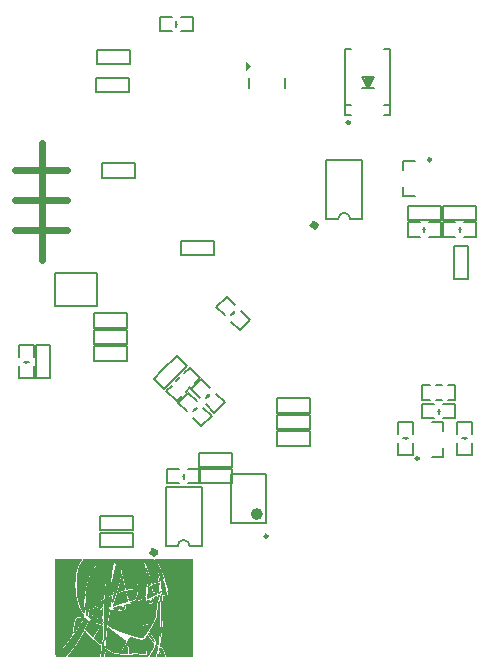
<source format=gbo>
G04*
G04 #@! TF.GenerationSoftware,Altium Limited,Altium Designer,22.0.2 (36)*
G04*
G04 Layer_Color=32896*
%FSLAX25Y25*%
%MOIN*%
G70*
G04*
G04 #@! TF.SameCoordinates,5891F61C-6817-4B1F-B1E3-DF0E04F861FB*
G04*
G04*
G04 #@! TF.FilePolarity,Positive*
G04*
G01*
G75*
%ADD10C,0.00800*%
%ADD11C,0.01968*%
%ADD12C,0.00787*%
%ADD13C,0.01000*%
%ADD15C,0.00600*%
%ADD143C,0.00984*%
%ADD144C,0.00050*%
%ADD145C,0.02362*%
G36*
X302756Y415748D02*
X304331Y417323D01*
X302756Y418898D01*
Y415748D01*
D02*
G37*
D10*
X281890Y259480D02*
G03*
X279890Y257480I-0J-2000D01*
G01*
X283890Y257480D02*
G03*
X281890Y259480I-2000J0D01*
G01*
X337433Y366535D02*
G03*
X335433Y368535I-2000J0D01*
G01*
Y368535D02*
G03*
X333433Y366535I-0J-2000D01*
G01*
X372009Y357451D02*
X376810D01*
Y353468D02*
Y357451D01*
X372009Y353468D02*
Y357451D01*
X376810Y346486D02*
Y353468D01*
X372009Y346486D02*
Y353569D01*
Y346486D02*
X376810D01*
X263750Y408624D02*
Y413424D01*
X259768Y408624D02*
X263750D01*
X259768Y413424D02*
X263750D01*
X252785Y408624D02*
X259768D01*
X252785Y413424D02*
X259868D01*
X252785Y408624D02*
Y413424D01*
X292096Y354293D02*
Y359093D01*
X288114Y354293D02*
X292096D01*
X288114Y359093D02*
X292096D01*
X281132Y354293D02*
X288114D01*
X281132Y359093D02*
X288214D01*
X281132Y354293D02*
Y359093D01*
X265718Y380277D02*
Y385077D01*
X261736Y380277D02*
X265718D01*
X261736Y385077D02*
X265718D01*
X254754Y380277D02*
X261736D01*
X254754Y385077D02*
X261836D01*
X254754Y380277D02*
Y385077D01*
X253179Y418072D02*
Y422872D01*
X257161D01*
X253179Y418072D02*
X257161D01*
Y422872D02*
X264144D01*
X257061Y418072D02*
X264144D01*
Y422872D01*
X251998Y319253D02*
Y324054D01*
X255980D01*
X251998Y319253D02*
X255980D01*
Y324054D02*
X262963D01*
X255880Y319253D02*
X262963D01*
Y324054D01*
X251998Y324765D02*
Y329565D01*
X255980D01*
X251998Y324765D02*
X255980D01*
Y329565D02*
X262963D01*
X255880Y324765D02*
X262963D01*
Y329565D01*
X251998Y330277D02*
Y335077D01*
X255980D01*
X251998Y330277D02*
X255980D01*
Y335077D02*
X262963D01*
X255880Y330277D02*
X262963D01*
Y335077D01*
X372412Y306261D02*
Y311061D01*
X369929Y306261D02*
X372412D01*
X361447D02*
X363929D01*
X361447D02*
Y311061D01*
X365929Y306261D02*
X367929D01*
X365929Y311061D02*
X367929D01*
X361447D02*
X363929D01*
X369929D02*
X372412D01*
X373190Y287825D02*
X377991D01*
X373190D02*
Y291807D01*
X377991Y287825D02*
Y291807D01*
X373190Y294807D02*
Y298789D01*
X377991Y294807D02*
Y298789D01*
X373190D02*
X377991D01*
X353505D02*
X358306D01*
Y294807D02*
Y298789D01*
X353505Y294807D02*
Y298789D01*
X358306Y287825D02*
Y291807D01*
X353505Y287825D02*
Y291807D01*
Y287825D02*
X358306D01*
X361447Y299962D02*
Y304762D01*
X365429D01*
X361447Y299962D02*
X365429D01*
X368429Y304762D02*
X372411D01*
X368429Y299962D02*
X372411D01*
Y304762D01*
X276408Y278309D02*
Y283109D01*
X280390D01*
X276408Y278309D02*
X280390D01*
X283390Y283109D02*
X287372D01*
X283390Y278309D02*
X287372D01*
Y283109D01*
X298002Y283821D02*
Y288620D01*
X294020Y283821D02*
X298002D01*
X294020Y288620D02*
X298002D01*
X287037Y283821D02*
X294020D01*
X287037Y288620D02*
X294120D01*
X287037Y283821D02*
Y288620D01*
X297911Y278309D02*
Y283109D01*
X293929Y278309D02*
X297911D01*
X293929Y283109D02*
X297911D01*
X286947Y278309D02*
X293929D01*
X286947Y283109D02*
X294029D01*
X286947Y278309D02*
Y283109D01*
X313022Y296419D02*
Y301219D01*
X317004D01*
X313022Y296419D02*
X317004D01*
Y301219D02*
X323986D01*
X316904Y296419D02*
X323986D01*
Y301219D01*
X313022Y290907D02*
Y295707D01*
X317004D01*
X313022Y290907D02*
X317004D01*
Y295707D02*
X323986D01*
X316904Y290907D02*
X323986D01*
Y295707D01*
X275890Y257480D02*
X279890D01*
X283890D02*
X287890D01*
X253967Y262797D02*
Y267597D01*
X257949D01*
X253967Y262797D02*
X257949D01*
Y267597D02*
X264931D01*
X257849Y262797D02*
X264931D01*
Y267597D01*
X253967Y257049D02*
Y261849D01*
X257949D01*
X253967Y257049D02*
X257949D01*
Y261849D02*
X264931D01*
X257849Y257049D02*
X264931D01*
Y261849D01*
X337433Y366535D02*
X341433D01*
X329433D02*
X333433D01*
X379407Y360592D02*
Y365392D01*
X375425Y360592D02*
X379407D01*
X375425Y365392D02*
X379407D01*
X368443Y360592D02*
X372425D01*
X368443Y365392D02*
X372425D01*
X368443Y360592D02*
Y365392D01*
X367596Y360592D02*
Y365392D01*
X363614Y360592D02*
X367596D01*
X363614Y365392D02*
X367596D01*
X356632Y360592D02*
X360614D01*
X356632Y365392D02*
X360614D01*
X356632Y360592D02*
Y365392D01*
Y366104D02*
Y370904D01*
X360614D01*
X356632Y366104D02*
X360614D01*
Y370904D02*
X367596D01*
X360514Y366104D02*
X367596D01*
Y370904D01*
X368443Y366104D02*
Y370904D01*
X372425D01*
X368443Y366104D02*
X372425D01*
Y370904D02*
X379407D01*
X372325Y366104D02*
X379407D01*
Y370904D01*
X292852Y337219D02*
X296246Y340613D01*
X299062Y337797D01*
X292852Y337219D02*
X295668Y334403D01*
X301183Y335676D02*
X303999Y332860D01*
X297789Y332282D02*
X300605Y329466D01*
X303999Y332860D01*
X323986Y301931D02*
Y306731D01*
X320004Y301931D02*
X323986D01*
X320004Y306731D02*
X323986D01*
X313022Y301931D02*
X320004D01*
X313022Y306731D02*
X320104D01*
X313022Y301931D02*
Y306731D01*
X341307Y410236D02*
X345307D01*
X343307D02*
X345307Y413736D01*
X341307D02*
X345307D01*
X341307D02*
X343307Y410236D01*
X274045Y429096D02*
Y433896D01*
X278028D01*
X274045Y429096D02*
X278028D01*
X281028Y433896D02*
X285010D01*
X281028Y429096D02*
X285010D01*
Y433896D01*
X271986Y313175D02*
X275380Y309781D01*
X271986Y313175D02*
X274801Y315991D01*
X275380Y309781D02*
X278196Y312597D01*
X274801Y315991D02*
X279738Y320928D01*
X278125Y312526D02*
X283133Y317534D01*
X279738Y320928D02*
X283133Y317534D01*
X284444Y309653D02*
X287838Y313047D01*
X290654Y310231D01*
X284444Y309653D02*
X287260Y306837D01*
X292776Y308110D02*
X295591Y305294D01*
X289381Y304715D02*
X292197Y301900D01*
X295591Y305294D01*
X276156Y309127D02*
X279550Y305733D01*
X276156Y309127D02*
X277911Y310882D01*
X282154Y315125D02*
X283909Y316880D01*
X287303Y313486D01*
X279326Y312297D02*
X280740Y313711D01*
X282720Y308903D02*
X284134Y310317D01*
X285548Y311731D02*
X287303Y313486D01*
X279550Y305733D02*
X281306Y307488D01*
X280054Y305135D02*
X283448Y308529D01*
X286264Y305713D01*
X280054Y305135D02*
X282870Y302319D01*
X288385Y303591D02*
X291201Y300776D01*
X284991Y300197D02*
X287807Y297381D01*
X291201Y300776D01*
X227128Y313415D02*
X231928D01*
X227128D02*
Y317398D01*
X231928Y313415D02*
Y317398D01*
X227128Y320398D02*
Y324380D01*
X231928Y320398D02*
Y324380D01*
X227128D02*
X231928D01*
X232639Y313415D02*
X237439D01*
X232639D02*
Y317398D01*
X237439Y313415D02*
Y317398D01*
X232639D02*
Y324380D01*
X237439Y317298D02*
Y324380D01*
X232639D02*
X237439D01*
D11*
X307283Y268110D02*
G03*
X307283Y268110I-984J0D01*
G01*
X272498Y255323D02*
G03*
X272498Y255323I-608J0D01*
G01*
X326041Y364378D02*
G03*
X326041Y364378I-608J0D01*
G01*
D12*
X368504Y295669D02*
Y298819D01*
X364567D02*
X368504D01*
Y287008D02*
Y290158D01*
X364567Y287008D02*
X368504D01*
X297835Y265158D02*
X309252D01*
X297835D02*
Y281299D01*
X309252D01*
Y265158D02*
Y281299D01*
X275890Y277165D02*
X287890D01*
Y257480D02*
Y277165D01*
X275890Y257480D02*
Y277165D01*
X329433Y386221D02*
X341433D01*
Y366535D02*
Y386221D01*
X329433Y366535D02*
Y386221D01*
X355118Y374016D02*
Y377165D01*
Y374016D02*
X359055D01*
X355118Y382677D02*
Y385827D01*
X359055D01*
X348819Y404331D02*
X350787D01*
X335827D02*
X337795D01*
X335827Y401181D02*
Y423228D01*
X350787Y401181D02*
Y423228D01*
X335827D02*
X337795D01*
X335827Y401181D02*
X337795D01*
X348819Y423228D02*
X350787D01*
X348819Y401181D02*
X350787D01*
X315846Y410138D02*
Y413484D01*
X303839Y410138D02*
Y413484D01*
D13*
X343307Y411105D02*
Y413205D01*
Y411105D02*
X344507Y413105D01*
X342207D02*
X343307Y411105D01*
X342207Y413105D02*
X344507D01*
D15*
X374691Y293307D02*
X376490D01*
X375590D02*
Y293607D01*
Y293007D02*
Y293307D01*
X355006D02*
X356805D01*
X355906Y293007D02*
Y293307D01*
Y293607D01*
X366929Y301462D02*
Y303262D01*
Y302362D02*
X367229D01*
X366629D02*
X366929D01*
X281890Y279809D02*
Y281609D01*
Y280709D02*
X282190D01*
X281590D02*
X281890D01*
X373925Y362092D02*
Y363892D01*
X373625Y362992D02*
X373925D01*
X374225D01*
X362114Y362092D02*
Y363892D01*
X361814Y362992D02*
X362114D01*
X362414D01*
X297789Y334403D02*
X299062Y335676D01*
X298425Y335039D02*
X298637Y334827D01*
X298213Y335251D02*
X298425Y335039D01*
X279528Y430596D02*
Y432396D01*
Y431496D02*
X279828D01*
X279228D02*
X279528D01*
X239063Y348413D02*
X253063D01*
Y337413D02*
Y348413D01*
X239063Y337413D02*
X253063D01*
X239063D02*
Y348413D01*
X289381Y306837D02*
X290654Y308110D01*
X290018Y307473D02*
X290230Y307261D01*
X289806Y307685D02*
X290018Y307473D01*
X284991Y302319D02*
X286264Y303591D01*
X285628Y302955D02*
X285840Y302743D01*
X285416Y303167D02*
X285628Y302955D01*
X228628Y318898D02*
X230428D01*
X229528D02*
Y319198D01*
Y318598D02*
Y318898D01*
D143*
X360240Y286614D02*
G03*
X360240Y286614I-492J0D01*
G01*
X309941Y260728D02*
G03*
X309941Y260728I-492J0D01*
G01*
X364366Y386221D02*
G03*
X364366Y386221I-492J0D01*
G01*
X337303Y398622D02*
G03*
X337303Y398622I-492J0D01*
G01*
D144*
X272459Y253120D02*
X284859D01*
X268409D02*
X271809D01*
X248459D02*
X267959D01*
X239059D02*
X247809D01*
X272509Y253070D02*
X284859D01*
X268459D02*
X271809D01*
X248459D02*
X267959D01*
X239059D02*
X247759D01*
X272559Y253021D02*
X284859D01*
X268459D02*
X271809D01*
X248459D02*
X267959D01*
X239059D02*
X247709D01*
X272609Y252971D02*
X284859D01*
X268509D02*
X271809D01*
X248459D02*
X267959D01*
X239059D02*
X247659D01*
X272659Y252921D02*
X284859D01*
X268509D02*
X271809D01*
X248409D02*
X268009D01*
X239059D02*
X247609D01*
X272659Y252870D02*
X284859D01*
X268509D02*
X271809D01*
X248359D02*
X268009D01*
X239059D02*
X247609D01*
X272709Y252820D02*
X284859D01*
X268559D02*
X271809D01*
X248359D02*
X268059D01*
X239059D02*
X247559D01*
X272759Y252770D02*
X284859D01*
X268559D02*
X271809D01*
X248309D02*
X268059D01*
X239059D02*
X247509D01*
X272809Y252720D02*
X284859D01*
X268609D02*
X271859D01*
X248259D02*
X268059D01*
X239059D02*
X247459D01*
X272809Y252671D02*
X284859D01*
X272159D02*
X272209D01*
X268609D02*
X271909D01*
X248259D02*
X268109D01*
X239059D02*
X247459D01*
X272859Y252621D02*
X284859D01*
X268659D02*
X272209D01*
X248209D02*
X268109D01*
X239059D02*
X247409D01*
X272909Y252571D02*
X284859D01*
X268659D02*
X272259D01*
X248159D02*
X268159D01*
X239059D02*
X247359D01*
X272959Y252520D02*
X284859D01*
X268659D02*
X272309D01*
X248159D02*
X268159D01*
X239059D02*
X247309D01*
X272959Y252470D02*
X284859D01*
X268709D02*
X272359D01*
X248109D02*
X268209D01*
X239059D02*
X247259D01*
X273009Y252420D02*
X284859D01*
X268709D02*
X272359D01*
X248059D02*
X268209D01*
X239059D02*
X247259D01*
X273059Y252371D02*
X284859D01*
X268759D02*
X272409D01*
X248009D02*
X268209D01*
X239059D02*
X247209D01*
X273059Y252321D02*
X284859D01*
X268759D02*
X272459D01*
X258809D02*
X268259D01*
X248009D02*
X258459D01*
X239059D02*
X247159D01*
X273109Y252271D02*
X284859D01*
X268809D02*
X272459D01*
X258859D02*
X268259D01*
X247959D02*
X258409D01*
X239059D02*
X247159D01*
X273159Y252221D02*
X284859D01*
X268959D02*
X272509D01*
X258909D02*
X268309D01*
X247909D02*
X258359D01*
X239059D02*
X247109D01*
X273159Y252170D02*
X284859D01*
X269009D02*
X272559D01*
X258959D02*
X268309D01*
X247909D02*
X258309D01*
X239059D02*
X247059D01*
X273209Y252120D02*
X284859D01*
X269059D02*
X272609D01*
X259009D02*
X268309D01*
X247859D02*
X258309D01*
X239059D02*
X247059D01*
X273259Y252070D02*
X284859D01*
X269109D02*
X272609D01*
X259009D02*
X268359D01*
X247809D02*
X258259D01*
X239059D02*
X247009D01*
X273259Y252021D02*
X284859D01*
X269109D02*
X272659D01*
X259059D02*
X268359D01*
X247809D02*
X258259D01*
X239059D02*
X247009D01*
X273309Y251971D02*
X284859D01*
X269109D02*
X272709D01*
X259059D02*
X268359D01*
X247759D02*
X258259D01*
X239059D02*
X246959D01*
X273359Y251921D02*
X284859D01*
X269159D02*
X272709D01*
X259059D02*
X268409D01*
X247709D02*
X258259D01*
X239059D02*
X246909D01*
X273359Y251870D02*
X284859D01*
X269159D02*
X272759D01*
X259259D02*
X268409D01*
X247709D02*
X258259D01*
X239059D02*
X246909D01*
X273409Y251820D02*
X284859D01*
X269209D02*
X272809D01*
X259309D02*
X268409D01*
X247659D02*
X258209D01*
X239059D02*
X246859D01*
X273459Y251770D02*
X284859D01*
X269209D02*
X272809D01*
X259309D02*
X268459D01*
X247609D02*
X258209D01*
X239059D02*
X246859D01*
X273459Y251720D02*
X284859D01*
X269259D02*
X272859D01*
X259309D02*
X268459D01*
X247609D02*
X258209D01*
X239059D02*
X246809D01*
X273509Y251671D02*
X284859D01*
X269259D02*
X272909D01*
X259309D02*
X268459D01*
X247559D02*
X258209D01*
X239059D02*
X246809D01*
X273559Y251621D02*
X284859D01*
X269259D02*
X272909D01*
X259309D02*
X268509D01*
X247559D02*
X258209D01*
X239059D02*
X246759D01*
X273559Y251571D02*
X284859D01*
X269309D02*
X272959D01*
X259309D02*
X268509D01*
X247509D02*
X258209D01*
X239059D02*
X246759D01*
X273609Y251520D02*
X284859D01*
X269309D02*
X272959D01*
X259309D02*
X268509D01*
X247459D02*
X258159D01*
X239059D02*
X246709D01*
X273609Y251470D02*
X284859D01*
X269359D02*
X273009D01*
X259309D02*
X268559D01*
X247459D02*
X258159D01*
X239059D02*
X246709D01*
X273659Y251420D02*
X284859D01*
X269359D02*
X273059D01*
X259309D02*
X268559D01*
X247409D02*
X258159D01*
X239059D02*
X246659D01*
X273659Y251371D02*
X284859D01*
X269359D02*
X273059D01*
X259309D02*
X268559D01*
X247409D02*
X258159D01*
X239059D02*
X246659D01*
X273709Y251321D02*
X284859D01*
X269409D02*
X273109D01*
X260809D02*
X268609D01*
X259309D02*
X260559D01*
X247359D02*
X258109D01*
X239059D02*
X246609D01*
X273709Y251271D02*
X284859D01*
X269409D02*
X273159D01*
X260859D02*
X268609D01*
X259309D02*
X260509D01*
X247359D02*
X258109D01*
X239059D02*
X246609D01*
X273759Y251220D02*
X284859D01*
X269459D02*
X273159D01*
X260859D02*
X268609D01*
X259259D02*
X260509D01*
X252709D02*
X258109D01*
X247309D02*
X252409D01*
X239059D02*
X246559D01*
X273809Y251170D02*
X284859D01*
X269459D02*
X273209D01*
X260909D02*
X268659D01*
X259259D02*
X260509D01*
X252759D02*
X258109D01*
X247309D02*
X252359D01*
X239059D02*
X246559D01*
X273809Y251120D02*
X284859D01*
X269459D02*
X273209D01*
X260909D02*
X268659D01*
X259259D02*
X260509D01*
X252759D02*
X258109D01*
X247259D02*
X252309D01*
X239059D02*
X246509D01*
X273859Y251070D02*
X284859D01*
X269509D02*
X273259D01*
X260909D02*
X268659D01*
X259259D02*
X260509D01*
X252759D02*
X258109D01*
X247259D02*
X252259D01*
X239059D02*
X246509D01*
X273859Y251021D02*
X284859D01*
X269509D02*
X273259D01*
X260909D02*
X268659D01*
X259209D02*
X260509D01*
X252759D02*
X258059D01*
X247209D02*
X252209D01*
X239059D02*
X246459D01*
X273909Y250971D02*
X284859D01*
X269509D02*
X273309D01*
X260959D02*
X268709D01*
X259209D02*
X260509D01*
X252759D02*
X258059D01*
X247159D02*
X252159D01*
X239059D02*
X246459D01*
X273909Y250921D02*
X284859D01*
X269559D02*
X273309D01*
X260959D02*
X268709D01*
X259209D02*
X260559D01*
X252759D02*
X258059D01*
X247159D02*
X252109D01*
X239059D02*
X246459D01*
X273959Y250870D02*
X284859D01*
X269559D02*
X273359D01*
X260959D02*
X268709D01*
X259209D02*
X260559D01*
X252709D02*
X258059D01*
X247159D02*
X252059D01*
X239059D02*
X246409D01*
X273959Y250820D02*
X284859D01*
X269609D02*
X273359D01*
X261009D02*
X268759D01*
X259209D02*
X260559D01*
X252709D02*
X258059D01*
X247109D02*
X252009D01*
X239059D02*
X246409D01*
X274009Y250770D02*
X284859D01*
X269609D02*
X273409D01*
X261009D02*
X268759D01*
X259159D02*
X260559D01*
X252709D02*
X258059D01*
X247109D02*
X252009D01*
X239059D02*
X246409D01*
X274009Y250721D02*
X284859D01*
X269609D02*
X273459D01*
X261009D02*
X268759D01*
X259159D02*
X260559D01*
X252709D02*
X258009D01*
X247059D02*
X251959D01*
X239059D02*
X246359D01*
X274059Y250671D02*
X284859D01*
X269659D02*
X273459D01*
X261009D02*
X268759D01*
X259159D02*
X260559D01*
X252659D02*
X258009D01*
X247059D02*
X251909D01*
X239059D02*
X246359D01*
X274059Y250621D02*
X284859D01*
X269659D02*
X273509D01*
X261009D02*
X268759D01*
X259159D02*
X260609D01*
X252409D02*
X258009D01*
X247009D02*
X251859D01*
X239059D02*
X246309D01*
X274109Y250571D02*
X284859D01*
X269659D02*
X273509D01*
X261059D02*
X268809D01*
X259109D02*
X260609D01*
X252359D02*
X258009D01*
X247009D02*
X251859D01*
X239059D02*
X246309D01*
X274109Y250520D02*
X284859D01*
X269709D02*
X273559D01*
X261059D02*
X268809D01*
X259109D02*
X260609D01*
X252359D02*
X258009D01*
X246959D02*
X251809D01*
X239059D02*
X246309D01*
X274159Y250470D02*
X284859D01*
X269709D02*
X273559D01*
X261059D02*
X268809D01*
X259109D02*
X260609D01*
X252309D02*
X258009D01*
X246959D02*
X251759D01*
X239059D02*
X246309D01*
X274159Y250420D02*
X284859D01*
X269709D02*
X273609D01*
X261059D02*
X268859D01*
X259109D02*
X260609D01*
X252259D02*
X258009D01*
X246959D02*
X251759D01*
X239059D02*
X246259D01*
X274209Y250371D02*
X284859D01*
X269759D02*
X273609D01*
X261109D02*
X268859D01*
X259059D02*
X260659D01*
X252209D02*
X257959D01*
X246909D02*
X251709D01*
X239059D02*
X246259D01*
X274209Y250321D02*
X284859D01*
X269759D02*
X273659D01*
X261109D02*
X268859D01*
X259059D02*
X260659D01*
X252209D02*
X257959D01*
X246909D02*
X251659D01*
X239059D02*
X246259D01*
X274259Y250271D02*
X284859D01*
X269759D02*
X273659D01*
X261109D02*
X268859D01*
X259059D02*
X260659D01*
X252159D02*
X257959D01*
X246909D02*
X251609D01*
X239059D02*
X246209D01*
X274259Y250220D02*
X284859D01*
X269809D02*
X273709D01*
X261109D02*
X268909D01*
X259059D02*
X260659D01*
X252109D02*
X257959D01*
X246859D02*
X251609D01*
X239059D02*
X246209D01*
X274309Y250170D02*
X284859D01*
X269809D02*
X273709D01*
X261109D02*
X268909D01*
X259009D02*
X260659D01*
X252109D02*
X257959D01*
X246859D02*
X251559D01*
X239059D02*
X246209D01*
X274309Y250120D02*
X284859D01*
X269809D02*
X273709D01*
X261159D02*
X268909D01*
X259009D02*
X260659D01*
X252059D02*
X257959D01*
X246859D02*
X251559D01*
X239059D02*
X246209D01*
X274309Y250071D02*
X284859D01*
X269859D02*
X273759D01*
X261159D02*
X268909D01*
X259009D02*
X260709D01*
X252009D02*
X257909D01*
X246809D02*
X251509D01*
X239059D02*
X246159D01*
X274359Y250021D02*
X284859D01*
X269859D02*
X273759D01*
X261159D02*
X268909D01*
X259009D02*
X260709D01*
X252009D02*
X257909D01*
X246809D02*
X251459D01*
X239059D02*
X246159D01*
X274359Y249971D02*
X284859D01*
X269859D02*
X273809D01*
X269359D02*
X269409D01*
X261159D02*
X268959D01*
X259009D02*
X260709D01*
X251959D02*
X257909D01*
X246809D02*
X251459D01*
X239059D02*
X246159D01*
X274409Y249921D02*
X284859D01*
X269909D02*
X273859D01*
X261159D02*
X268959D01*
X258959D02*
X260709D01*
X251909D02*
X257909D01*
X246759D02*
X251409D01*
X239059D02*
X246159D01*
X274409Y249870D02*
X284859D01*
X269909D02*
X273859D01*
X261209D02*
X268959D01*
X258959D02*
X260709D01*
X251909D02*
X257909D01*
X246759D02*
X251359D01*
X239059D02*
X246109D01*
X274459Y249820D02*
X284859D01*
X269959D02*
X273859D01*
X269409D02*
X269459D01*
X261209D02*
X268959D01*
X258959D02*
X260759D01*
X251859D02*
X257909D01*
X246759D02*
X251359D01*
X239059D02*
X246109D01*
X274459Y249770D02*
X284859D01*
X269959D02*
X273909D01*
X269409D02*
X269459D01*
X261209D02*
X268959D01*
X258959D02*
X260759D01*
X251809D02*
X257859D01*
X246759D02*
X251309D01*
X239059D02*
X246109D01*
X274509Y249721D02*
X284859D01*
X273109D02*
X273909D01*
X269959D02*
X272859D01*
X269409D02*
X269459D01*
X261209D02*
X269009D01*
X258909D02*
X260759D01*
X251809D02*
X257859D01*
X246709D02*
X251259D01*
X239059D02*
X246059D01*
X274509Y249671D02*
X284859D01*
X273159D02*
X273959D01*
X270009D02*
X272809D01*
X269409D02*
X269509D01*
X261209D02*
X269009D01*
X258909D02*
X260759D01*
X251759D02*
X257859D01*
X246709D02*
X251259D01*
X239059D02*
X246059D01*
X274509Y249621D02*
X284859D01*
X273159D02*
X273959D01*
X270009D02*
X272809D01*
X269459D02*
X269509D01*
X261259D02*
X269009D01*
X258909D02*
X260759D01*
X251709D02*
X257859D01*
X246709D02*
X251209D01*
X239059D02*
X246009D01*
X274559Y249570D02*
X284859D01*
X273209D02*
X274009D01*
X270009D02*
X272809D01*
X269459D02*
X269509D01*
X261259D02*
X269009D01*
X258909D02*
X260759D01*
X251709D02*
X257859D01*
X246709D02*
X251209D01*
X239059D02*
X246009D01*
X274559Y249520D02*
X284859D01*
X273209D02*
X274009D01*
X270059D02*
X272809D01*
X269459D02*
X269559D01*
X261259D02*
X269009D01*
X258859D02*
X260809D01*
X251659D02*
X257859D01*
X246659D02*
X251159D01*
X239059D02*
X245959D01*
X274609Y249470D02*
X284859D01*
X273259D02*
X274009D01*
X270059D02*
X272809D01*
X269459D02*
X269559D01*
X261259D02*
X269059D01*
X258859D02*
X260809D01*
X251659D02*
X257859D01*
X246659D02*
X251109D01*
X239059D02*
X245959D01*
X274609Y249420D02*
X284859D01*
X273259D02*
X274059D01*
X270059D02*
X272809D01*
X269459D02*
X269559D01*
X261259D02*
X269059D01*
X258859D02*
X260759D01*
X251609D02*
X257809D01*
X246659D02*
X251109D01*
X239059D02*
X245959D01*
X274659Y249371D02*
X284859D01*
X273309D02*
X274059D01*
X270109D02*
X272859D01*
X269459D02*
X269609D01*
X261309D02*
X269059D01*
X258859D02*
X260709D01*
X251559D02*
X257809D01*
X246659D02*
X251059D01*
X239059D02*
X245909D01*
X274659Y249321D02*
X284859D01*
X273309D02*
X274109D01*
X270109D02*
X272859D01*
X269509D02*
X269609D01*
X261309D02*
X269059D01*
X258809D02*
X260659D01*
X251559D02*
X257809D01*
X246659D02*
X251059D01*
X239059D02*
X245909D01*
X274659Y249271D02*
X284859D01*
X273359D02*
X274109D01*
X270109D02*
X272859D01*
X269509D02*
X269609D01*
X261309D02*
X269059D01*
X258809D02*
X260609D01*
X251509D02*
X257809D01*
X246659D02*
X251009D01*
X239059D02*
X245909D01*
X274709Y249220D02*
X284859D01*
X273359D02*
X274159D01*
X270159D02*
X272909D01*
X269509D02*
X269659D01*
X261309D02*
X269059D01*
X258809D02*
X260609D01*
X251509D02*
X257809D01*
X246609D02*
X250959D01*
X239059D02*
X245859D01*
X274709Y249170D02*
X284859D01*
X273359D02*
X274159D01*
X270159D02*
X272909D01*
X269509D02*
X269659D01*
X261309D02*
X269109D01*
X258809D02*
X260609D01*
X251459D02*
X257809D01*
X246609D02*
X250959D01*
X239059D02*
X245859D01*
X274759Y249120D02*
X284859D01*
X273409D02*
X274159D01*
X270159D02*
X272909D01*
X269509D02*
X269659D01*
X261359D02*
X269109D01*
X258759D02*
X260609D01*
X251409D02*
X257809D01*
X246609D02*
X250909D01*
X239059D02*
X245859D01*
X274759Y249071D02*
X284859D01*
X273409D02*
X274209D01*
X270209D02*
X272959D01*
X269509D02*
X269709D01*
X261359D02*
X269109D01*
X258759D02*
X260609D01*
X251409D02*
X257759D01*
X246609D02*
X250909D01*
X239059D02*
X245859D01*
X274759Y249021D02*
X284859D01*
X273459D02*
X274209D01*
X270209D02*
X272959D01*
X269559D02*
X269709D01*
X261359D02*
X269109D01*
X258759D02*
X260609D01*
X251359D02*
X257759D01*
X246609D02*
X250859D01*
X239059D02*
X245859D01*
X274809Y248971D02*
X284859D01*
X273459D02*
X274259D01*
X270209D02*
X272959D01*
X269559D02*
X269709D01*
X261359D02*
X269109D01*
X258759D02*
X260659D01*
X251359D02*
X257759D01*
X246609D02*
X250859D01*
X239059D02*
X245809D01*
X274809Y248920D02*
X284859D01*
X273459D02*
X274259D01*
X270259D02*
X273009D01*
X269559D02*
X269759D01*
X261359D02*
X269159D01*
X258759D02*
X260759D01*
X251309D02*
X257759D01*
X246609D02*
X250809D01*
X239059D02*
X245809D01*
X274859Y248870D02*
X284859D01*
X273509D02*
X274259D01*
X270259D02*
X273009D01*
X269559D02*
X269759D01*
X261409D02*
X269159D01*
X258709D02*
X260759D01*
X251309D02*
X257759D01*
X246609D02*
X250809D01*
X239059D02*
X245809D01*
X274859Y248820D02*
X284859D01*
X273509D02*
X274309D01*
X270259D02*
X273009D01*
X269559D02*
X269759D01*
X261409D02*
X269159D01*
X258709D02*
X260759D01*
X251259D02*
X257759D01*
X246609D02*
X250759D01*
X239059D02*
X245809D01*
X274859Y248770D02*
X284859D01*
X273509D02*
X274309D01*
X270259D02*
X273059D01*
X269559D02*
X269809D01*
X261409D02*
X269159D01*
X258709D02*
X260759D01*
X251259D02*
X257759D01*
X246559D02*
X250759D01*
X239059D02*
X245809D01*
X274909Y248721D02*
X284859D01*
X273559D02*
X274359D01*
X270309D02*
X273059D01*
X269559D02*
X269809D01*
X261409D02*
X269159D01*
X258709D02*
X260759D01*
X251209D02*
X257709D01*
X246559D02*
X250709D01*
X239059D02*
X245759D01*
X274909Y248671D02*
X284859D01*
X273559D02*
X274359D01*
X270309D02*
X273059D01*
X269609D02*
X269809D01*
X261459D02*
X269159D01*
X258659D02*
X260759D01*
X251159D02*
X257709D01*
X246559D02*
X250659D01*
X239059D02*
X245759D01*
X274959Y248621D02*
X284859D01*
X273559D02*
X274359D01*
X270309D02*
X273109D01*
X269609D02*
X269859D01*
X261459D02*
X269159D01*
X258659D02*
X260759D01*
X251159D02*
X257709D01*
X246509D02*
X250659D01*
X239059D02*
X245759D01*
X274959Y248570D02*
X284859D01*
X273609D02*
X274409D01*
X270359D02*
X273109D01*
X269609D02*
X269859D01*
X261459D02*
X269209D01*
X258659D02*
X260709D01*
X251109D02*
X257709D01*
X246509D02*
X250609D01*
X239059D02*
X245759D01*
X274959Y248520D02*
X284859D01*
X273609D02*
X274409D01*
X270359D02*
X273109D01*
X269609D02*
X269859D01*
X261459D02*
X269209D01*
X258659D02*
X260709D01*
X251109D02*
X257709D01*
X246509D02*
X250609D01*
X239059D02*
X245759D01*
X275009Y248470D02*
X284859D01*
X273609D02*
X274459D01*
X270359D02*
X273109D01*
X269609D02*
X269909D01*
X261459D02*
X269209D01*
X258609D02*
X260709D01*
X251059D02*
X257709D01*
X246509D02*
X250559D01*
X239059D02*
X245759D01*
X275009Y248421D02*
X284859D01*
X273659D02*
X274459D01*
X270409D02*
X273159D01*
X269609D02*
X269909D01*
X261509D02*
X269209D01*
X258609D02*
X260709D01*
X251059D02*
X257709D01*
X246509D02*
X250559D01*
X239059D02*
X245709D01*
X275009Y248371D02*
X284859D01*
X273659D02*
X274459D01*
X270409D02*
X273159D01*
X269609D02*
X269909D01*
X261509D02*
X269209D01*
X258609D02*
X260709D01*
X251009D02*
X257709D01*
X246509D02*
X250509D01*
X239059D02*
X245709D01*
X275059Y248321D02*
X284859D01*
X273659D02*
X274509D01*
X270409D02*
X273159D01*
X269609D02*
X269959D01*
X261509D02*
X269209D01*
X258609D02*
X260709D01*
X251009D02*
X257659D01*
X246509D02*
X250509D01*
X239059D02*
X245709D01*
X275059Y248271D02*
X284859D01*
X273709D02*
X274509D01*
X270459D02*
X273209D01*
X269609D02*
X269959D01*
X261509D02*
X269209D01*
X258609D02*
X260709D01*
X250959D02*
X257659D01*
X246509D02*
X250459D01*
X239059D02*
X245709D01*
X275109Y248220D02*
X284859D01*
X273709D02*
X274559D01*
X270459D02*
X273209D01*
X269659D02*
X269959D01*
X261509D02*
X269209D01*
X258559D02*
X260709D01*
X250959D02*
X257659D01*
X246459D02*
X250459D01*
X239059D02*
X245709D01*
X275109Y248170D02*
X284859D01*
X273709D02*
X274559D01*
X270459D02*
X273209D01*
X269659D02*
X269959D01*
X261559D02*
X269259D01*
X258559D02*
X260659D01*
X250909D02*
X257659D01*
X246459D02*
X250459D01*
X239059D02*
X245709D01*
X275109Y248120D02*
X284859D01*
X273759D02*
X274559D01*
X270459D02*
X273259D01*
X269659D02*
X270009D01*
X261559D02*
X269259D01*
X258559D02*
X260659D01*
X250909D02*
X257659D01*
X246459D02*
X250409D01*
X239059D02*
X245709D01*
X275159Y248071D02*
X284859D01*
X273759D02*
X274609D01*
X270509D02*
X273259D01*
X269659D02*
X270009D01*
X261559D02*
X269259D01*
X258559D02*
X260659D01*
X250859D02*
X257659D01*
X246459D02*
X250409D01*
X239059D02*
X245709D01*
X275159Y248021D02*
X284859D01*
X273759D02*
X274609D01*
X270509D02*
X273259D01*
X269659D02*
X270009D01*
X261559D02*
X269259D01*
X261059D02*
X261109D01*
X258509D02*
X260659D01*
X250859D02*
X257659D01*
X246459D02*
X250359D01*
X239059D02*
X245709D01*
X275159Y247971D02*
X284859D01*
X273759D02*
X274609D01*
X270509D02*
X273259D01*
X269659D02*
X270059D01*
X261559D02*
X269259D01*
X261059D02*
X261109D01*
X258509D02*
X260659D01*
X250809D02*
X257659D01*
X246459D02*
X250359D01*
X239059D02*
X245709D01*
X275209Y247920D02*
X284859D01*
X273809D02*
X274659D01*
X270559D02*
X273309D01*
X269659D02*
X270059D01*
X261609D02*
X269259D01*
X261059D02*
X261109D01*
X258509D02*
X260659D01*
X250809D02*
X257609D01*
X246459D02*
X250309D01*
X239059D02*
X245659D01*
X275209Y247870D02*
X284859D01*
X273809D02*
X274659D01*
X270559D02*
X273309D01*
X269659D02*
X270059D01*
X261609D02*
X269259D01*
X261059D02*
X261109D01*
X258509D02*
X260659D01*
X256059D02*
X257609D01*
X250759D02*
X255809D01*
X246459D02*
X250309D01*
X239059D02*
X245659D01*
X275259Y247820D02*
X284859D01*
X273809D02*
X274709D01*
X270559D02*
X273309D01*
X269709D02*
X270059D01*
X261609D02*
X269309D01*
X261059D02*
X261109D01*
X258509D02*
X260609D01*
X256109D02*
X257609D01*
X250759D02*
X255759D01*
X246409D02*
X250259D01*
X239059D02*
X245659D01*
X275259Y247771D02*
X284859D01*
X273859D02*
X274709D01*
X270559D02*
X273359D01*
X269709D02*
X270109D01*
X261609D02*
X269309D01*
X261059D02*
X261159D01*
X258459D02*
X260609D01*
X256109D02*
X257609D01*
X250709D02*
X255759D01*
X246409D02*
X250259D01*
X239059D02*
X245659D01*
X275259Y247721D02*
X284859D01*
X273859D02*
X274709D01*
X270609D02*
X273359D01*
X269709D02*
X270109D01*
X261659D02*
X269309D01*
X261059D02*
X261159D01*
X258459D02*
X260609D01*
X256109D02*
X257609D01*
X250709D02*
X255759D01*
X246409D02*
X250209D01*
X239059D02*
X245659D01*
X275259Y247671D02*
X284859D01*
X273859D02*
X274759D01*
X270609D02*
X273359D01*
X269709D02*
X270109D01*
X261659D02*
X269309D01*
X261059D02*
X261159D01*
X258459D02*
X260609D01*
X256109D02*
X257609D01*
X250709D02*
X255759D01*
X246409D02*
X250209D01*
X239059D02*
X245659D01*
X275309Y247621D02*
X284859D01*
X273909D02*
X274759D01*
X270609D02*
X273359D01*
X269709D02*
X270109D01*
X261659D02*
X269309D01*
X261059D02*
X261159D01*
X258459D02*
X260609D01*
X256109D02*
X257609D01*
X250659D02*
X255759D01*
X246409D02*
X250159D01*
X239059D02*
X245659D01*
X275309Y247570D02*
X284859D01*
X273909D02*
X274759D01*
X270609D02*
X273409D01*
X269709D02*
X270159D01*
X261659D02*
X269309D01*
X261009D02*
X261209D01*
X258409D02*
X260609D01*
X256109D02*
X257609D01*
X250659D02*
X255759D01*
X246409D02*
X250159D01*
X239059D02*
X245659D01*
X275359Y247520D02*
X284859D01*
X273909D02*
X274809D01*
X270659D02*
X273409D01*
X269709D02*
X270159D01*
X261709D02*
X269309D01*
X261009D02*
X261209D01*
X258409D02*
X260559D01*
X256109D02*
X257609D01*
X250609D02*
X255759D01*
X246409D02*
X250159D01*
X239059D02*
X245659D01*
X275359Y247470D02*
X284859D01*
X273909D02*
X274809D01*
X270659D02*
X273409D01*
X269709D02*
X270159D01*
X261709D02*
X269309D01*
X261009D02*
X261209D01*
X258409D02*
X260559D01*
X256109D02*
X257559D01*
X250609D02*
X255759D01*
X246409D02*
X250109D01*
X239059D02*
X245659D01*
X275359Y247421D02*
X284859D01*
X273959D02*
X274809D01*
X270659D02*
X273409D01*
X269709D02*
X270159D01*
X261709D02*
X269309D01*
X261009D02*
X261209D01*
X258409D02*
X260559D01*
X256109D02*
X257559D01*
X250559D02*
X255759D01*
X246409D02*
X250109D01*
X239059D02*
X245609D01*
X275409Y247371D02*
X284859D01*
X273959D02*
X274859D01*
X270709D02*
X273459D01*
X269709D02*
X270209D01*
X261709D02*
X269359D01*
X261009D02*
X261209D01*
X258409D02*
X260559D01*
X256109D02*
X257559D01*
X250559D02*
X255759D01*
X246409D02*
X250109D01*
X239059D02*
X245609D01*
X275409Y247321D02*
X284859D01*
X273959D02*
X274859D01*
X270709D02*
X273459D01*
X269759D02*
X270209D01*
X261709D02*
X269359D01*
X261009D02*
X261259D01*
X258359D02*
X260559D01*
X256109D02*
X257559D01*
X250559D02*
X255759D01*
X246409D02*
X250059D01*
X239059D02*
X245609D01*
X275409Y247270D02*
X284859D01*
X273959D02*
X274859D01*
X270709D02*
X273209D01*
X269759D02*
X270209D01*
X261709D02*
X269359D01*
X261009D02*
X261259D01*
X258359D02*
X260559D01*
X256109D02*
X257559D01*
X250509D02*
X255759D01*
X246409D02*
X250059D01*
X239059D02*
X245609D01*
X275459Y247220D02*
X284859D01*
X274009D02*
X274909D01*
X270709D02*
X273159D01*
X269759D02*
X270259D01*
X261759D02*
X269359D01*
X261009D02*
X261259D01*
X258359D02*
X260509D01*
X256109D02*
X257559D01*
X250509D02*
X255759D01*
X246359D02*
X250009D01*
X239059D02*
X245609D01*
X275459Y247170D02*
X284859D01*
X274009D02*
X274909D01*
X270759D02*
X273159D01*
X269759D02*
X270259D01*
X261759D02*
X269359D01*
X260959D02*
X261259D01*
X258359D02*
X260509D01*
X256109D02*
X257559D01*
X250509D02*
X255759D01*
X246359D02*
X250009D01*
X239059D02*
X245609D01*
X275459Y247120D02*
X284859D01*
X274009D02*
X274959D01*
X270759D02*
X273159D01*
X269759D02*
X270259D01*
X261759D02*
X269359D01*
X260959D02*
X261259D01*
X258309D02*
X260509D01*
X256109D02*
X257559D01*
X250459D02*
X255759D01*
X246359D02*
X249959D01*
X239059D02*
X245609D01*
X275509Y247071D02*
X284859D01*
X274009D02*
X274959D01*
X270759D02*
X273159D01*
X269759D02*
X270259D01*
X261759D02*
X269359D01*
X260959D02*
X261309D01*
X258309D02*
X260509D01*
X256109D02*
X257559D01*
X250459D02*
X255709D01*
X246359D02*
X249959D01*
X239059D02*
X245609D01*
X275509Y247021D02*
X284859D01*
X274009D02*
X274959D01*
X270759D02*
X273159D01*
X269759D02*
X270309D01*
X261809D02*
X269359D01*
X260959D02*
X261309D01*
X258309D02*
X260509D01*
X256109D02*
X257559D01*
X250409D02*
X255709D01*
X246359D02*
X249959D01*
X239059D02*
X245609D01*
X275509Y246971D02*
X284859D01*
X274059D02*
X274959D01*
X270809D02*
X273159D01*
X269759D02*
X270309D01*
X261809D02*
X269359D01*
X260959D02*
X261309D01*
X258309D02*
X260509D01*
X256109D02*
X257509D01*
X250409D02*
X255709D01*
X246359D02*
X249909D01*
X239059D02*
X245609D01*
X275559Y246920D02*
X284859D01*
X274909D02*
X275009D01*
X274059D02*
X274609D01*
X270809D02*
X273109D01*
X269759D02*
X270309D01*
X261809D02*
X269359D01*
X260959D02*
X261309D01*
X258309D02*
X260459D01*
X256109D02*
X257509D01*
X250409D02*
X255709D01*
X246359D02*
X249909D01*
X239059D02*
X245609D01*
X275559Y246870D02*
X284859D01*
X274959D02*
X275009D01*
X274059D02*
X274559D01*
X270809D02*
X273109D01*
X269759D02*
X270309D01*
X261809D02*
X269409D01*
X260909D02*
X261309D01*
X258259D02*
X260459D01*
X256109D02*
X257509D01*
X250359D02*
X255709D01*
X246359D02*
X249909D01*
X239059D02*
X245609D01*
X275559Y246820D02*
X284859D01*
X274059D02*
X274559D01*
X270809D02*
X273109D01*
X269809D02*
X270359D01*
X261859D02*
X269409D01*
X260909D02*
X261359D01*
X258259D02*
X260459D01*
X256109D02*
X257509D01*
X250359D02*
X255709D01*
X246359D02*
X249859D01*
X239059D02*
X245609D01*
X275609Y246771D02*
X284859D01*
X274059D02*
X274559D01*
X270859D02*
X273109D01*
X269809D02*
X270359D01*
X261859D02*
X269409D01*
X260909D02*
X261359D01*
X258259D02*
X260409D01*
X256109D02*
X257509D01*
X250359D02*
X255709D01*
X246359D02*
X249859D01*
X239059D02*
X245609D01*
X275609Y246721D02*
X284859D01*
X274109D02*
X274559D01*
X270859D02*
X273109D01*
X269809D02*
X270359D01*
X261859D02*
X269409D01*
X260909D02*
X261359D01*
X258259D02*
X260409D01*
X256109D02*
X257509D01*
X250309D02*
X255709D01*
X246359D02*
X249859D01*
X239059D02*
X245609D01*
X275609Y246671D02*
X284859D01*
X274109D02*
X274559D01*
X273559D02*
X273609D01*
X270859D02*
X273109D01*
X269809D02*
X270359D01*
X261859D02*
X269409D01*
X260909D02*
X261359D01*
X258259D02*
X260409D01*
X256109D02*
X257509D01*
X250309D02*
X255709D01*
X246359D02*
X249809D01*
X239059D02*
X245559D01*
X275659Y246620D02*
X284859D01*
X274109D02*
X274609D01*
X273559D02*
X273609D01*
X270859D02*
X273109D01*
X269809D02*
X270409D01*
X261909D02*
X269409D01*
X260909D02*
X261409D01*
X258209D02*
X260409D01*
X256109D02*
X257509D01*
X250259D02*
X255709D01*
X246359D02*
X249809D01*
X239059D02*
X245559D01*
X275659Y246570D02*
X284859D01*
X274109D02*
X274609D01*
X273559D02*
X273609D01*
X270909D02*
X273109D01*
X269809D02*
X270409D01*
X261909D02*
X269409D01*
X260909D02*
X261409D01*
X258209D02*
X260409D01*
X256109D02*
X257509D01*
X250259D02*
X255709D01*
X246359D02*
X249809D01*
X239059D02*
X245559D01*
X275659Y246520D02*
X284859D01*
X274109D02*
X274609D01*
X273559D02*
X273609D01*
X270909D02*
X273109D01*
X269809D02*
X270409D01*
X261909D02*
X269409D01*
X260859D02*
X261409D01*
X258209D02*
X260359D01*
X256109D02*
X257509D01*
X250259D02*
X255659D01*
X246359D02*
X249759D01*
X239059D02*
X245559D01*
X275709Y246470D02*
X284859D01*
X274159D02*
X274659D01*
X273559D02*
X273609D01*
X270909D02*
X273109D01*
X269809D02*
X270409D01*
X261909D02*
X269409D01*
X260859D02*
X261409D01*
X258209D02*
X260359D01*
X256059D02*
X257509D01*
X250209D02*
X255659D01*
X246309D02*
X249759D01*
X239059D02*
X245559D01*
X275709Y246421D02*
X284859D01*
X274159D02*
X274659D01*
X273609D02*
X273659D01*
X270909D02*
X273109D01*
X269809D02*
X270409D01*
X261959D02*
X269409D01*
X260859D02*
X261409D01*
X258159D02*
X260359D01*
X256059D02*
X257509D01*
X250209D02*
X255659D01*
X246309D02*
X249709D01*
X239059D02*
X245559D01*
X275709Y246371D02*
X284859D01*
X274159D02*
X274659D01*
X273609D02*
X273659D01*
X270959D02*
X273109D01*
X269809D02*
X270459D01*
X261959D02*
X269409D01*
X260859D02*
X261459D01*
X258159D02*
X260359D01*
X256059D02*
X257509D01*
X250209D02*
X255659D01*
X246309D02*
X249709D01*
X239059D02*
X245559D01*
X275759Y246321D02*
X284859D01*
X274159D02*
X274709D01*
X273609D02*
X273659D01*
X270959D02*
X273109D01*
X269809D02*
X270459D01*
X261959D02*
X269409D01*
X260859D02*
X261459D01*
X258159D02*
X260359D01*
X256059D02*
X257509D01*
X250159D02*
X255659D01*
X246309D02*
X249709D01*
X239059D02*
X245559D01*
X275759Y246270D02*
X284859D01*
X274159D02*
X274709D01*
X273609D02*
X273659D01*
X270959D02*
X273159D01*
X269809D02*
X270459D01*
X261959D02*
X269409D01*
X260809D02*
X261459D01*
X258159D02*
X260309D01*
X256059D02*
X257509D01*
X250159D02*
X255659D01*
X246309D02*
X249709D01*
X239059D02*
X245559D01*
X275759Y246220D02*
X284859D01*
X274159D02*
X274759D01*
X273609D02*
X273659D01*
X270959D02*
X273159D01*
X269809D02*
X270459D01*
X261959D02*
X269459D01*
X260809D02*
X261459D01*
X258159D02*
X260309D01*
X256059D02*
X257509D01*
X250159D02*
X255659D01*
X246309D02*
X249659D01*
X239059D02*
X245559D01*
X275809Y246170D02*
X284859D01*
X274209D02*
X274759D01*
X273609D02*
X273659D01*
X271009D02*
X273159D01*
X269809D02*
X270509D01*
X262009D02*
X269459D01*
X260809D02*
X261459D01*
X258109D02*
X260309D01*
X256059D02*
X257509D01*
X250109D02*
X255659D01*
X246309D02*
X249659D01*
X239059D02*
X245559D01*
X275809Y246121D02*
X284859D01*
X274209D02*
X274759D01*
X273609D02*
X273659D01*
X271009D02*
X273159D01*
X269859D02*
X270509D01*
X262009D02*
X269459D01*
X260809D02*
X261509D01*
X258109D02*
X260309D01*
X256059D02*
X257509D01*
X250109D02*
X255659D01*
X246309D02*
X249659D01*
X239059D02*
X245559D01*
X275809Y246071D02*
X284859D01*
X274209D02*
X274809D01*
X273609D02*
X273709D01*
X271009D02*
X273159D01*
X269859D02*
X270509D01*
X262009D02*
X269459D01*
X260809D02*
X261509D01*
X258109D02*
X260309D01*
X256059D02*
X257509D01*
X250109D02*
X255609D01*
X246309D02*
X249609D01*
X239059D02*
X245559D01*
X275859Y246021D02*
X284859D01*
X274209D02*
X274809D01*
X273609D02*
X273709D01*
X271009D02*
X273159D01*
X269859D02*
X270509D01*
X262009D02*
X269459D01*
X260809D02*
X261509D01*
X258109D02*
X260309D01*
X256059D02*
X257509D01*
X250109D02*
X255609D01*
X246309D02*
X249609D01*
X239059D02*
X245559D01*
X275859Y245971D02*
X284859D01*
X274209D02*
X274809D01*
X273609D02*
X273709D01*
X271009D02*
X273159D01*
X269859D02*
X270559D01*
X262059D02*
X269459D01*
X260759D02*
X261509D01*
X258059D02*
X260309D01*
X256059D02*
X257509D01*
X250059D02*
X255609D01*
X246309D02*
X249609D01*
X239059D02*
X245559D01*
X275859Y245920D02*
X284859D01*
X274209D02*
X274859D01*
X273659D02*
X273709D01*
X271059D02*
X273159D01*
X269859D02*
X270559D01*
X266409D02*
X269459D01*
X262059D02*
X266159D01*
X260759D02*
X261559D01*
X258059D02*
X260259D01*
X256059D02*
X257509D01*
X250059D02*
X255609D01*
X246309D02*
X249559D01*
X239059D02*
X245559D01*
X275859Y245870D02*
X284859D01*
X274209D02*
X274859D01*
X273659D02*
X273709D01*
X271059D02*
X273159D01*
X269859D02*
X270559D01*
X266459D02*
X269459D01*
X262059D02*
X266109D01*
X260759D02*
X261559D01*
X258059D02*
X260259D01*
X256009D02*
X257509D01*
X250059D02*
X255609D01*
X246309D02*
X249559D01*
X239059D02*
X245559D01*
X275909Y245820D02*
X284859D01*
X274459D02*
X274909D01*
X273659D02*
X273709D01*
X271059D02*
X273209D01*
X269859D02*
X270559D01*
X266459D02*
X269459D01*
X262059D02*
X266109D01*
X260759D02*
X261559D01*
X258009D02*
X260259D01*
X256009D02*
X257509D01*
X250009D02*
X255609D01*
X246309D02*
X249559D01*
X239059D02*
X245559D01*
X275909Y245771D02*
X284859D01*
X274509D02*
X274909D01*
X271059D02*
X273209D01*
X269859D02*
X270609D01*
X266459D02*
X269459D01*
X262109D02*
X266109D01*
X260759D02*
X261559D01*
X258009D02*
X260259D01*
X256009D02*
X257509D01*
X250009D02*
X255609D01*
X246309D02*
X249559D01*
X239059D02*
X245559D01*
X275959Y245721D02*
X284859D01*
X274509D02*
X274909D01*
X271109D02*
X273209D01*
X269859D02*
X270609D01*
X266459D02*
X269459D01*
X262109D02*
X266109D01*
X260709D02*
X261559D01*
X258009D02*
X260209D01*
X256009D02*
X257509D01*
X250009D02*
X255609D01*
X246309D02*
X249509D01*
X239059D02*
X245559D01*
X275959Y245671D02*
X284859D01*
X274509D02*
X274959D01*
X271109D02*
X273159D01*
X269859D02*
X270609D01*
X266459D02*
X269459D01*
X262109D02*
X266109D01*
X260709D02*
X261609D01*
X258009D02*
X260209D01*
X256009D02*
X257509D01*
X250009D02*
X255609D01*
X246309D02*
X249509D01*
X239059D02*
X245559D01*
X275959Y245620D02*
X284859D01*
X274509D02*
X274959D01*
X271109D02*
X272909D01*
X269859D02*
X270609D01*
X266459D02*
X269459D01*
X262109D02*
X266109D01*
X260709D02*
X261609D01*
X257959D02*
X260209D01*
X256009D02*
X257509D01*
X249959D02*
X255609D01*
X246309D02*
X249509D01*
X239059D02*
X245509D01*
X275959Y245570D02*
X284859D01*
X274509D02*
X274959D01*
X271109D02*
X272709D01*
X269859D02*
X270609D01*
X266459D02*
X269459D01*
X262159D02*
X266109D01*
X260709D02*
X261609D01*
X257909D02*
X260209D01*
X256009D02*
X257559D01*
X249959D02*
X255559D01*
X246309D02*
X249509D01*
X239059D02*
X245509D01*
X276009Y245520D02*
X284859D01*
X274459D02*
X275009D01*
X271159D02*
X272559D01*
X269859D02*
X270609D01*
X266459D02*
X269459D01*
X262159D02*
X266109D01*
X260659D02*
X261609D01*
X256009D02*
X260209D01*
X249959D02*
X255559D01*
X246309D02*
X249459D01*
X239059D02*
X245509D01*
X276009Y245470D02*
X284859D01*
X274309D02*
X275009D01*
X271159D02*
X272309D01*
X269859D02*
X270659D01*
X266509D02*
X269459D01*
X262159D02*
X266109D01*
X260659D02*
X261659D01*
X256009D02*
X260159D01*
X249909D02*
X255559D01*
X246309D02*
X249459D01*
X239059D02*
X245509D01*
X276009Y245421D02*
X284859D01*
X274259D02*
X275009D01*
X271159D02*
X272209D01*
X269859D02*
X270659D01*
X266509D02*
X269509D01*
X262159D02*
X266109D01*
X260659D02*
X261659D01*
X256009D02*
X260159D01*
X249909D02*
X255559D01*
X246309D02*
X249459D01*
X239059D02*
X245509D01*
X276059Y245371D02*
X284859D01*
X274259D02*
X275059D01*
X271159D02*
X272059D01*
X269859D02*
X270659D01*
X266509D02*
X269509D01*
X262159D02*
X266109D01*
X260659D02*
X261659D01*
X255959D02*
X260159D01*
X249909D02*
X255559D01*
X246309D02*
X249409D01*
X239059D02*
X245509D01*
X276059Y245321D02*
X284859D01*
X274309D02*
X275059D01*
X271159D02*
X271909D01*
X269859D02*
X270659D01*
X266509D02*
X269509D01*
X262209D02*
X266109D01*
X260659D02*
X261659D01*
X255959D02*
X260159D01*
X249909D02*
X255559D01*
X246309D02*
X249409D01*
X239059D02*
X245509D01*
X276059Y245270D02*
X284859D01*
X274309D02*
X275109D01*
X273709D02*
X273759D01*
X271209D02*
X271759D01*
X269859D02*
X270709D01*
X266509D02*
X269509D01*
X262209D02*
X266109D01*
X260609D02*
X261659D01*
X255959D02*
X260109D01*
X249859D02*
X255559D01*
X246309D02*
X249409D01*
X239059D02*
X245509D01*
X276109Y245220D02*
X284859D01*
X274309D02*
X275109D01*
X273709D02*
X273759D01*
X271209D02*
X271659D01*
X269909D02*
X270709D01*
X266509D02*
X269509D01*
X262209D02*
X266109D01*
X260609D02*
X261709D01*
X255959D02*
X260109D01*
X249859D02*
X255559D01*
X246309D02*
X249409D01*
X239059D02*
X245509D01*
X276109Y245170D02*
X284859D01*
X274309D02*
X275109D01*
X273709D02*
X273809D01*
X273209D02*
X273259D01*
X271209D02*
X271559D01*
X269909D02*
X270709D01*
X266509D02*
X269509D01*
X262209D02*
X266159D01*
X260609D02*
X261709D01*
X255959D02*
X260109D01*
X249859D02*
X255559D01*
X246309D02*
X249359D01*
X239059D02*
X245509D01*
X276109Y245121D02*
X284859D01*
X274309D02*
X275159D01*
X273709D02*
X273809D01*
X273059D02*
X273259D01*
X271209D02*
X271409D01*
X269909D02*
X270709D01*
X266509D02*
X269509D01*
X262259D02*
X266159D01*
X260609D02*
X261709D01*
X255959D02*
X260109D01*
X249809D02*
X255559D01*
X246309D02*
X249359D01*
X239059D02*
X245509D01*
X276109Y245071D02*
X284859D01*
X274309D02*
X275159D01*
X273759D02*
X273809D01*
X272909D02*
X273259D01*
X271259D02*
X271309D01*
X269909D02*
X270709D01*
X266559D02*
X269509D01*
X262259D02*
X266159D01*
X260609D02*
X261709D01*
X255959D02*
X260059D01*
X249809D02*
X255509D01*
X246309D02*
X249359D01*
X239059D02*
X245509D01*
X276159Y245021D02*
X284859D01*
X274309D02*
X275159D01*
X273759D02*
X273809D01*
X272809D02*
X273259D01*
X269909D02*
X270759D01*
X266559D02*
X269509D01*
X262259D02*
X266159D01*
X260559D02*
X261759D01*
X255959D02*
X260059D01*
X249809D02*
X255509D01*
X246309D02*
X249359D01*
X239059D02*
X245509D01*
X276159Y244970D02*
X284859D01*
X274309D02*
X275209D01*
X273759D02*
X273809D01*
X272609D02*
X273259D01*
X269909D02*
X270759D01*
X266559D02*
X269509D01*
X262259D02*
X266159D01*
X260559D02*
X261759D01*
X255959D02*
X260059D01*
X249809D02*
X255509D01*
X246259D02*
X249309D01*
X239059D02*
X245509D01*
X276159Y244920D02*
X284859D01*
X274309D02*
X275209D01*
X273759D02*
X273809D01*
X272459D02*
X273309D01*
X269909D02*
X270759D01*
X266559D02*
X269509D01*
X262259D02*
X266159D01*
X260559D02*
X261759D01*
X255959D02*
X260059D01*
X249759D02*
X255509D01*
X246259D02*
X249309D01*
X239059D02*
X245509D01*
X276209Y244870D02*
X284859D01*
X274309D02*
X275209D01*
X273759D02*
X273809D01*
X272359D02*
X273309D01*
X269909D02*
X270759D01*
X266559D02*
X269509D01*
X262309D02*
X266159D01*
X260559D02*
X261759D01*
X255959D02*
X260009D01*
X249759D02*
X255509D01*
X246259D02*
X249309D01*
X239059D02*
X245509D01*
X276209Y244820D02*
X284859D01*
X274309D02*
X275259D01*
X273759D02*
X273809D01*
X272259D02*
X273309D01*
X269909D02*
X270759D01*
X266559D02*
X269509D01*
X262309D02*
X266159D01*
X260509D02*
X261759D01*
X255909D02*
X260009D01*
X249759D02*
X255509D01*
X246259D02*
X249309D01*
X239059D02*
X245509D01*
X276209Y244771D02*
X284859D01*
X274309D02*
X275259D01*
X273759D02*
X273809D01*
X272109D02*
X273309D01*
X269909D02*
X270759D01*
X266559D02*
X269509D01*
X262309D02*
X266159D01*
X260509D02*
X261809D01*
X255909D02*
X260009D01*
X249759D02*
X255509D01*
X246259D02*
X249259D01*
X239059D02*
X245509D01*
X276259Y244721D02*
X284859D01*
X274309D02*
X275259D01*
X273759D02*
X273809D01*
X272009D02*
X273309D01*
X269909D02*
X270709D01*
X266559D02*
X269509D01*
X262309D02*
X266159D01*
X260509D02*
X261809D01*
X255909D02*
X260009D01*
X249709D02*
X255509D01*
X246259D02*
X249259D01*
X239059D02*
X245509D01*
X276259Y244671D02*
X284859D01*
X274309D02*
X275259D01*
X271859D02*
X273309D01*
X269909D02*
X270609D01*
X266559D02*
X269509D01*
X262359D02*
X266159D01*
X260509D02*
X261809D01*
X255909D02*
X259959D01*
X249709D02*
X255509D01*
X246259D02*
X249259D01*
X239059D02*
X245509D01*
X276259Y244620D02*
X284859D01*
X274309D02*
X275309D01*
X271759D02*
X273309D01*
X269909D02*
X270509D01*
X266609D02*
X269509D01*
X262359D02*
X266209D01*
X260509D02*
X261809D01*
X255909D02*
X259959D01*
X249709D02*
X255459D01*
X246259D02*
X249259D01*
X239059D02*
X245509D01*
X276259Y244570D02*
X284859D01*
X274309D02*
X275309D01*
X271659D02*
X273309D01*
X269909D02*
X270459D01*
X269409D02*
X269509D01*
X266609D02*
X269159D01*
X262359D02*
X266209D01*
X260459D02*
X261809D01*
X255909D02*
X259959D01*
X249709D02*
X255459D01*
X246259D02*
X249209D01*
X239059D02*
X245509D01*
X276309Y244520D02*
X284859D01*
X274309D02*
X275359D01*
X271559D02*
X273309D01*
X269909D02*
X270359D01*
X269459D02*
X269509D01*
X266609D02*
X269109D01*
X262359D02*
X266209D01*
X260459D02*
X261859D01*
X255909D02*
X259959D01*
X249709D02*
X255459D01*
X246259D02*
X249209D01*
X239059D02*
X245509D01*
X276309Y244471D02*
X284859D01*
X274309D02*
X275359D01*
X271459D02*
X273359D01*
X269909D02*
X270309D01*
X269459D02*
X269509D01*
X266609D02*
X269109D01*
X262359D02*
X266209D01*
X260459D02*
X261859D01*
X255909D02*
X259909D01*
X249659D02*
X255459D01*
X246259D02*
X249209D01*
X239059D02*
X245509D01*
X276309Y244421D02*
X284859D01*
X274359D02*
X275359D01*
X271359D02*
X273359D01*
X269909D02*
X270259D01*
X266609D02*
X269109D01*
X262409D02*
X266209D01*
X260459D02*
X261859D01*
X255909D02*
X259909D01*
X249659D02*
X255459D01*
X246259D02*
X249209D01*
X239059D02*
X245509D01*
X276359Y244371D02*
X284859D01*
X274359D02*
X275359D01*
X271359D02*
X273359D01*
X269909D02*
X270159D01*
X266609D02*
X269109D01*
X262409D02*
X266209D01*
X260409D02*
X261859D01*
X255909D02*
X259909D01*
X249659D02*
X255459D01*
X246259D02*
X249209D01*
X239059D02*
X245509D01*
X276359Y244321D02*
X284859D01*
X274359D02*
X275409D01*
X271409D02*
X273359D01*
X269909D02*
X270109D01*
X266609D02*
X269109D01*
X262409D02*
X266209D01*
X260409D02*
X261909D01*
X255909D02*
X259909D01*
X249659D02*
X255459D01*
X246259D02*
X249159D01*
X239059D02*
X245509D01*
X276359Y244270D02*
X284859D01*
X274359D02*
X275409D01*
X271409D02*
X273359D01*
X269909D02*
X270059D01*
X266609D02*
X269109D01*
X262409D02*
X266209D01*
X260409D02*
X261909D01*
X255909D02*
X259859D01*
X249609D02*
X255459D01*
X246259D02*
X249159D01*
X239059D02*
X245509D01*
X276359Y244220D02*
X284859D01*
X274359D02*
X275409D01*
X271409D02*
X273359D01*
X269909D02*
X270059D01*
X266609D02*
X269109D01*
X262459D02*
X266209D01*
X260409D02*
X261909D01*
X255859D02*
X259859D01*
X249609D02*
X255459D01*
X246259D02*
X249159D01*
X239059D02*
X245509D01*
X276409Y244170D02*
X284859D01*
X274359D02*
X275459D01*
X271409D02*
X273359D01*
X269909D02*
X270009D01*
X269509D02*
X269559D01*
X266659D02*
X269109D01*
X262459D02*
X266209D01*
X260359D02*
X261909D01*
X255859D02*
X259859D01*
X249609D02*
X255409D01*
X246259D02*
X249159D01*
X239059D02*
X245509D01*
X276409Y244121D02*
X284859D01*
X274359D02*
X275459D01*
X271409D02*
X273359D01*
X269909D02*
X270009D01*
X266659D02*
X269159D01*
X262459D02*
X266259D01*
X260359D02*
X261909D01*
X255859D02*
X259859D01*
X249609D02*
X255409D01*
X246259D02*
X249109D01*
X239059D02*
X245509D01*
X276409Y244071D02*
X284859D01*
X274359D02*
X275459D01*
X271459D02*
X273359D01*
X269909D02*
X270009D01*
X266659D02*
X269159D01*
X262459D02*
X266259D01*
X260359D02*
X261959D01*
X255859D02*
X259809D01*
X249609D02*
X255409D01*
X246259D02*
X249109D01*
X239059D02*
X245509D01*
X276459Y244021D02*
X284859D01*
X274359D02*
X275509D01*
X271459D02*
X273409D01*
X270859D02*
X270909D01*
X269909D02*
X270009D01*
X266659D02*
X269159D01*
X262459D02*
X266259D01*
X260359D02*
X261959D01*
X255859D02*
X259809D01*
X249559D02*
X255409D01*
X246259D02*
X249109D01*
X239059D02*
X245509D01*
X276459Y243970D02*
X284859D01*
X274359D02*
X275509D01*
X271459D02*
X273409D01*
X270809D02*
X270909D01*
X269909D02*
X270009D01*
X266659D02*
X269159D01*
X262509D02*
X266259D01*
X260309D02*
X261959D01*
X255859D02*
X259809D01*
X249559D02*
X255409D01*
X246259D02*
X249109D01*
X239059D02*
X245509D01*
X276459Y243920D02*
X284859D01*
X274359D02*
X275509D01*
X271459D02*
X273409D01*
X270709D02*
X270959D01*
X269909D02*
X270009D01*
X266659D02*
X269159D01*
X262509D02*
X266259D01*
X260309D02*
X261959D01*
X255859D02*
X259759D01*
X249559D02*
X255409D01*
X246259D02*
X249109D01*
X239059D02*
X245509D01*
X276459Y243870D02*
X284859D01*
X274359D02*
X275509D01*
X271459D02*
X273409D01*
X270659D02*
X270959D01*
X269909D02*
X270059D01*
X266659D02*
X269159D01*
X262509D02*
X266259D01*
X260309D02*
X261959D01*
X255859D02*
X259759D01*
X249559D02*
X255409D01*
X246259D02*
X249109D01*
X239059D02*
X245509D01*
X276509Y243821D02*
X284859D01*
X274309D02*
X275559D01*
X271459D02*
X273409D01*
X270559D02*
X270959D01*
X269909D02*
X270259D01*
X266659D02*
X269159D01*
X262509D02*
X266259D01*
X260309D02*
X262009D01*
X255859D02*
X259759D01*
X249559D02*
X255409D01*
X246259D02*
X249059D01*
X239059D02*
X245509D01*
X276509Y243771D02*
X284859D01*
X274359D02*
X275559D01*
X271509D02*
X273409D01*
X269909D02*
X270959D01*
X266659D02*
X269159D01*
X262559D02*
X266259D01*
X260259D02*
X262009D01*
X255859D02*
X259759D01*
X249509D02*
X255409D01*
X246259D02*
X249059D01*
X239059D02*
X245509D01*
X276509Y243721D02*
X284859D01*
X274359D02*
X275559D01*
X271509D02*
X273409D01*
X269959D02*
X270959D01*
X266659D02*
X269159D01*
X262559D02*
X266259D01*
X260259D02*
X262009D01*
X255809D02*
X259709D01*
X249509D02*
X255409D01*
X246259D02*
X249059D01*
X239059D02*
X245509D01*
X276509Y243671D02*
X284859D01*
X274409D02*
X275609D01*
X271509D02*
X273409D01*
X269959D02*
X271009D01*
X266659D02*
X269159D01*
X262559D02*
X266259D01*
X260259D02*
X262009D01*
X255809D02*
X259709D01*
X249509D02*
X255409D01*
X246259D02*
X249059D01*
X239059D02*
X245509D01*
X276559Y243620D02*
X284859D01*
X274459D02*
X275609D01*
X271509D02*
X273459D01*
X269959D02*
X271009D01*
X266709D02*
X269159D01*
X262559D02*
X266259D01*
X260259D02*
X262059D01*
X255809D02*
X259709D01*
X249509D02*
X255359D01*
X246259D02*
X249009D01*
X239059D02*
X245509D01*
X276559Y243570D02*
X284859D01*
X274459D02*
X275609D01*
X271509D02*
X273459D01*
X269959D02*
X271009D01*
X266709D02*
X269159D01*
X262559D02*
X266259D01*
X260209D02*
X262059D01*
X255809D02*
X259709D01*
X249509D02*
X255359D01*
X246259D02*
X249009D01*
X239059D02*
X245509D01*
X276559Y243520D02*
X284859D01*
X274459D02*
X275609D01*
X271559D02*
X273459D01*
X269959D02*
X271009D01*
X266709D02*
X269159D01*
X262609D02*
X266259D01*
X260209D02*
X262059D01*
X255809D02*
X259659D01*
X249459D02*
X255359D01*
X246209D02*
X249009D01*
X239059D02*
X245509D01*
X276559Y243471D02*
X284859D01*
X274509D02*
X275609D01*
X271559D02*
X273459D01*
X269959D02*
X271009D01*
X266709D02*
X269159D01*
X262609D02*
X266309D01*
X260209D02*
X262059D01*
X255809D02*
X259659D01*
X249459D02*
X255359D01*
X246209D02*
X249009D01*
X239059D02*
X245509D01*
X276609Y243421D02*
X284859D01*
X274509D02*
X275659D01*
X271559D02*
X273459D01*
X269959D02*
X271009D01*
X266709D02*
X269159D01*
X262609D02*
X266309D01*
X260209D02*
X262059D01*
X258659D02*
X259659D01*
X255809D02*
X258359D01*
X249459D02*
X255359D01*
X246209D02*
X249009D01*
X239059D02*
X245509D01*
X276609Y243371D02*
X284859D01*
X274559D02*
X275659D01*
X271559D02*
X273459D01*
X269959D02*
X271059D01*
X266709D02*
X269159D01*
X264809D02*
X266309D01*
X262609D02*
X263709D01*
X260159D02*
X262109D01*
X258709D02*
X259609D01*
X255809D02*
X258309D01*
X249459D02*
X255359D01*
X246209D02*
X249009D01*
X239059D02*
X245559D01*
X276609Y243320D02*
X284859D01*
X274559D02*
X275659D01*
X271559D02*
X273459D01*
X269959D02*
X271059D01*
X266709D02*
X269159D01*
X264859D02*
X266309D01*
X262659D02*
X263359D01*
X260159D02*
X262109D01*
X258709D02*
X259609D01*
X255809D02*
X258309D01*
X249459D02*
X255359D01*
X246209D02*
X248959D01*
X239059D02*
X245559D01*
X276609Y243270D02*
X284859D01*
X274559D02*
X275709D01*
X271559D02*
X273459D01*
X269959D02*
X271059D01*
X266709D02*
X269159D01*
X264909D02*
X266309D01*
X262659D02*
X263109D01*
X260159D02*
X262109D01*
X258709D02*
X259609D01*
X255809D02*
X258309D01*
X249409D02*
X255359D01*
X246209D02*
X248959D01*
X239059D02*
X245559D01*
X276659Y243220D02*
X284859D01*
X274609D02*
X275709D01*
X271609D02*
X273459D01*
X269959D02*
X271059D01*
X266709D02*
X269159D01*
X264959D02*
X266309D01*
X262659D02*
X262859D01*
X260159D02*
X262109D01*
X258709D02*
X259559D01*
X255759D02*
X258309D01*
X249409D02*
X255359D01*
X246209D02*
X248959D01*
X239059D02*
X245559D01*
X276659Y243170D02*
X284859D01*
X274609D02*
X275709D01*
X271609D02*
X273459D01*
X269959D02*
X271059D01*
X266709D02*
X269159D01*
X264959D02*
X266309D01*
X260109D02*
X262109D01*
X258709D02*
X259559D01*
X255759D02*
X258309D01*
X249409D02*
X255359D01*
X246209D02*
X248959D01*
X239059D02*
X245559D01*
X276659Y243121D02*
X284859D01*
X274609D02*
X275709D01*
X271609D02*
X273509D01*
X269959D02*
X271059D01*
X266709D02*
X269159D01*
X264959D02*
X266309D01*
X260109D02*
X262159D01*
X258709D02*
X259559D01*
X255759D02*
X258309D01*
X249409D02*
X255309D01*
X246209D02*
X248959D01*
X239059D02*
X245559D01*
X276659Y243071D02*
X284859D01*
X274609D02*
X275709D01*
X271609D02*
X273509D01*
X269959D02*
X271109D01*
X266709D02*
X269159D01*
X264959D02*
X266309D01*
X260109D02*
X262159D01*
X258709D02*
X259559D01*
X255759D02*
X258259D01*
X249409D02*
X255309D01*
X246209D02*
X248909D01*
X239059D02*
X245559D01*
X276659Y243021D02*
X284859D01*
X274609D02*
X275759D01*
X271609D02*
X273509D01*
X269959D02*
X271109D01*
X266709D02*
X269159D01*
X264959D02*
X266309D01*
X260059D02*
X262109D01*
X258709D02*
X259509D01*
X255759D02*
X258259D01*
X249409D02*
X255309D01*
X246209D02*
X248909D01*
X239059D02*
X245559D01*
X276659Y242970D02*
X284859D01*
X274659D02*
X275759D01*
X271609D02*
X273509D01*
X269959D02*
X271109D01*
X266759D02*
X269159D01*
X264959D02*
X266309D01*
X260059D02*
X261909D01*
X258709D02*
X259509D01*
X255759D02*
X258259D01*
X249359D02*
X255309D01*
X246209D02*
X248909D01*
X239059D02*
X245559D01*
X276659Y242920D02*
X284859D01*
X274659D02*
X275759D01*
X271659D02*
X273459D01*
X269959D02*
X271109D01*
X266759D02*
X269159D01*
X264959D02*
X266309D01*
X260059D02*
X261759D01*
X258709D02*
X259509D01*
X255759D02*
X258259D01*
X249359D02*
X255309D01*
X246209D02*
X248909D01*
X239059D02*
X245559D01*
X276659Y242870D02*
X284859D01*
X274659D02*
X275759D01*
X271659D02*
X273459D01*
X269959D02*
X271109D01*
X266759D02*
X269159D01*
X264959D02*
X266309D01*
X260059D02*
X261609D01*
X258709D02*
X259459D01*
X255759D02*
X258259D01*
X249359D02*
X255309D01*
X246209D02*
X248909D01*
X239059D02*
X245559D01*
X276659Y242821D02*
X284859D01*
X274659D02*
X275759D01*
X271659D02*
X273409D01*
X269959D02*
X271109D01*
X266759D02*
X269159D01*
X264909D02*
X266309D01*
X260009D02*
X261459D01*
X258709D02*
X259459D01*
X255759D02*
X258209D01*
X249359D02*
X255309D01*
X246209D02*
X248909D01*
X239059D02*
X245559D01*
X276709Y242771D02*
X284859D01*
X274659D02*
X275809D01*
X271659D02*
X273359D01*
X269959D02*
X271159D01*
X266759D02*
X269159D01*
X264809D02*
X266309D01*
X260009D02*
X261309D01*
X258659D02*
X259459D01*
X255759D02*
X258209D01*
X249359D02*
X255309D01*
X246209D02*
X248859D01*
X239059D02*
X245559D01*
X276709Y242721D02*
X284859D01*
X274709D02*
X275809D01*
X271659D02*
X273359D01*
X269959D02*
X271159D01*
X266759D02*
X269159D01*
X263659D02*
X266309D01*
X260009D02*
X261159D01*
X258659D02*
X259409D01*
X255759D02*
X258209D01*
X249359D02*
X255309D01*
X246209D02*
X248859D01*
X239059D02*
X245559D01*
X276709Y242670D02*
X284859D01*
X274709D02*
X275809D01*
X272409D02*
X273309D01*
X271659D02*
X272159D01*
X269959D02*
X271159D01*
X266759D02*
X269159D01*
X263309D02*
X266309D01*
X260009D02*
X261009D01*
X258659D02*
X259409D01*
X255759D02*
X258209D01*
X249309D02*
X255309D01*
X246209D02*
X248859D01*
X239059D02*
X245559D01*
X276709Y242620D02*
X284859D01*
X274709D02*
X275809D01*
X272459D02*
X273259D01*
X271709D02*
X272059D01*
X269959D02*
X271159D01*
X266759D02*
X269159D01*
X263009D02*
X266309D01*
X259959D02*
X260859D01*
X258659D02*
X259409D01*
X255709D02*
X258209D01*
X249309D02*
X255259D01*
X246209D02*
X248859D01*
X239059D02*
X245609D01*
X276709Y242570D02*
X284859D01*
X274709D02*
X275809D01*
X272459D02*
X273209D01*
X271709D02*
X271959D01*
X269959D02*
X271159D01*
X266759D02*
X269159D01*
X262809D02*
X266309D01*
X259959D02*
X260759D01*
X258659D02*
X259409D01*
X255709D02*
X258159D01*
X249309D02*
X255259D01*
X246209D02*
X248859D01*
X239059D02*
X245609D01*
X276709Y242520D02*
X284859D01*
X274709D02*
X275859D01*
X272459D02*
X273159D01*
X271709D02*
X271859D01*
X269959D02*
X271159D01*
X266759D02*
X269159D01*
X262809D02*
X266359D01*
X259959D02*
X260609D01*
X258659D02*
X259359D01*
X255709D02*
X258159D01*
X249309D02*
X255259D01*
X246259D02*
X248859D01*
X239059D02*
X245609D01*
X276659Y242471D02*
X284859D01*
X274759D02*
X275859D01*
X274209D02*
X274259D01*
X272459D02*
X273109D01*
X269959D02*
X271209D01*
X266759D02*
X269159D01*
X262809D02*
X266359D01*
X259909D02*
X260459D01*
X258659D02*
X259359D01*
X255709D02*
X258159D01*
X249309D02*
X255259D01*
X246259D02*
X248859D01*
X239059D02*
X245609D01*
X276509Y242421D02*
X284859D01*
X274759D02*
X275859D01*
X274209D02*
X274259D01*
X272509D02*
X273109D01*
X269959D02*
X271209D01*
X266759D02*
X269159D01*
X262859D02*
X266159D01*
X262059D02*
X262309D01*
X259909D02*
X260309D01*
X258609D02*
X259359D01*
X255709D02*
X258159D01*
X249309D02*
X255259D01*
X246259D02*
X248809D01*
X239059D02*
X245609D01*
X276559Y242371D02*
X284859D01*
X274759D02*
X275859D01*
X274159D02*
X274259D01*
X272509D02*
X273059D01*
X269909D02*
X271209D01*
X266759D02*
X269159D01*
X262859D02*
X266109D01*
X261859D02*
X262309D01*
X259909D02*
X260159D01*
X258609D02*
X259309D01*
X255709D02*
X258159D01*
X249259D02*
X255259D01*
X246259D02*
X248809D01*
X239059D02*
X245609D01*
X276559Y242320D02*
X284859D01*
X274759D02*
X275859D01*
X274059D02*
X274209D01*
X272509D02*
X273009D01*
X269909D02*
X271209D01*
X266759D02*
X269159D01*
X262859D02*
X266109D01*
X261709D02*
X262309D01*
X259859D02*
X260059D01*
X258609D02*
X259309D01*
X255709D02*
X258109D01*
X249259D02*
X255259D01*
X246259D02*
X248809D01*
X239059D02*
X245609D01*
X276559Y242270D02*
X284859D01*
X274759D02*
X275859D01*
X274059D02*
X274159D01*
X272509D02*
X272959D01*
X269909D02*
X271209D01*
X266759D02*
X269159D01*
X262859D02*
X266109D01*
X261509D02*
X262309D01*
X259859D02*
X259909D01*
X258609D02*
X259309D01*
X255709D02*
X258109D01*
X249259D02*
X255259D01*
X246259D02*
X248809D01*
X239059D02*
X245609D01*
X276559Y242220D02*
X284859D01*
X274759D02*
X275909D01*
X274059D02*
X274109D01*
X272509D02*
X272859D01*
X269909D02*
X271209D01*
X266759D02*
X269159D01*
X262909D02*
X266109D01*
X261359D02*
X262359D01*
X258609D02*
X259259D01*
X255709D02*
X258109D01*
X249259D02*
X255259D01*
X246259D02*
X248809D01*
X239059D02*
X245609D01*
X276559Y242171D02*
X284859D01*
X274809D02*
X275909D01*
X272509D02*
X272809D01*
X269909D02*
X271209D01*
X266759D02*
X269159D01*
X262909D02*
X266109D01*
X261209D02*
X262359D01*
X258609D02*
X259259D01*
X255709D02*
X258109D01*
X249259D02*
X255259D01*
X246259D02*
X248809D01*
X239059D02*
X245609D01*
X276609Y242121D02*
X284859D01*
X274809D02*
X275909D01*
X272509D02*
X272759D01*
X269909D02*
X271209D01*
X266759D02*
X269159D01*
X262909D02*
X266109D01*
X261059D02*
X262359D01*
X258559D02*
X259259D01*
X255709D02*
X258109D01*
X249259D02*
X255259D01*
X246259D02*
X248759D01*
X239059D02*
X245609D01*
X276609Y242071D02*
X284859D01*
X274809D02*
X275909D01*
X272509D02*
X272709D01*
X269909D02*
X271209D01*
X266759D02*
X269159D01*
X262909D02*
X266109D01*
X260909D02*
X262359D01*
X258559D02*
X259209D01*
X255659D02*
X258059D01*
X249259D02*
X255259D01*
X246309D02*
X248759D01*
X239059D02*
X245659D01*
X276609Y242021D02*
X284859D01*
X274809D02*
X275909D01*
X272459D02*
X272709D01*
X269909D02*
X271159D01*
X266759D02*
X269109D01*
X262959D02*
X266059D01*
X260709D02*
X262359D01*
X258559D02*
X259159D01*
X255659D02*
X258059D01*
X249209D02*
X255209D01*
X246309D02*
X248759D01*
X239059D02*
X245659D01*
X276609Y241970D02*
X284859D01*
X274809D02*
X275909D01*
X273509D02*
X273559D01*
X272259D02*
X272659D01*
X269909D02*
X271159D01*
X266759D02*
X269109D01*
X262959D02*
X266059D01*
X260559D02*
X262409D01*
X258559D02*
X259059D01*
X255659D02*
X258059D01*
X249209D02*
X255209D01*
X246309D02*
X248759D01*
X239059D02*
X245659D01*
X276609Y241920D02*
X284859D01*
X274809D02*
X275959D01*
X273459D02*
X273559D01*
X272109D02*
X272609D01*
X269909D02*
X271159D01*
X266759D02*
X269109D01*
X262959D02*
X266059D01*
X260459D02*
X262409D01*
X258559D02*
X258959D01*
X255659D02*
X258059D01*
X249209D02*
X255209D01*
X246309D02*
X248759D01*
X239059D02*
X245659D01*
X276659Y241870D02*
X284859D01*
X274809D02*
X275959D01*
X271909D02*
X272609D01*
X269909D02*
X271159D01*
X266759D02*
X269109D01*
X262959D02*
X266059D01*
X260309D02*
X262409D01*
X258559D02*
X258809D01*
X255659D02*
X258059D01*
X249209D02*
X255209D01*
X246309D02*
X248759D01*
X239059D02*
X245659D01*
X276659Y241821D02*
X284859D01*
X274859D02*
X275959D01*
X271809D02*
X272609D01*
X269909D02*
X271159D01*
X266759D02*
X269109D01*
X263009D02*
X266059D01*
X260159D02*
X262409D01*
X258509D02*
X258709D01*
X255659D02*
X258009D01*
X249209D02*
X255209D01*
X246309D02*
X248759D01*
X239059D02*
X245659D01*
X276659Y241771D02*
X284859D01*
X274859D02*
X275959D01*
X271809D02*
X272559D01*
X269909D02*
X271209D01*
X266809D02*
X269109D01*
X263009D02*
X266009D01*
X260009D02*
X262459D01*
X258509D02*
X258559D01*
X255659D02*
X258009D01*
X249209D02*
X255209D01*
X246359D02*
X248709D01*
X239059D02*
X245659D01*
X276659Y241721D02*
X284859D01*
X274859D02*
X275959D01*
X271809D02*
X272559D01*
X269909D02*
X271309D01*
X266809D02*
X269109D01*
X263009D02*
X266009D01*
X259859D02*
X262459D01*
X255659D02*
X258009D01*
X249209D02*
X255209D01*
X246359D02*
X248709D01*
X239059D02*
X245709D01*
X276659Y241670D02*
X284859D01*
X274859D02*
X275959D01*
X271809D02*
X272559D01*
X269909D02*
X271309D01*
X266809D02*
X269109D01*
X263009D02*
X266009D01*
X259759D02*
X262459D01*
X255659D02*
X258009D01*
X249209D02*
X255209D01*
X246359D02*
X248709D01*
X239059D02*
X245709D01*
X276659Y241620D02*
X284859D01*
X274859D02*
X276009D01*
X271809D02*
X272559D01*
X269909D02*
X271309D01*
X266809D02*
X269109D01*
X263059D02*
X266009D01*
X259659D02*
X262459D01*
X255659D02*
X258009D01*
X249609D02*
X255209D01*
X249159D02*
X249359D01*
X246359D02*
X248709D01*
X239059D02*
X245709D01*
X276659Y241570D02*
X284859D01*
X274859D02*
X276009D01*
X271809D02*
X272559D01*
X269909D02*
X271309D01*
X266809D02*
X269109D01*
X263059D02*
X265959D01*
X259659D02*
X262459D01*
X255659D02*
X257959D01*
X249659D02*
X255209D01*
X249159D02*
X249309D01*
X246359D02*
X248709D01*
X239059D02*
X245709D01*
X276659Y241521D02*
X284859D01*
X275809D02*
X275959D01*
X274859D02*
X274909D01*
X271809D02*
X272509D01*
X269909D02*
X271309D01*
X266809D02*
X269109D01*
X263059D02*
X265959D01*
X259659D02*
X262509D01*
X255609D02*
X257959D01*
X249659D02*
X255209D01*
X249159D02*
X249309D01*
X246359D02*
X248709D01*
X239059D02*
X245709D01*
X276659Y241471D02*
X284859D01*
X274309D02*
X274409D01*
X271809D02*
X272409D01*
X269859D02*
X271359D01*
X266809D02*
X269059D01*
X263059D02*
X265959D01*
X259609D02*
X262509D01*
X255609D02*
X257809D01*
X249659D02*
X255159D01*
X249159D02*
X249259D01*
X246359D02*
X248709D01*
X239059D02*
X245709D01*
X276659Y241421D02*
X284859D01*
X274309D02*
X274409D01*
X271809D02*
X272259D01*
X269859D02*
X271359D01*
X266809D02*
X269059D01*
X263059D02*
X265959D01*
X259609D02*
X262509D01*
X255609D02*
X257709D01*
X249659D02*
X255159D01*
X249159D02*
X249259D01*
X246409D02*
X248709D01*
X239059D02*
X245709D01*
X276659Y241371D02*
X284859D01*
X274309D02*
X274409D01*
X271809D02*
X272159D01*
X269859D02*
X271359D01*
X266809D02*
X268959D01*
X263109D02*
X265909D01*
X259609D02*
X262509D01*
X258959D02*
X259009D01*
X255609D02*
X257609D01*
X249659D02*
X255159D01*
X249159D02*
X249259D01*
X246409D02*
X248659D01*
X239059D02*
X245759D01*
X276659Y241320D02*
X284859D01*
X274259D02*
X274409D01*
X271809D02*
X272009D01*
X269859D02*
X271359D01*
X266809D02*
X268909D01*
X263109D02*
X265909D01*
X259609D02*
X262559D01*
X258809D02*
X258959D01*
X255609D02*
X257459D01*
X249659D02*
X255159D01*
X249159D02*
X249209D01*
X246409D02*
X248659D01*
X239059D02*
X245759D01*
X276659Y241270D02*
X284859D01*
X274259D02*
X274409D01*
X271809D02*
X271909D01*
X269859D02*
X271409D01*
X266809D02*
X268909D01*
X263109D02*
X265909D01*
X259559D02*
X262559D01*
X258709D02*
X258959D01*
X255609D02*
X257359D01*
X249609D02*
X255159D01*
X249109D02*
X249209D01*
X246409D02*
X248659D01*
X239059D02*
X245759D01*
X276609Y241220D02*
X284859D01*
X274259D02*
X274409D01*
X271809D02*
X271859D01*
X269859D02*
X271409D01*
X266809D02*
X268909D01*
X263109D02*
X265859D01*
X259559D02*
X262559D01*
X258559D02*
X258959D01*
X255609D02*
X257209D01*
X249609D02*
X255159D01*
X249109D02*
X249159D01*
X246409D02*
X248659D01*
X239059D02*
X245759D01*
X276559Y241171D02*
X284859D01*
X274259D02*
X274409D01*
X273559D02*
X273609D01*
X269859D02*
X271409D01*
X266809D02*
X268859D01*
X263159D02*
X265859D01*
X259559D02*
X262559D01*
X258459D02*
X258959D01*
X255609D02*
X257109D01*
X249609D02*
X255159D01*
X249109D02*
X249159D01*
X246409D02*
X248659D01*
X239059D02*
X245759D01*
X276509Y241121D02*
X284859D01*
X274259D02*
X274409D01*
X273509D02*
X273659D01*
X269859D02*
X271459D01*
X266809D02*
X268859D01*
X263159D02*
X265859D01*
X259509D02*
X262559D01*
X258409D02*
X258909D01*
X255609D02*
X257009D01*
X249609D02*
X255159D01*
X249109D02*
X249159D01*
X246459D02*
X248659D01*
X239059D02*
X245759D01*
X275959Y241071D02*
X284859D01*
X274209D02*
X274409D01*
X273509D02*
X273609D01*
X269859D02*
X271459D01*
X266809D02*
X268809D01*
X266309D02*
X266359D01*
X263159D02*
X265859D01*
X259509D02*
X262609D01*
X258409D02*
X258909D01*
X255609D02*
X256859D01*
X249559D02*
X255109D01*
X249109D02*
X249159D01*
X246459D02*
X248659D01*
X239059D02*
X245759D01*
X275809Y241020D02*
X284859D01*
X274209D02*
X274409D01*
X273459D02*
X273609D01*
X269859D02*
X271409D01*
X266759D02*
X268809D01*
X266309D02*
X266359D01*
X263159D02*
X265809D01*
X259509D02*
X262609D01*
X258409D02*
X258859D01*
X255609D02*
X256759D01*
X249559D02*
X255109D01*
X246459D02*
X248659D01*
X239059D02*
X245809D01*
X275559Y240970D02*
X284859D01*
X274209D02*
X274409D01*
X273459D02*
X273609D01*
X269809D02*
X271309D01*
X266759D02*
X268759D01*
X266309D02*
X266359D01*
X263209D02*
X265809D01*
X259459D02*
X262609D01*
X258409D02*
X258859D01*
X255609D02*
X256659D01*
X249559D02*
X255109D01*
X246459D02*
X248659D01*
X239059D02*
X245809D01*
X274909Y240920D02*
X284859D01*
X274209D02*
X274409D01*
X273409D02*
X273559D01*
X269809D02*
X271209D01*
X266759D02*
X268709D01*
X266259D02*
X266309D01*
X263209D02*
X265809D01*
X259459D02*
X262609D01*
X258359D02*
X258859D01*
X257809D02*
X257859D01*
X255609D02*
X256559D01*
X249559D02*
X255109D01*
X246459D02*
X248609D01*
X239059D02*
X245809D01*
X274909Y240870D02*
X284859D01*
X274159D02*
X274409D01*
X273409D02*
X273559D01*
X269809D02*
X271059D01*
X266759D02*
X268659D01*
X266259D02*
X266309D01*
X263209D02*
X265759D01*
X259459D02*
X262659D01*
X258359D02*
X258809D01*
X257659D02*
X257859D01*
X255609D02*
X256459D01*
X249559D02*
X255109D01*
X246459D02*
X248609D01*
X239059D02*
X245809D01*
X274959Y240821D02*
X284859D01*
X274159D02*
X274459D01*
X273359D02*
X273509D01*
X269809D02*
X271009D01*
X266759D02*
X268609D01*
X266259D02*
X266309D01*
X263209D02*
X265759D01*
X259409D02*
X262659D01*
X258359D02*
X258809D01*
X257559D02*
X257859D01*
X255609D02*
X256359D01*
X249509D02*
X255109D01*
X246509D02*
X248609D01*
X239059D02*
X245809D01*
X274959Y240771D02*
X284859D01*
X274159D02*
X274459D01*
X273309D02*
X273509D01*
X272559D02*
X272609D01*
X269809D02*
X270909D01*
X266759D02*
X268559D01*
X266259D02*
X266309D01*
X263259D02*
X265759D01*
X259409D02*
X262659D01*
X258359D02*
X258809D01*
X257459D02*
X257859D01*
X255609D02*
X256259D01*
X249509D02*
X255109D01*
X246509D02*
X248609D01*
X239059D02*
X245809D01*
X274959Y240721D02*
X284859D01*
X274109D02*
X274459D01*
X273309D02*
X273509D01*
X272409D02*
X272609D01*
X269809D02*
X270809D01*
X266759D02*
X268509D01*
X266209D02*
X266309D01*
X263259D02*
X265709D01*
X259409D02*
X262659D01*
X258359D02*
X258759D01*
X257359D02*
X257809D01*
X255609D02*
X256159D01*
X249509D02*
X255109D01*
X246509D02*
X248609D01*
X239059D02*
X245859D01*
X274959Y240670D02*
X284859D01*
X274109D02*
X274459D01*
X273259D02*
X273509D01*
X272309D02*
X272559D01*
X269809D02*
X270709D01*
X266759D02*
X268459D01*
X266209D02*
X266309D01*
X263259D02*
X265709D01*
X259359D02*
X262709D01*
X258359D02*
X258759D01*
X257209D02*
X257809D01*
X255609D02*
X256059D01*
X249509D02*
X255109D01*
X246509D02*
X248609D01*
X239059D02*
X245859D01*
X274959Y240620D02*
X284859D01*
X274109D02*
X274459D01*
X273209D02*
X273459D01*
X272209D02*
X272559D01*
X269759D02*
X270609D01*
X266759D02*
X268409D01*
X266209D02*
X266309D01*
X263259D02*
X265709D01*
X259359D02*
X262709D01*
X258309D02*
X258759D01*
X257109D02*
X257809D01*
X255559D02*
X255959D01*
X249459D02*
X255109D01*
X246509D02*
X248609D01*
X239059D02*
X245859D01*
X274959Y240570D02*
X284859D01*
X274109D02*
X274459D01*
X273159D02*
X273459D01*
X272109D02*
X272509D01*
X269759D02*
X270509D01*
X266759D02*
X268359D01*
X266159D02*
X266309D01*
X263309D02*
X265659D01*
X259359D02*
X262709D01*
X258309D02*
X258709D01*
X257009D02*
X257809D01*
X255559D02*
X255859D01*
X249459D02*
X255109D01*
X246559D02*
X248609D01*
X239059D02*
X245859D01*
X274959Y240521D02*
X284859D01*
X274109D02*
X274459D01*
X273159D02*
X273409D01*
X272009D02*
X272509D01*
X269759D02*
X270409D01*
X266759D02*
X268309D01*
X266159D02*
X266309D01*
X263309D02*
X265659D01*
X259309D02*
X262709D01*
X258309D02*
X258709D01*
X256909D02*
X257809D01*
X255559D02*
X255759D01*
X249459D02*
X255109D01*
X246559D02*
X248559D01*
X239059D02*
X245859D01*
X274959Y240471D02*
X284859D01*
X274159D02*
X274459D01*
X273109D02*
X273409D01*
X272009D02*
X272459D01*
X269759D02*
X270309D01*
X268959D02*
X269009D01*
X266759D02*
X268209D01*
X266159D02*
X266309D01*
X263309D02*
X265659D01*
X259309D02*
X262759D01*
X258309D02*
X258709D01*
X256759D02*
X257809D01*
X255559D02*
X255659D01*
X249459D02*
X255109D01*
X246559D02*
X248559D01*
X239059D02*
X245909D01*
X274959Y240421D02*
X284859D01*
X274159D02*
X274459D01*
X273109D02*
X273409D01*
X272009D02*
X272459D01*
X269759D02*
X270209D01*
X268909D02*
X269009D01*
X266759D02*
X268159D01*
X266159D02*
X266309D01*
X263959D02*
X265609D01*
X259309D02*
X262759D01*
X258309D02*
X258659D01*
X256659D02*
X257759D01*
X249459D02*
X255109D01*
X246559D02*
X248559D01*
X239059D02*
X245909D01*
X274959Y240370D02*
X284859D01*
X274159D02*
X274459D01*
X273059D02*
X273359D01*
X272009D02*
X272409D01*
X269709D02*
X270109D01*
X268859D02*
X269009D01*
X266759D02*
X268059D01*
X266109D02*
X266309D01*
X264009D02*
X265609D01*
X259259D02*
X262759D01*
X258309D02*
X258659D01*
X256559D02*
X257759D01*
X249409D02*
X255109D01*
X246559D02*
X248559D01*
X239059D02*
X245909D01*
X274959Y240320D02*
X284859D01*
X274159D02*
X274459D01*
X273009D02*
X273359D01*
X272009D02*
X272409D01*
X269709D02*
X270059D01*
X268809D02*
X269009D01*
X266709D02*
X268009D01*
X266109D02*
X266309D01*
X264009D02*
X265609D01*
X259259D02*
X262759D01*
X258259D02*
X258609D01*
X256459D02*
X257759D01*
X249409D02*
X255109D01*
X246609D02*
X248559D01*
X239059D02*
X245909D01*
X274959Y240270D02*
X284859D01*
X274159D02*
X274459D01*
X272959D02*
X273359D01*
X271959D02*
X272359D01*
X269709D02*
X269959D01*
X268759D02*
X269009D01*
X266709D02*
X267909D01*
X266109D02*
X266309D01*
X264009D02*
X265559D01*
X259259D02*
X262809D01*
X258259D02*
X258609D01*
X256359D02*
X257759D01*
X249409D02*
X255059D01*
X246609D02*
X248559D01*
X239059D02*
X245909D01*
X274959Y240220D02*
X284859D01*
X274159D02*
X274459D01*
X272959D02*
X273309D01*
X271959D02*
X272359D01*
X271359D02*
X271409D01*
X269659D02*
X269859D01*
X268709D02*
X269009D01*
X266709D02*
X267859D01*
X266059D02*
X266309D01*
X264009D02*
X265559D01*
X259209D02*
X262409D01*
X258259D02*
X258609D01*
X256259D02*
X257759D01*
X249409D02*
X255059D01*
X246609D02*
X248559D01*
X239059D02*
X245959D01*
X274959Y240171D02*
X284859D01*
X274159D02*
X274459D01*
X272909D02*
X273309D01*
X271959D02*
X272359D01*
X271309D02*
X271409D01*
X269659D02*
X269809D01*
X268659D02*
X269009D01*
X266709D02*
X267759D01*
X266059D02*
X266309D01*
X264009D02*
X265559D01*
X259209D02*
X262309D01*
X258259D02*
X258559D01*
X256159D02*
X257709D01*
X249409D02*
X255059D01*
X246609D02*
X248559D01*
X239059D02*
X245959D01*
X275009Y240121D02*
X284859D01*
X274159D02*
X274459D01*
X272859D02*
X273309D01*
X271959D02*
X272359D01*
X271309D02*
X271409D01*
X269659D02*
X269709D01*
X268609D02*
X269009D01*
X266709D02*
X267659D01*
X266059D02*
X266309D01*
X264009D02*
X265509D01*
X259209D02*
X262009D01*
X258259D02*
X258559D01*
X256059D02*
X257709D01*
X249359D02*
X255059D01*
X246609D02*
X248559D01*
X239059D02*
X245959D01*
X275009Y240071D02*
X284859D01*
X274159D02*
X274459D01*
X272859D02*
X273259D01*
X271909D02*
X272359D01*
X271309D02*
X271409D01*
X268559D02*
X269009D01*
X266709D02*
X267559D01*
X266059D02*
X266309D01*
X263959D02*
X265509D01*
X259159D02*
X261809D01*
X258259D02*
X258559D01*
X255959D02*
X257709D01*
X249359D02*
X254959D01*
X246659D02*
X248559D01*
X239059D02*
X245959D01*
X275009Y240020D02*
X284859D01*
X274159D02*
X274509D01*
X272809D02*
X273259D01*
X271909D02*
X272409D01*
X271309D02*
X271409D01*
X268509D02*
X269009D01*
X266709D02*
X267459D01*
X266009D02*
X266309D01*
X263609D02*
X265509D01*
X259159D02*
X261709D01*
X258209D02*
X258509D01*
X255859D02*
X257709D01*
X249359D02*
X254809D01*
X246659D02*
X248559D01*
X239059D02*
X245959D01*
X275009Y239970D02*
X284859D01*
X274159D02*
X274509D01*
X272759D02*
X273259D01*
X271909D02*
X272459D01*
X271309D02*
X271409D01*
X268459D02*
X269009D01*
X266659D02*
X267309D01*
X266009D02*
X266309D01*
X263609D02*
X265509D01*
X259159D02*
X261509D01*
X258209D02*
X258509D01*
X255809D02*
X257709D01*
X249359D02*
X254709D01*
X246659D02*
X248509D01*
X239059D02*
X246009D01*
X275009Y239920D02*
X284859D01*
X274159D02*
X274509D01*
X271859D02*
X273209D01*
X271309D02*
X271409D01*
X268359D02*
X269009D01*
X266659D02*
X267209D01*
X266009D02*
X266309D01*
X263559D02*
X265459D01*
X259109D02*
X261359D01*
X258209D02*
X258509D01*
X255709D02*
X257709D01*
X249359D02*
X254609D01*
X246659D02*
X248509D01*
X239059D02*
X246009D01*
X275009Y239871D02*
X284859D01*
X274159D02*
X274509D01*
X271859D02*
X273209D01*
X271309D02*
X271359D01*
X268309D02*
X269009D01*
X266659D02*
X267109D01*
X265959D02*
X266309D01*
X263509D02*
X265459D01*
X262859D02*
X262909D01*
X259109D02*
X261209D01*
X258209D02*
X258459D01*
X255659D02*
X257659D01*
X249359D02*
X254509D01*
X246709D02*
X248509D01*
X239059D02*
X246009D01*
X275009Y239821D02*
X284859D01*
X274159D02*
X274509D01*
X271859D02*
X273209D01*
X271309D02*
X271359D01*
X268259D02*
X269009D01*
X266659D02*
X266959D01*
X265959D02*
X266309D01*
X263509D02*
X265409D01*
X262259D02*
X262909D01*
X259109D02*
X261059D01*
X258209D02*
X258459D01*
X255559D02*
X257659D01*
X249309D02*
X254459D01*
X246709D02*
X248509D01*
X239059D02*
X246009D01*
X275009Y239771D02*
X284859D01*
X274159D02*
X274509D01*
X271859D02*
X273209D01*
X271309D02*
X271359D01*
X268159D02*
X269009D01*
X266609D02*
X266809D01*
X265959D02*
X266359D01*
X263509D02*
X265359D01*
X262109D02*
X262909D01*
X259059D02*
X260909D01*
X258209D02*
X258409D01*
X255509D02*
X257659D01*
X249309D02*
X254359D01*
X246709D02*
X248509D01*
X239059D02*
X246009D01*
X275009Y239721D02*
X284859D01*
X274159D02*
X274509D01*
X271809D02*
X273159D01*
X271309D02*
X271359D01*
X268059D02*
X269009D01*
X265909D02*
X266709D01*
X263559D02*
X265309D01*
X261959D02*
X262909D01*
X259059D02*
X260759D01*
X258159D02*
X258409D01*
X255509D02*
X257659D01*
X249309D02*
X254309D01*
X246709D02*
X248509D01*
X239059D02*
X246059D01*
X275009Y239670D02*
X284859D01*
X274159D02*
X274509D01*
X271809D02*
X273159D01*
X271259D02*
X271359D01*
X268009D02*
X269009D01*
X265909D02*
X266559D01*
X263559D02*
X265109D01*
X261809D02*
X262959D01*
X259059D02*
X260709D01*
X258159D02*
X258409D01*
X255509D02*
X257659D01*
X249309D02*
X254209D01*
X246709D02*
X248509D01*
X239059D02*
X246059D01*
X275009Y239620D02*
X284859D01*
X274159D02*
X274509D01*
X271809D02*
X273159D01*
X271259D02*
X271309D01*
X267909D02*
X269059D01*
X265909D02*
X266459D01*
X263559D02*
X264809D01*
X261609D02*
X262959D01*
X259009D02*
X260709D01*
X258159D02*
X258359D01*
X255509D02*
X257609D01*
X249309D02*
X254109D01*
X246759D02*
X248509D01*
X239059D02*
X246059D01*
X275009Y239570D02*
X284859D01*
X274159D02*
X274509D01*
X271759D02*
X273109D01*
X271259D02*
X271309D01*
X267809D02*
X269059D01*
X265859D02*
X266309D01*
X263559D02*
X264509D01*
X261509D02*
X262959D01*
X260659D02*
X260709D01*
X259009D02*
X260409D01*
X258159D02*
X258359D01*
X255509D02*
X257609D01*
X249309D02*
X254059D01*
X246759D02*
X248509D01*
X239059D02*
X246059D01*
X275009Y239521D02*
X284859D01*
X274159D02*
X274509D01*
X271759D02*
X273109D01*
X271209D02*
X271259D01*
X267709D02*
X269059D01*
X265859D02*
X266209D01*
X263609D02*
X264259D01*
X261309D02*
X263009D01*
X259009D02*
X260359D01*
X258159D02*
X258309D01*
X255509D02*
X257609D01*
X249259D02*
X253959D01*
X246759D02*
X248509D01*
X239059D02*
X246109D01*
X275009Y239471D02*
X284859D01*
X274159D02*
X274509D01*
X272259D02*
X273109D01*
X271759D02*
X272009D01*
X271209D02*
X271259D01*
X267609D02*
X269059D01*
X265809D02*
X266159D01*
X263609D02*
X264059D01*
X261209D02*
X263009D01*
X258959D02*
X260159D01*
X258159D02*
X258309D01*
X255509D02*
X257609D01*
X254909D02*
X255009D01*
X249259D02*
X253909D01*
X246759D02*
X248509D01*
X239059D02*
X246109D01*
X275009Y239421D02*
X284859D01*
X274159D02*
X274509D01*
X272309D02*
X273059D01*
X271709D02*
X271959D01*
X271209D02*
X271259D01*
X269909D02*
X269959D01*
X267459D02*
X269059D01*
X265809D02*
X266059D01*
X263609D02*
X263909D01*
X261059D02*
X263009D01*
X260709D02*
X260759D01*
X258959D02*
X260059D01*
X258109D02*
X258309D01*
X255509D02*
X257609D01*
X254859D02*
X255009D01*
X249259D02*
X253809D01*
X246809D02*
X248509D01*
X239059D02*
X246109D01*
X275009Y239370D02*
X284859D01*
X274159D02*
X274509D01*
X272309D02*
X273059D01*
X271709D02*
X271909D01*
X271159D02*
X271209D01*
X269859D02*
X269909D01*
X267359D02*
X269059D01*
X265759D02*
X266009D01*
X263609D02*
X263809D01*
X260709D02*
X263009D01*
X258959D02*
X259959D01*
X258109D02*
X258259D01*
X255509D02*
X257609D01*
X254759D02*
X255009D01*
X249259D02*
X253759D01*
X246809D02*
X248509D01*
X239059D02*
X246109D01*
X275059Y239320D02*
X284859D01*
X274159D02*
X274509D01*
X272309D02*
X273059D01*
X271709D02*
X271859D01*
X271109D02*
X271209D01*
X270459D02*
X270509D01*
X269859D02*
X269909D01*
X267209D02*
X269059D01*
X265709D02*
X265959D01*
X263659D02*
X263709D01*
X260709D02*
X263059D01*
X258909D02*
X259859D01*
X258109D02*
X258259D01*
X255459D02*
X257559D01*
X254659D02*
X255009D01*
X249259D02*
X253709D01*
X246809D02*
X248509D01*
X239059D02*
X246109D01*
X275059Y239270D02*
X284859D01*
X274159D02*
X274509D01*
X273659D02*
X273709D01*
X272309D02*
X273059D01*
X271659D02*
X271859D01*
X271059D02*
X271209D01*
X270459D02*
X270609D01*
X269809D02*
X269909D01*
X267059D02*
X269059D01*
X265659D02*
X265959D01*
X260659D02*
X263059D01*
X258909D02*
X259759D01*
X258109D02*
X258259D01*
X255459D02*
X257559D01*
X254609D02*
X255009D01*
X249259D02*
X253659D01*
X246809D02*
X248509D01*
X239059D02*
X246159D01*
X275059Y239220D02*
X284859D01*
X274209D02*
X274559D01*
X273659D02*
X273709D01*
X272309D02*
X273009D01*
X271659D02*
X271809D01*
X271009D02*
X271159D01*
X270409D02*
X270659D01*
X269759D02*
X269909D01*
X266909D02*
X269059D01*
X265609D02*
X265959D01*
X260509D02*
X263059D01*
X258859D02*
X259659D01*
X258109D02*
X258209D01*
X255459D02*
X257559D01*
X254509D02*
X254959D01*
X249259D02*
X253609D01*
X246859D02*
X248459D01*
X239059D02*
X246159D01*
X275059Y239171D02*
X284859D01*
X274209D02*
X274559D01*
X273659D02*
X273709D01*
X272259D02*
X273009D01*
X271659D02*
X271759D01*
X270409D02*
X271159D01*
X269709D02*
X269909D01*
X266759D02*
X269059D01*
X265509D02*
X265959D01*
X260459D02*
X263059D01*
X258859D02*
X259559D01*
X258059D02*
X258209D01*
X255459D02*
X257559D01*
X254409D02*
X254959D01*
X249259D02*
X253609D01*
X246859D02*
X248459D01*
X239059D02*
X246159D01*
X275059Y239121D02*
X284859D01*
X274209D02*
X274559D01*
X273659D02*
X273709D01*
X272259D02*
X273009D01*
X271609D02*
X271709D01*
X270409D02*
X271159D01*
X269709D02*
X269909D01*
X266559D02*
X269009D01*
X265359D02*
X265959D01*
X260309D02*
X263109D01*
X258859D02*
X259459D01*
X258059D02*
X258159D01*
X255459D02*
X257559D01*
X254359D02*
X254959D01*
X249259D02*
X253609D01*
X246859D02*
X248459D01*
X239059D02*
X246159D01*
X275059Y239071D02*
X284859D01*
X274209D02*
X274559D01*
X273609D02*
X273709D01*
X272209D02*
X272959D01*
X271609D02*
X271659D01*
X270409D02*
X271109D01*
X269659D02*
X269909D01*
X266359D02*
X269009D01*
X265209D02*
X266009D01*
X260209D02*
X263109D01*
X258809D02*
X259359D01*
X258059D02*
X258159D01*
X255459D02*
X257509D01*
X254259D02*
X254959D01*
X249259D02*
X253609D01*
X246859D02*
X248459D01*
X239059D02*
X246209D01*
X275059Y239020D02*
X284859D01*
X274209D02*
X274559D01*
X273559D02*
X273759D01*
X272209D02*
X272959D01*
X270409D02*
X271109D01*
X269609D02*
X269909D01*
X264959D02*
X269009D01*
X260109D02*
X263109D01*
X258809D02*
X259259D01*
X258059D02*
X258159D01*
X255459D02*
X257509D01*
X254159D02*
X254959D01*
X249209D02*
X253609D01*
X246909D02*
X248459D01*
X239059D02*
X246209D01*
X275059Y238970D02*
X284859D01*
X274209D02*
X274559D01*
X273559D02*
X273759D01*
X272159D02*
X272959D01*
X270409D02*
X271109D01*
X269459D02*
X269909D01*
X264709D02*
X268959D01*
X260009D02*
X262759D01*
X258809D02*
X259159D01*
X258059D02*
X258109D01*
X255459D02*
X257509D01*
X254109D02*
X254959D01*
X249209D02*
X253659D01*
X246909D02*
X248459D01*
X239059D02*
X246209D01*
X275059Y238920D02*
X284859D01*
X274209D02*
X274559D01*
X273559D02*
X273759D01*
X272109D02*
X272909D01*
X270459D02*
X271059D01*
X269459D02*
X269909D01*
X264359D02*
X268959D01*
X259909D02*
X262459D01*
X258759D02*
X259059D01*
X258059D02*
X258109D01*
X255459D02*
X257509D01*
X254059D02*
X254959D01*
X249209D02*
X253709D01*
X246909D02*
X248459D01*
X239059D02*
X246209D01*
X275059Y238871D02*
X284859D01*
X274209D02*
X274559D01*
X273509D02*
X273759D01*
X272059D02*
X272909D01*
X270459D02*
X271059D01*
X269409D02*
X269909D01*
X263959D02*
X268959D01*
X259809D02*
X262009D01*
X258759D02*
X258959D01*
X258009D02*
X258059D01*
X255459D02*
X257509D01*
X249209D02*
X254959D01*
X246909D02*
X248459D01*
X239059D02*
X246259D01*
X275059Y238821D02*
X284859D01*
X274209D02*
X274559D01*
X273509D02*
X273759D01*
X272009D02*
X272909D01*
X270509D02*
X271059D01*
X269359D02*
X269909D01*
X264059D02*
X268959D01*
X259709D02*
X261809D01*
X258759D02*
X258859D01*
X258009D02*
X258059D01*
X255459D02*
X257459D01*
X249209D02*
X254959D01*
X246959D02*
X248459D01*
X239059D02*
X246259D01*
X275059Y238771D02*
X284859D01*
X274209D02*
X274559D01*
X273509D02*
X273759D01*
X271959D02*
X272909D01*
X270559D02*
X271059D01*
X269309D02*
X269909D01*
X264109D02*
X268959D01*
X259609D02*
X261609D01*
X258709D02*
X258809D01*
X255459D02*
X257459D01*
X249209D02*
X254959D01*
X246959D02*
X248459D01*
X239059D02*
X246259D01*
X275059Y238720D02*
X284859D01*
X274209D02*
X274559D01*
X273459D02*
X273759D01*
X271909D02*
X272909D01*
X270609D02*
X271059D01*
X269259D02*
X269909D01*
X264159D02*
X269009D01*
X259509D02*
X261409D01*
X258709D02*
X258759D01*
X255459D02*
X257459D01*
X249209D02*
X254959D01*
X246959D02*
X248459D01*
X239059D02*
X246259D01*
X275059Y238670D02*
X284859D01*
X274209D02*
X274559D01*
X273459D02*
X273759D01*
X271859D02*
X272859D01*
X270759D02*
X271059D01*
X264209D02*
X269909D01*
X259409D02*
X261259D01*
X255459D02*
X257459D01*
X249209D02*
X254959D01*
X246959D02*
X248459D01*
X239059D02*
X246309D01*
X275059Y238620D02*
X284859D01*
X274209D02*
X274559D01*
X273459D02*
X273759D01*
X271809D02*
X272859D01*
X264309D02*
X269909D01*
X259309D02*
X261109D01*
X255409D02*
X257459D01*
X249159D02*
X254959D01*
X247009D02*
X248459D01*
X239059D02*
X246309D01*
X275059Y238570D02*
X284859D01*
X274209D02*
X274559D01*
X273459D02*
X273759D01*
X271759D02*
X272859D01*
X264359D02*
X269909D01*
X259259D02*
X260959D01*
X255409D02*
X257459D01*
X249159D02*
X254959D01*
X247009D02*
X248459D01*
X239059D02*
X246309D01*
X275059Y238521D02*
X284859D01*
X274209D02*
X274559D01*
X273409D02*
X273759D01*
X271659D02*
X272809D01*
X264359D02*
X269959D01*
X259159D02*
X260809D01*
X255409D02*
X257409D01*
X249159D02*
X254909D01*
X247009D02*
X248459D01*
X239059D02*
X246359D01*
X275059Y238471D02*
X284859D01*
X274209D02*
X274559D01*
X273409D02*
X273759D01*
X271559D02*
X272809D01*
X264359D02*
X269959D01*
X259059D02*
X260609D01*
X255409D02*
X257409D01*
X249159D02*
X254909D01*
X247009D02*
X248459D01*
X239059D02*
X246359D01*
X275059Y238421D02*
X284859D01*
X274209D02*
X274559D01*
X273409D02*
X273759D01*
X271459D02*
X272809D01*
X264359D02*
X269909D01*
X259009D02*
X260459D01*
X255409D02*
X257409D01*
X249159D02*
X254909D01*
X247059D02*
X248459D01*
X239059D02*
X246359D01*
X275059Y238370D02*
X284859D01*
X274209D02*
X274559D01*
X273409D02*
X273759D01*
X271359D02*
X272809D01*
X264359D02*
X269859D01*
X258909D02*
X260309D01*
X258559D02*
X258659D01*
X255409D02*
X257409D01*
X251059D02*
X254909D01*
X249159D02*
X250809D01*
X247059D02*
X248459D01*
X239059D02*
X246359D01*
X275059Y238320D02*
X284859D01*
X274209D02*
X274609D01*
X273409D02*
X273759D01*
X271209D02*
X272809D01*
X264309D02*
X269859D01*
X258559D02*
X260159D01*
X255409D02*
X257409D01*
X251109D02*
X254859D01*
X249159D02*
X250759D01*
X247059D02*
X248459D01*
X239059D02*
X246409D01*
X275059Y238270D02*
X284859D01*
X274209D02*
X274609D01*
X273359D02*
X273759D01*
X271109D02*
X272759D01*
X263959D02*
X269859D01*
X258509D02*
X260009D01*
X255409D02*
X257359D01*
X251109D02*
X254809D01*
X249159D02*
X250759D01*
X247109D02*
X248459D01*
X239059D02*
X246409D01*
X275059Y238221D02*
X284859D01*
X274209D02*
X274609D01*
X273359D02*
X273759D01*
X270959D02*
X272759D01*
X263659D02*
X269859D01*
X258509D02*
X259909D01*
X255409D02*
X257359D01*
X251109D02*
X254809D01*
X249109D02*
X250759D01*
X247109D02*
X248459D01*
X239059D02*
X246409D01*
X275059Y238171D02*
X284859D01*
X274209D02*
X274609D01*
X273359D02*
X273759D01*
X270809D02*
X272759D01*
X263359D02*
X269859D01*
X258459D02*
X259759D01*
X255409D02*
X257359D01*
X251109D02*
X254809D01*
X249109D02*
X250709D01*
X247109D02*
X248459D01*
X239059D02*
X246409D01*
X275059Y238121D02*
X284859D01*
X274209D02*
X274609D01*
X273359D02*
X273759D01*
X270559D02*
X272759D01*
X263009D02*
X269859D01*
X258459D02*
X259609D01*
X255409D02*
X257359D01*
X251109D02*
X254759D01*
X249109D02*
X250709D01*
X247159D02*
X248459D01*
X239059D02*
X246459D01*
X275059Y238071D02*
X284859D01*
X274209D02*
X274609D01*
X273359D02*
X273759D01*
X270509D02*
X272759D01*
X262759D02*
X269909D01*
X258459D02*
X259459D01*
X255409D02*
X257359D01*
X251109D02*
X254709D01*
X249109D02*
X250659D01*
X247159D02*
X248459D01*
X239059D02*
X246459D01*
X275059Y238020D02*
X284859D01*
X274209D02*
X274609D01*
X273359D02*
X273759D01*
X270409D02*
X272709D01*
X262759D02*
X269959D01*
X258409D02*
X259309D01*
X255409D02*
X257309D01*
X251059D02*
X254709D01*
X249109D02*
X250659D01*
X247159D02*
X248459D01*
X239059D02*
X246459D01*
X275059Y237970D02*
X284859D01*
X274209D02*
X274609D01*
X273359D02*
X273759D01*
X262759D02*
X272709D01*
X258409D02*
X259209D01*
X255409D02*
X257309D01*
X251059D02*
X254709D01*
X249109D02*
X250609D01*
X247209D02*
X248459D01*
X239059D02*
X246509D01*
X275109Y237920D02*
X284859D01*
X274209D02*
X274609D01*
X273309D02*
X273759D01*
X262759D02*
X272709D01*
X262109D02*
X262259D01*
X258359D02*
X259059D01*
X255409D02*
X257309D01*
X251059D02*
X254659D01*
X249109D02*
X250609D01*
X247209D02*
X248459D01*
X239059D02*
X246509D01*
X275109Y237871D02*
X284859D01*
X274209D02*
X274609D01*
X273309D02*
X273759D01*
X262759D02*
X272709D01*
X262009D02*
X262259D01*
X258359D02*
X258959D01*
X255409D02*
X257309D01*
X251009D02*
X254659D01*
X249109D02*
X250609D01*
X247209D02*
X248459D01*
X239059D02*
X246509D01*
X275109Y237821D02*
X284859D01*
X274209D02*
X274609D01*
X273309D02*
X273759D01*
X262759D02*
X272709D01*
X262009D02*
X262259D01*
X258309D02*
X258809D01*
X255409D02*
X257309D01*
X251009D02*
X254659D01*
X249109D02*
X250559D01*
X247259D02*
X248459D01*
X239059D02*
X246559D01*
X275109Y237771D02*
X284859D01*
X274209D02*
X274609D01*
X273309D02*
X273759D01*
X262709D02*
X272709D01*
X262009D02*
X262209D01*
X258309D02*
X258709D01*
X255359D02*
X257309D01*
X251009D02*
X254659D01*
X249109D02*
X250559D01*
X247259D02*
X248459D01*
X239059D02*
X246559D01*
X275109Y237720D02*
X284859D01*
X274209D02*
X274609D01*
X273309D02*
X273759D01*
X262709D02*
X272659D01*
X262009D02*
X262209D01*
X258309D02*
X258559D01*
X255359D02*
X257259D01*
X250959D02*
X254609D01*
X249109D02*
X250509D01*
X247259D02*
X248459D01*
X239059D02*
X246559D01*
X275109Y237670D02*
X284859D01*
X274209D02*
X274609D01*
X273309D02*
X273759D01*
X262709D02*
X272659D01*
X262009D02*
X262209D01*
X258259D02*
X258409D01*
X255359D02*
X257259D01*
X252559D02*
X254609D01*
X250959D02*
X252209D01*
X249109D02*
X250509D01*
X247309D02*
X248509D01*
X239059D02*
X246609D01*
X275109Y237620D02*
X284859D01*
X274209D02*
X274609D01*
X273309D02*
X273759D01*
X262659D02*
X272659D01*
X262009D02*
X262159D01*
X260809D02*
X260959D01*
X258259D02*
X258309D01*
X255359D02*
X257259D01*
X252809D02*
X254559D01*
X250959D02*
X252059D01*
X249109D02*
X250459D01*
X247309D02*
X248509D01*
X239059D02*
X246609D01*
X275109Y237571D02*
X284859D01*
X274209D02*
X274609D01*
X273309D02*
X273759D01*
X262659D02*
X272659D01*
X261959D02*
X262159D01*
X260659D02*
X260959D01*
X255359D02*
X257259D01*
X252909D02*
X254559D01*
X250909D02*
X251959D01*
X249109D02*
X250459D01*
X247359D02*
X248509D01*
X239059D02*
X246609D01*
X275109Y237521D02*
X284859D01*
X274209D02*
X274609D01*
X273309D02*
X273759D01*
X262659D02*
X272659D01*
X261959D02*
X262159D01*
X260509D02*
X260959D01*
X255359D02*
X257259D01*
X253109D02*
X254559D01*
X250909D02*
X251909D01*
X249109D02*
X250459D01*
X247359D02*
X248509D01*
X239059D02*
X246659D01*
X275109Y237471D02*
X284859D01*
X274209D02*
X274609D01*
X273309D02*
X273759D01*
X262659D02*
X272659D01*
X261959D02*
X262159D01*
X260409D02*
X260959D01*
X255359D02*
X257209D01*
X253159D02*
X254559D01*
X250909D02*
X251859D01*
X249109D02*
X250409D01*
X247359D02*
X248509D01*
X239059D02*
X246659D01*
X275109Y237421D02*
X284859D01*
X274209D02*
X274609D01*
X273309D02*
X273759D01*
X262659D02*
X272609D01*
X261959D02*
X262109D01*
X260409D02*
X261009D01*
X255359D02*
X257209D01*
X253209D02*
X254509D01*
X250859D02*
X251809D01*
X249109D02*
X250409D01*
X247409D02*
X248509D01*
X239059D02*
X246709D01*
X275109Y237370D02*
X284859D01*
X274209D02*
X274609D01*
X273309D02*
X273759D01*
X262609D02*
X272609D01*
X261959D02*
X262109D01*
X260409D02*
X261009D01*
X255359D02*
X257209D01*
X253259D02*
X254509D01*
X250859D02*
X251759D01*
X249109D02*
X250409D01*
X247409D02*
X248509D01*
X239059D02*
X246709D01*
X275109Y237320D02*
X284859D01*
X274209D02*
X274609D01*
X273309D02*
X273759D01*
X262609D02*
X272609D01*
X261909D02*
X262109D01*
X260359D02*
X261009D01*
X259759D02*
X259909D01*
X255359D02*
X257209D01*
X253359D02*
X254509D01*
X250859D02*
X251709D01*
X249109D02*
X250359D01*
X247459D02*
X248509D01*
X239059D02*
X246709D01*
X275109Y237270D02*
X284859D01*
X274209D02*
X274609D01*
X273309D02*
X273759D01*
X262609D02*
X272609D01*
X261909D02*
X262109D01*
X260359D02*
X261059D01*
X259609D02*
X259909D01*
X255359D02*
X256659D01*
X253409D02*
X254459D01*
X250809D02*
X251659D01*
X249109D02*
X250359D01*
X247459D02*
X248509D01*
X239059D02*
X246759D01*
X275109Y237221D02*
X284859D01*
X274209D02*
X274609D01*
X273309D02*
X273759D01*
X262609D02*
X272609D01*
X261859D02*
X262059D01*
X260359D02*
X261059D01*
X259459D02*
X259909D01*
X255359D02*
X256609D01*
X254309D02*
X254459D01*
X253509D02*
X254059D01*
X250809D02*
X251609D01*
X249109D02*
X250309D01*
X247459D02*
X248509D01*
X239059D02*
X246759D01*
X275109Y237171D02*
X284859D01*
X274209D02*
X274609D01*
X273309D02*
X273759D01*
X262609D02*
X272609D01*
X261859D02*
X262059D01*
X260359D02*
X261109D01*
X259309D02*
X259909D01*
X255309D02*
X256509D01*
X254359D02*
X254459D01*
X253559D02*
X254009D01*
X250809D02*
X251559D01*
X249109D02*
X250309D01*
X247509D02*
X248509D01*
X239059D02*
X246809D01*
X275109Y237121D02*
X284859D01*
X274209D02*
X274609D01*
X273309D02*
X273759D01*
X262859D02*
X272609D01*
X262559D02*
X262609D01*
X261809D02*
X262059D01*
X260359D02*
X261159D01*
X259159D02*
X259909D01*
X255309D02*
X256459D01*
X254359D02*
X254409D01*
X253609D02*
X254009D01*
X252259D02*
X252509D01*
X250759D02*
X251559D01*
X249109D02*
X250309D01*
X247509D02*
X248559D01*
X239059D02*
X246809D01*
X275109Y237070D02*
X284859D01*
X274209D02*
X274609D01*
X273309D02*
X273759D01*
X262909D02*
X272609D01*
X261759D02*
X262059D01*
X260359D02*
X261209D01*
X259009D02*
X259909D01*
X255309D02*
X256459D01*
X254359D02*
X254409D01*
X253709D02*
X253959D01*
X252209D02*
X252609D01*
X250759D02*
X251509D01*
X249109D02*
X250309D01*
X247559D02*
X248559D01*
X239059D02*
X246809D01*
X275109Y237020D02*
X284859D01*
X274209D02*
X274609D01*
X273259D02*
X273759D01*
X263209D02*
X272609D01*
X262909D02*
X262959D01*
X261659D02*
X262059D01*
X260409D02*
X261309D01*
X258859D02*
X259909D01*
X255309D02*
X256459D01*
X253759D02*
X253959D01*
X252109D02*
X252709D01*
X250759D02*
X251509D01*
X249109D02*
X250259D01*
X247559D02*
X248559D01*
X239059D02*
X246859D01*
X275109Y236970D02*
X284859D01*
X274209D02*
X274609D01*
X273259D02*
X273759D01*
X263259D02*
X272559D01*
X260409D02*
X262009D01*
X258709D02*
X259909D01*
X255309D02*
X256459D01*
X253809D02*
X253909D01*
X252109D02*
X252809D01*
X250709D02*
X251459D01*
X249109D02*
X250259D01*
X247559D02*
X248559D01*
X239059D02*
X246859D01*
X275109Y236920D02*
X284859D01*
X274209D02*
X274609D01*
X273259D02*
X273759D01*
X263259D02*
X272559D01*
X260409D02*
X262009D01*
X258559D02*
X259909D01*
X255309D02*
X256459D01*
X253859D02*
X253909D01*
X252059D02*
X252909D01*
X250709D02*
X251459D01*
X249109D02*
X250209D01*
X247609D02*
X248559D01*
X239059D02*
X246909D01*
X275109Y236871D02*
X284859D01*
X274209D02*
X274609D01*
X273259D02*
X273759D01*
X263259D02*
X272559D01*
X260459D02*
X262009D01*
X258409D02*
X259909D01*
X255309D02*
X256459D01*
X252009D02*
X253009D01*
X250709D02*
X251459D01*
X249109D02*
X250209D01*
X247609D02*
X248559D01*
X239059D02*
X246909D01*
X275109Y236821D02*
X284859D01*
X274209D02*
X274609D01*
X273259D02*
X273759D01*
X263259D02*
X272559D01*
X260459D02*
X262009D01*
X258309D02*
X259959D01*
X255309D02*
X256509D01*
X251959D02*
X253059D01*
X250659D02*
X251409D01*
X249159D02*
X250159D01*
X247659D02*
X248559D01*
X239059D02*
X246959D01*
X275109Y236771D02*
X284859D01*
X274209D02*
X274609D01*
X273259D02*
X273759D01*
X263259D02*
X272559D01*
X260509D02*
X261959D01*
X258409D02*
X259959D01*
X255309D02*
X256609D01*
X251959D02*
X253159D01*
X250659D02*
X251409D01*
X249159D02*
X250159D01*
X247709D02*
X248559D01*
X239059D02*
X246959D01*
X275109Y236720D02*
X284859D01*
X274209D02*
X274609D01*
X273259D02*
X273759D01*
X263209D02*
X272559D01*
X262759D02*
X262809D01*
X260509D02*
X261809D01*
X258459D02*
X259959D01*
X255309D02*
X256659D01*
X254809D02*
X254859D01*
X251909D02*
X253209D01*
X250659D02*
X251409D01*
X249159D02*
X250159D01*
X247709D02*
X248559D01*
X239059D02*
X247009D01*
X275109Y236670D02*
X284859D01*
X274209D02*
X274609D01*
X273209D02*
X273759D01*
X263109D02*
X272559D01*
X262709D02*
X262859D01*
X260559D02*
X261709D01*
X258559D02*
X259959D01*
X255309D02*
X256659D01*
X254809D02*
X254859D01*
X251909D02*
X253259D01*
X250659D02*
X251109D01*
X249159D02*
X250109D01*
X247709D02*
X248559D01*
X239059D02*
X247009D01*
X275109Y236620D02*
X284859D01*
X274209D02*
X274609D01*
X273209D02*
X273759D01*
X262709D02*
X272559D01*
X260609D02*
X261609D01*
X258609D02*
X260009D01*
X255309D02*
X256709D01*
X254809D02*
X254859D01*
X251859D02*
X253359D01*
X250659D02*
X251059D01*
X249159D02*
X250109D01*
X247759D02*
X248609D01*
X239059D02*
X247059D01*
X275109Y236571D02*
X284859D01*
X274259D02*
X274609D01*
X273209D02*
X273759D01*
X262709D02*
X272559D01*
X260709D02*
X261459D01*
X258609D02*
X260009D01*
X255309D02*
X256859D01*
X254759D02*
X254859D01*
X251859D02*
X253409D01*
X250659D02*
X251059D01*
X249159D02*
X250109D01*
X247759D02*
X248609D01*
X239059D02*
X247059D01*
X275109Y236521D02*
X284859D01*
X274259D02*
X274609D01*
X273209D02*
X273759D01*
X262709D02*
X272509D01*
X260809D02*
X261309D01*
X258609D02*
X260059D01*
X255309D02*
X256959D01*
X254759D02*
X254859D01*
X251859D02*
X253459D01*
X250609D02*
X251059D01*
X249159D02*
X250059D01*
X247809D02*
X248609D01*
X239059D02*
X247109D01*
X275109Y236471D02*
X284859D01*
X274259D02*
X274609D01*
X273209D02*
X273759D01*
X262659D02*
X272509D01*
X260909D02*
X261159D01*
X258609D02*
X260059D01*
X255309D02*
X257059D01*
X254759D02*
X254809D01*
X252909D02*
X253559D01*
X251809D02*
X252259D01*
X250609D02*
X251059D01*
X249159D02*
X250059D01*
X247859D02*
X248609D01*
X239059D02*
X247109D01*
X275109Y236420D02*
X284859D01*
X274259D02*
X274609D01*
X273209D02*
X273759D01*
X262559D02*
X272509D01*
X260959D02*
X261009D01*
X258609D02*
X260109D01*
X255309D02*
X257009D01*
X254709D02*
X254809D01*
X253009D02*
X253609D01*
X251809D02*
X252059D01*
X250609D02*
X251059D01*
X249159D02*
X250059D01*
X247859D02*
X248609D01*
X239059D02*
X247159D01*
X275109Y236370D02*
X284859D01*
X274259D02*
X274609D01*
X273209D02*
X273759D01*
X262459D02*
X272509D01*
X258609D02*
X260159D01*
X255309D02*
X257009D01*
X254709D02*
X254809D01*
X253109D02*
X253659D01*
X251809D02*
X252009D01*
X250559D02*
X251109D01*
X249209D02*
X250059D01*
X247909D02*
X248609D01*
X239059D02*
X247159D01*
X275109Y236320D02*
X284859D01*
X274259D02*
X274609D01*
X273209D02*
X273759D01*
X262359D02*
X272509D01*
X258559D02*
X260159D01*
X255309D02*
X257009D01*
X254659D02*
X254809D01*
X253209D02*
X253709D01*
X251759D02*
X252009D01*
X250559D02*
X251309D01*
X249209D02*
X250009D01*
X247909D02*
X248609D01*
X239059D02*
X247209D01*
X275109Y236270D02*
X284859D01*
X274259D02*
X274609D01*
X273209D02*
X273759D01*
X262259D02*
X272509D01*
X258509D02*
X259609D01*
X257559D02*
X257759D01*
X255309D02*
X257009D01*
X254609D02*
X254809D01*
X253309D02*
X253809D01*
X251759D02*
X251959D01*
X250559D02*
X251309D01*
X249209D02*
X250009D01*
X247959D02*
X248609D01*
X239059D02*
X247209D01*
X275109Y236221D02*
X284859D01*
X274209D02*
X274609D01*
X273159D02*
X273759D01*
X269559D02*
X272509D01*
X262159D02*
X269309D01*
X258409D02*
X259559D01*
X257509D02*
X258109D01*
X255259D02*
X257009D01*
X254559D02*
X254809D01*
X253359D02*
X253859D01*
X251759D02*
X251959D01*
X250509D02*
X251309D01*
X249259D02*
X250009D01*
X247959D02*
X248659D01*
X239059D02*
X247259D01*
X275109Y236171D02*
X284859D01*
X274209D02*
X274609D01*
X273159D02*
X273759D01*
X269609D02*
X272509D01*
X262009D02*
X269259D01*
X257509D02*
X259559D01*
X255259D02*
X256959D01*
X254409D02*
X254809D01*
X253459D02*
X253909D01*
X251759D02*
X251959D01*
X250509D02*
X251309D01*
X249259D02*
X249959D01*
X248009D02*
X248659D01*
X239059D02*
X247259D01*
X275109Y236121D02*
X284859D01*
X274209D02*
X274609D01*
X273159D02*
X273759D01*
X269659D02*
X272509D01*
X261909D02*
X269259D01*
X257509D02*
X259559D01*
X255259D02*
X256959D01*
X254409D02*
X254809D01*
X253509D02*
X254009D01*
X251709D02*
X251959D01*
X250509D02*
X251259D01*
X249259D02*
X249959D01*
X248059D02*
X248659D01*
X239059D02*
X247309D01*
X275109Y236070D02*
X284859D01*
X274209D02*
X274609D01*
X273159D02*
X273759D01*
X269709D02*
X272459D01*
X261809D02*
X269259D01*
X257509D02*
X259559D01*
X255259D02*
X256959D01*
X254359D02*
X254809D01*
X253509D02*
X254059D01*
X252309D02*
X252759D01*
X251709D02*
X251909D01*
X250509D02*
X251259D01*
X249259D02*
X249959D01*
X248059D02*
X248659D01*
X239059D02*
X247309D01*
X275109Y236020D02*
X284859D01*
X274259D02*
X274609D01*
X273159D02*
X273759D01*
X269759D02*
X272459D01*
X261609D02*
X269259D01*
X257509D02*
X259559D01*
X255259D02*
X256959D01*
X253509D02*
X254809D01*
X252309D02*
X252859D01*
X251709D02*
X251909D01*
X250459D02*
X251259D01*
X249309D02*
X249909D01*
X248109D02*
X248659D01*
X239059D02*
X247359D01*
X275109Y235970D02*
X284859D01*
X274259D02*
X274609D01*
X273159D02*
X273759D01*
X269809D02*
X272459D01*
X261509D02*
X269259D01*
X257459D02*
X259559D01*
X255259D02*
X256959D01*
X253509D02*
X254809D01*
X252309D02*
X252959D01*
X251709D02*
X251909D01*
X250459D02*
X251259D01*
X249309D02*
X249909D01*
X248159D02*
X248659D01*
X239059D02*
X247409D01*
X275109Y235921D02*
X284859D01*
X274259D02*
X274609D01*
X273159D02*
X273759D01*
X269859D02*
X272459D01*
X261359D02*
X269309D01*
X257459D02*
X259559D01*
X255259D02*
X256909D01*
X253509D02*
X254809D01*
X252309D02*
X253109D01*
X251709D02*
X251909D01*
X250459D02*
X251259D01*
X249309D02*
X249909D01*
X248159D02*
X248659D01*
X239059D02*
X247409D01*
X275109Y235871D02*
X284859D01*
X274259D02*
X274609D01*
X273159D02*
X273759D01*
X269959D02*
X272459D01*
X261159D02*
X269309D01*
X257459D02*
X259609D01*
X255259D02*
X256909D01*
X253459D02*
X254809D01*
X252259D02*
X253209D01*
X251709D02*
X251909D01*
X250459D02*
X251259D01*
X249309D02*
X249909D01*
X248209D02*
X248659D01*
X239059D02*
X247459D01*
X275109Y235821D02*
X284859D01*
X274259D02*
X274609D01*
X273159D02*
X273759D01*
X270009D02*
X272459D01*
X260959D02*
X269359D01*
X257459D02*
X259659D01*
X255259D02*
X256909D01*
X252259D02*
X254809D01*
X251659D02*
X251909D01*
X250459D02*
X251259D01*
X249309D02*
X249909D01*
X248259D02*
X248659D01*
X239059D02*
X247459D01*
X275109Y235771D02*
X284859D01*
X274259D02*
X274609D01*
X273159D02*
X273759D01*
X270059D02*
X272459D01*
X260659D02*
X269409D01*
X257459D02*
X259809D01*
X255259D02*
X256909D01*
X252259D02*
X254809D01*
X251659D02*
X251909D01*
X250409D02*
X251259D01*
X249259D02*
X249859D01*
X248309D02*
X248659D01*
X239059D02*
X247509D01*
X275109Y235720D02*
X284859D01*
X274259D02*
X274609D01*
X273159D02*
X273759D01*
X270109D02*
X272459D01*
X257409D02*
X269459D01*
X255259D02*
X256909D01*
X252259D02*
X254809D01*
X251659D02*
X251909D01*
X250409D02*
X251259D01*
X249209D02*
X249859D01*
X248309D02*
X248659D01*
X239059D02*
X247559D01*
X275109Y235670D02*
X284859D01*
X274259D02*
X274609D01*
X273109D02*
X273759D01*
X270159D02*
X272459D01*
X257409D02*
X269509D01*
X255259D02*
X256909D01*
X252259D02*
X254809D01*
X251659D02*
X251909D01*
X250409D02*
X251259D01*
X249259D02*
X249859D01*
X248359D02*
X248659D01*
X239059D02*
X247559D01*
X275109Y235620D02*
X284859D01*
X274259D02*
X274609D01*
X273109D02*
X273759D01*
X270209D02*
X272459D01*
X257409D02*
X269559D01*
X255259D02*
X256859D01*
X252259D02*
X254809D01*
X251659D02*
X251909D01*
X250409D02*
X251259D01*
X249259D02*
X249859D01*
X248409D02*
X248659D01*
X239059D02*
X247609D01*
X275109Y235571D02*
X284859D01*
X274259D02*
X274609D01*
X273109D02*
X273759D01*
X270259D02*
X272459D01*
X257409D02*
X269609D01*
X255259D02*
X256859D01*
X252259D02*
X254809D01*
X251659D02*
X251909D01*
X250359D02*
X251209D01*
X249259D02*
X249809D01*
X248459D02*
X248659D01*
X239059D02*
X247659D01*
X275109Y235521D02*
X284859D01*
X274259D02*
X274609D01*
X273159D02*
X273759D01*
X270309D02*
X272459D01*
X257409D02*
X269709D01*
X255259D02*
X256859D01*
X254109D02*
X254809D01*
X252259D02*
X253859D01*
X251659D02*
X251909D01*
X250359D02*
X251209D01*
X249259D02*
X249809D01*
X248459D02*
X248659D01*
X239059D02*
X247709D01*
X275109Y235471D02*
X284859D01*
X274259D02*
X274609D01*
X273159D02*
X273759D01*
X270359D02*
X272459D01*
X257409D02*
X269759D01*
X255259D02*
X256859D01*
X254159D02*
X254809D01*
X252259D02*
X253809D01*
X251659D02*
X251909D01*
X250359D02*
X251209D01*
X249259D02*
X249809D01*
X248509D02*
X248709D01*
X239059D02*
X247709D01*
X275109Y235420D02*
X284859D01*
X274259D02*
X274609D01*
X273159D02*
X273759D01*
X270459D02*
X272459D01*
X257359D02*
X269809D01*
X255259D02*
X256859D01*
X254209D02*
X254809D01*
X252259D02*
X253309D01*
X251659D02*
X251909D01*
X250359D02*
X251209D01*
X249259D02*
X249809D01*
X248559D02*
X248709D01*
X239059D02*
X247759D01*
X275109Y235370D02*
X284859D01*
X274259D02*
X274609D01*
X273159D02*
X273759D01*
X270509D02*
X272459D01*
X257359D02*
X269859D01*
X255259D02*
X256809D01*
X254209D02*
X254759D01*
X252259D02*
X252809D01*
X251659D02*
X251909D01*
X250359D02*
X251209D01*
X249259D02*
X249809D01*
X248609D02*
X248709D01*
X239059D02*
X247809D01*
X275109Y235320D02*
X284859D01*
X274259D02*
X274609D01*
X273159D02*
X273759D01*
X270559D02*
X272459D01*
X257359D02*
X269909D01*
X255259D02*
X256809D01*
X254259D02*
X254759D01*
X252359D02*
X252409D01*
X251609D02*
X251909D01*
X250359D02*
X251209D01*
X249259D02*
X249759D01*
X248659D02*
X248709D01*
X239059D02*
X247859D01*
X275109Y235271D02*
X284859D01*
X274259D02*
X274609D01*
X273159D02*
X273759D01*
X270609D02*
X272459D01*
X257359D02*
X269959D01*
X255259D02*
X256809D01*
X254309D02*
X254759D01*
X251609D02*
X251959D01*
X250359D02*
X251209D01*
X249259D02*
X249759D01*
X239059D02*
X247859D01*
X275109Y235221D02*
X284859D01*
X274259D02*
X274609D01*
X273159D02*
X273759D01*
X270659D02*
X272459D01*
X257359D02*
X270009D01*
X255259D02*
X256809D01*
X254309D02*
X254759D01*
X251609D02*
X252059D01*
X250309D02*
X251209D01*
X249559D02*
X249759D01*
X239059D02*
X247909D01*
X275109Y235171D02*
X284859D01*
X274259D02*
X274609D01*
X273159D02*
X273759D01*
X270759D02*
X272459D01*
X257309D02*
X270109D01*
X255259D02*
X256809D01*
X254359D02*
X254759D01*
X251609D02*
X252059D01*
X250309D02*
X251209D01*
X249659D02*
X249759D01*
X239059D02*
X247959D01*
X275109Y235121D02*
X284859D01*
X274259D02*
X274609D01*
X273159D02*
X273759D01*
X270809D02*
X272459D01*
X257309D02*
X270159D01*
X255259D02*
X256759D01*
X254409D02*
X254759D01*
X251609D02*
X252059D01*
X250309D02*
X251209D01*
X249709D02*
X249759D01*
X239059D02*
X248009D01*
X275109Y235070D02*
X284859D01*
X274259D02*
X274609D01*
X273159D02*
X273759D01*
X270859D02*
X272459D01*
X257309D02*
X270209D01*
X255259D02*
X256759D01*
X254409D02*
X254759D01*
X251609D02*
X252059D01*
X250309D02*
X251209D01*
X239059D02*
X248059D01*
X275109Y235020D02*
X284859D01*
X274259D02*
X274609D01*
X273159D02*
X273759D01*
X270909D02*
X272459D01*
X257309D02*
X270259D01*
X255209D02*
X256759D01*
X254409D02*
X254759D01*
X252959D02*
X253959D01*
X252359D02*
X252409D01*
X251609D02*
X252109D01*
X250309D02*
X251209D01*
X239059D02*
X248109D01*
X275109Y234970D02*
X284859D01*
X274259D02*
X274609D01*
X273159D02*
X273759D01*
X271009D02*
X272459D01*
X257309D02*
X270309D01*
X255209D02*
X256759D01*
X254409D02*
X254759D01*
X251609D02*
X254009D01*
X250309D02*
X251209D01*
X239059D02*
X248109D01*
X275109Y234921D02*
X284859D01*
X274259D02*
X274609D01*
X273159D02*
X273759D01*
X271059D02*
X272509D01*
X257309D02*
X270409D01*
X255209D02*
X256759D01*
X254409D02*
X254759D01*
X251609D02*
X254059D01*
X250309D02*
X251209D01*
X239059D02*
X248159D01*
X275109Y234871D02*
X284859D01*
X274259D02*
X274609D01*
X273159D02*
X273759D01*
X271159D02*
X272509D01*
X257259D02*
X270459D01*
X255209D02*
X256759D01*
X254409D02*
X254759D01*
X251609D02*
X254059D01*
X250309D02*
X251209D01*
X239059D02*
X248209D01*
X275109Y234821D02*
X284859D01*
X274259D02*
X274609D01*
X273159D02*
X273759D01*
X271209D02*
X272509D01*
X257259D02*
X270509D01*
X255209D02*
X256709D01*
X254359D02*
X254759D01*
X251609D02*
X254109D01*
X250309D02*
X251209D01*
X239059D02*
X248259D01*
X275109Y234770D02*
X284859D01*
X274259D02*
X274609D01*
X273159D02*
X273759D01*
X271259D02*
X272509D01*
X257259D02*
X270559D01*
X255209D02*
X256709D01*
X251609D02*
X254759D01*
X250309D02*
X251209D01*
X239059D02*
X248309D01*
X275109Y234720D02*
X284859D01*
X274259D02*
X274609D01*
X273159D02*
X273759D01*
X271259D02*
X272509D01*
X257259D02*
X270659D01*
X255209D02*
X256709D01*
X251609D02*
X254759D01*
X250309D02*
X251209D01*
X239059D02*
X248359D01*
X275109Y234670D02*
X284859D01*
X274259D02*
X274609D01*
X273159D02*
X273759D01*
X271259D02*
X272509D01*
X257259D02*
X270709D01*
X255209D02*
X256709D01*
X251609D02*
X254759D01*
X250309D02*
X251209D01*
X249309D02*
X249709D01*
X239059D02*
X248409D01*
X275109Y234620D02*
X284859D01*
X274259D02*
X274609D01*
X273159D02*
X273759D01*
X271259D02*
X272509D01*
X257209D02*
X270759D01*
X255209D02*
X256709D01*
X251609D02*
X254759D01*
X250309D02*
X251159D01*
X249359D02*
X249709D01*
X239059D02*
X248409D01*
X275109Y234571D02*
X284859D01*
X274259D02*
X274609D01*
X273159D02*
X273759D01*
X271259D02*
X272509D01*
X257209D02*
X270859D01*
X255209D02*
X256659D01*
X251609D02*
X254759D01*
X250359D02*
X251159D01*
X249409D02*
X249709D01*
X239059D02*
X248409D01*
X275109Y234521D02*
X284859D01*
X274259D02*
X274609D01*
X273159D02*
X273759D01*
X271209D02*
X272459D01*
X257209D02*
X270909D01*
X255209D02*
X256659D01*
X251609D02*
X254759D01*
X250359D02*
X251159D01*
X249509D02*
X249709D01*
X239059D02*
X248409D01*
X275109Y234471D02*
X284859D01*
X274259D02*
X274609D01*
X273159D02*
X273759D01*
X257209D02*
X272459D01*
X255209D02*
X256659D01*
X251559D02*
X254559D01*
X250409D02*
X251159D01*
X249559D02*
X249709D01*
X239059D02*
X248409D01*
X275109Y234420D02*
X284859D01*
X274259D02*
X274609D01*
X273159D02*
X273759D01*
X257209D02*
X272459D01*
X255209D02*
X256659D01*
X251559D02*
X254509D01*
X250409D02*
X251159D01*
X249609D02*
X249709D01*
X239059D02*
X248409D01*
X275109Y234370D02*
X284859D01*
X274259D02*
X274609D01*
X273109D02*
X273759D01*
X257209D02*
X272459D01*
X255209D02*
X256659D01*
X251559D02*
X254509D01*
X250409D02*
X251159D01*
X249659D02*
X249709D01*
X239059D02*
X248359D01*
X275109Y234320D02*
X284859D01*
X274259D02*
X274609D01*
X273109D02*
X273759D01*
X257159D02*
X272459D01*
X255209D02*
X256659D01*
X251559D02*
X254509D01*
X250409D02*
X251159D01*
X249709D02*
X249759D01*
X239059D02*
X248359D01*
X275109Y234271D02*
X284859D01*
X274259D02*
X274609D01*
X273109D02*
X273759D01*
X257159D02*
X272409D01*
X255209D02*
X256609D01*
X251559D02*
X254459D01*
X250459D02*
X251159D01*
X239059D02*
X248359D01*
X275059Y234221D02*
X284859D01*
X274259D02*
X274609D01*
X273109D02*
X273759D01*
X257159D02*
X272409D01*
X255209D02*
X256609D01*
X251559D02*
X254459D01*
X250459D02*
X251159D01*
X239059D02*
X247109D01*
X275059Y234171D02*
X284859D01*
X274259D02*
X274609D01*
X273109D02*
X273759D01*
X270959D02*
X272409D01*
X257159D02*
X270709D01*
X255209D02*
X256609D01*
X251609D02*
X254459D01*
X250459D02*
X251159D01*
X239059D02*
X246809D01*
X275059Y234120D02*
X284859D01*
X274259D02*
X274609D01*
X273109D02*
X273759D01*
X271009D02*
X272409D01*
X257159D02*
X270659D01*
X255209D02*
X256609D01*
X251609D02*
X254459D01*
X250459D02*
X251159D01*
X239059D02*
X246559D01*
X275059Y234070D02*
X284859D01*
X274259D02*
X274609D01*
X273109D02*
X273759D01*
X271009D02*
X272359D01*
X257159D02*
X270659D01*
X255209D02*
X256609D01*
X251609D02*
X254409D01*
X250459D02*
X251209D01*
X239059D02*
X246359D01*
X275059Y234020D02*
X284859D01*
X274259D02*
X274609D01*
X273109D02*
X273759D01*
X271009D02*
X272359D01*
X257109D02*
X270609D01*
X255209D02*
X256609D01*
X251609D02*
X254409D01*
X250409D02*
X251209D01*
X239059D02*
X246209D01*
X275059Y233970D02*
X284859D01*
X274259D02*
X274609D01*
X273059D02*
X273759D01*
X271009D02*
X272359D01*
X257109D02*
X270609D01*
X255209D02*
X256559D01*
X251609D02*
X254409D01*
X250159D02*
X251209D01*
X239059D02*
X246109D01*
X275059Y233921D02*
X284859D01*
X274259D02*
X274609D01*
X273059D02*
X273759D01*
X271009D02*
X272309D01*
X257109D02*
X270609D01*
X255209D02*
X256559D01*
X252309D02*
X254409D01*
X251609D02*
X252009D01*
X250209D02*
X251209D01*
X239059D02*
X245959D01*
X275059Y233871D02*
X284859D01*
X274259D02*
X274559D01*
X273059D02*
X273759D01*
X271009D02*
X272259D01*
X257109D02*
X270609D01*
X255209D02*
X256559D01*
X252459D02*
X254359D01*
X251609D02*
X251959D01*
X250309D02*
X251209D01*
X239059D02*
X245909D01*
X275059Y233821D02*
X284859D01*
X274259D02*
X274559D01*
X273009D02*
X273759D01*
X271009D02*
X272259D01*
X257109D02*
X270609D01*
X255209D02*
X256559D01*
X252609D02*
X254359D01*
X251609D02*
X251959D01*
X250359D02*
X251209D01*
X248409D02*
X248459D01*
X239059D02*
X245809D01*
X275059Y233770D02*
X284859D01*
X274259D02*
X274559D01*
X273009D02*
X273759D01*
X270959D02*
X272209D01*
X257109D02*
X270609D01*
X255209D02*
X256559D01*
X252759D02*
X254359D01*
X251609D02*
X251959D01*
X250409D02*
X251209D01*
X248159D02*
X248509D01*
X239059D02*
X245759D01*
X275059Y233720D02*
X284859D01*
X274259D02*
X274559D01*
X273009D02*
X273759D01*
X270909D02*
X272209D01*
X257059D02*
X270659D01*
X255209D02*
X256509D01*
X252909D02*
X254359D01*
X251609D02*
X251959D01*
X250509D02*
X251209D01*
X247959D02*
X248459D01*
X239059D02*
X245709D01*
X275059Y233670D02*
X284859D01*
X274259D02*
X274559D01*
X272959D02*
X273759D01*
X257059D02*
X272159D01*
X255209D02*
X256509D01*
X253059D02*
X254359D01*
X251609D02*
X251959D01*
X250559D02*
X251209D01*
X247709D02*
X248359D01*
X239059D02*
X245659D01*
X275059Y233621D02*
X284859D01*
X274259D02*
X274559D01*
X272959D02*
X273759D01*
X257059D02*
X272159D01*
X255209D02*
X256509D01*
X253209D02*
X254359D01*
X251609D02*
X252009D01*
X250609D02*
X251209D01*
X247409D02*
X248309D01*
X239059D02*
X245609D01*
X275059Y233571D02*
X284859D01*
X274259D02*
X274559D01*
X272909D02*
X273759D01*
X257059D02*
X272159D01*
X255209D02*
X256509D01*
X253309D02*
X254359D01*
X251609D02*
X252109D01*
X250709D02*
X251209D01*
X247159D02*
X248309D01*
X239059D02*
X245559D01*
X275059Y233521D02*
X284859D01*
X274259D02*
X274559D01*
X272909D02*
X273759D01*
X257059D02*
X272109D01*
X255209D02*
X256509D01*
X253409D02*
X254359D01*
X251659D02*
X252209D01*
X250759D02*
X251259D01*
X248809D02*
X248859D01*
X246909D02*
X248309D01*
X239059D02*
X245509D01*
X275059Y233471D02*
X284859D01*
X274259D02*
X274559D01*
X272909D02*
X273759D01*
X257059D02*
X272109D01*
X255209D02*
X256509D01*
X253509D02*
X254409D01*
X251659D02*
X252359D01*
X250859D02*
X251259D01*
X248809D02*
X248909D01*
X246759D02*
X248309D01*
X239059D02*
X245509D01*
X275059Y233420D02*
X284859D01*
X274259D02*
X274559D01*
X272859D02*
X273759D01*
X257009D02*
X272059D01*
X255209D02*
X256459D01*
X253559D02*
X254409D01*
X251659D02*
X252459D01*
X250959D02*
X251259D01*
X248809D02*
X248959D01*
X246609D02*
X248309D01*
X239059D02*
X245459D01*
X275059Y233370D02*
X284859D01*
X274259D02*
X274559D01*
X272809D02*
X273759D01*
X257009D02*
X272059D01*
X255209D02*
X256459D01*
X253609D02*
X254409D01*
X251659D02*
X252659D01*
X251009D02*
X251259D01*
X248809D02*
X249059D01*
X246459D02*
X248259D01*
X239059D02*
X245459D01*
X275059Y233320D02*
X284859D01*
X274259D02*
X274559D01*
X272809D02*
X273759D01*
X257009D02*
X272009D01*
X255209D02*
X256459D01*
X253659D02*
X254409D01*
X251659D02*
X252809D01*
X251109D02*
X251259D01*
X248759D02*
X249109D01*
X246359D02*
X248259D01*
X239059D02*
X245409D01*
X275059Y233271D02*
X284859D01*
X274209D02*
X274559D01*
X272759D02*
X273759D01*
X257009D02*
X272009D01*
X255209D02*
X256459D01*
X253659D02*
X254409D01*
X251709D02*
X252909D01*
X251159D02*
X251309D01*
X248759D02*
X249159D01*
X246259D02*
X248259D01*
X239059D02*
X245409D01*
X275059Y233221D02*
X284859D01*
X274209D02*
X274559D01*
X272759D02*
X273759D01*
X257009D02*
X272009D01*
X255209D02*
X256459D01*
X253659D02*
X254459D01*
X251709D02*
X253059D01*
X251209D02*
X251309D01*
X248759D02*
X249209D01*
X246209D02*
X248209D01*
X239059D02*
X245359D01*
X275059Y233171D02*
X284859D01*
X274209D02*
X274559D01*
X272709D02*
X273759D01*
X257009D02*
X271959D01*
X255209D02*
X256459D01*
X253659D02*
X254459D01*
X251709D02*
X253159D01*
X248709D02*
X249259D01*
X246159D02*
X248159D01*
X239059D02*
X245359D01*
X275059Y233120D02*
X284859D01*
X274209D02*
X274559D01*
X272709D02*
X273759D01*
X256959D02*
X271959D01*
X255209D02*
X256409D01*
X253659D02*
X254509D01*
X251759D02*
X253259D01*
X248709D02*
X249309D01*
X246109D02*
X248109D01*
X239059D02*
X245309D01*
X275059Y233070D02*
X284859D01*
X274209D02*
X274559D01*
X272659D02*
X273759D01*
X256959D02*
X271909D01*
X255209D02*
X256409D01*
X253609D02*
X254509D01*
X251759D02*
X253359D01*
X248659D02*
X249359D01*
X246059D02*
X248109D01*
X239059D02*
X245309D01*
X275059Y233020D02*
X284859D01*
X274209D02*
X274559D01*
X272609D02*
X273759D01*
X256959D02*
X271909D01*
X255259D02*
X256409D01*
X251759D02*
X254559D01*
X248659D02*
X249409D01*
X246059D02*
X248059D01*
X239059D02*
X245309D01*
X275059Y232970D02*
X284859D01*
X274209D02*
X274559D01*
X272609D02*
X273759D01*
X256959D02*
X271909D01*
X255309D02*
X256409D01*
X251809D02*
X254609D01*
X248609D02*
X249459D01*
X246009D02*
X248059D01*
X239059D02*
X245309D01*
X275059Y232921D02*
X284859D01*
X274209D02*
X274559D01*
X272559D02*
X273759D01*
X256959D02*
X271859D01*
X255359D02*
X256409D01*
X251809D02*
X254659D01*
X248609D02*
X249509D01*
X246009D02*
X248009D01*
X239059D02*
X245259D01*
X275059Y232871D02*
X284859D01*
X274209D02*
X274559D01*
X272559D02*
X273759D01*
X256959D02*
X271859D01*
X255359D02*
X256409D01*
X251859D02*
X254709D01*
X248559D02*
X249559D01*
X245959D02*
X247909D01*
X239059D02*
X245259D01*
X275059Y232821D02*
X284859D01*
X274209D02*
X274559D01*
X272509D02*
X273759D01*
X256909D02*
X271809D01*
X255359D02*
X256359D01*
X254009D02*
X254709D01*
X251859D02*
X253259D01*
X248509D02*
X249559D01*
X245959D02*
X247859D01*
X239059D02*
X245209D01*
X275059Y232770D02*
X284859D01*
X274209D02*
X274559D01*
X272509D02*
X273759D01*
X256909D02*
X271809D01*
X255359D02*
X256359D01*
X254159D02*
X254709D01*
X251909D02*
X253109D01*
X250909D02*
X250959D01*
X248509D02*
X249609D01*
X245959D02*
X247809D01*
X239059D02*
X245209D01*
X275059Y232720D02*
X284859D01*
X274209D02*
X274559D01*
X272459D02*
X273759D01*
X256909D02*
X271759D01*
X255359D02*
X256359D01*
X254259D02*
X254709D01*
X251909D02*
X253009D01*
X250859D02*
X251059D01*
X248459D02*
X249659D01*
X245909D02*
X247759D01*
X239059D02*
X245209D01*
X275059Y232670D02*
X284859D01*
X274209D02*
X274509D01*
X272409D02*
X273759D01*
X256909D02*
X271759D01*
X255359D02*
X256359D01*
X254359D02*
X254709D01*
X251959D02*
X252909D01*
X250809D02*
X251209D01*
X248459D02*
X249709D01*
X245909D02*
X247709D01*
X239059D02*
X245209D01*
X275059Y232621D02*
X284859D01*
X274209D02*
X274509D01*
X272409D02*
X273759D01*
X256909D02*
X271709D01*
X255359D02*
X256359D01*
X254459D02*
X254709D01*
X252009D02*
X252809D01*
X250709D02*
X251459D01*
X248409D02*
X249709D01*
X245859D02*
X247659D01*
X239059D02*
X245209D01*
X275059Y232571D02*
X284859D01*
X274209D02*
X274509D01*
X272359D02*
X273759D01*
X256909D02*
X271709D01*
X255309D02*
X256359D01*
X254509D02*
X254709D01*
X252059D02*
X252759D01*
X250609D02*
X251459D01*
X248359D02*
X249659D01*
X245859D02*
X247659D01*
X239059D02*
X245159D01*
X275009Y232521D02*
X284859D01*
X274209D02*
X274509D01*
X272359D02*
X273759D01*
X256859D02*
X271659D01*
X255309D02*
X256309D01*
X254609D02*
X254709D01*
X252109D02*
X252709D01*
X250459D02*
X251509D01*
X248359D02*
X249659D01*
X245859D02*
X247609D01*
X239059D02*
X245159D01*
X275009Y232470D02*
X284859D01*
X274209D02*
X274509D01*
X272309D02*
X273759D01*
X256859D02*
X271659D01*
X255309D02*
X256309D01*
X254659D02*
X254709D01*
X253459D02*
X253809D01*
X252159D02*
X252659D01*
X250309D02*
X251559D01*
X248309D02*
X249609D01*
X245859D02*
X247609D01*
X239059D02*
X245159D01*
X275009Y232420D02*
X284859D01*
X274209D02*
X274509D01*
X272309D02*
X273759D01*
X256859D02*
X271609D01*
X255259D02*
X256309D01*
X253359D02*
X253909D01*
X252159D02*
X252609D01*
X250209D02*
X251559D01*
X248309D02*
X249609D01*
X245809D02*
X247559D01*
X239059D02*
X245159D01*
X275009Y232370D02*
X284859D01*
X274209D02*
X274509D01*
X272259D02*
X273759D01*
X256859D02*
X271609D01*
X255259D02*
X256309D01*
X253259D02*
X254009D01*
X252259D02*
X252609D01*
X250209D02*
X251609D01*
X248259D02*
X249609D01*
X245809D02*
X247559D01*
X239059D02*
X245109D01*
X275009Y232320D02*
X284859D01*
X274209D02*
X274509D01*
X272259D02*
X273759D01*
X256859D02*
X271559D01*
X255209D02*
X256309D01*
X253159D02*
X254109D01*
X252309D02*
X252609D01*
X250159D02*
X251659D01*
X248209D02*
X249559D01*
X245809D02*
X247509D01*
X239059D02*
X245109D01*
X275009Y232271D02*
X284859D01*
X274209D02*
X274509D01*
X272259D02*
X273759D01*
X256859D02*
X271559D01*
X255159D02*
X256309D01*
X253109D02*
X254209D01*
X252359D02*
X252609D01*
X250159D02*
X251659D01*
X248159D02*
X249559D01*
X245809D02*
X247509D01*
X239059D02*
X245109D01*
X275009Y232221D02*
X284859D01*
X274209D02*
X274509D01*
X272209D02*
X273709D01*
X256809D02*
X271509D01*
X255159D02*
X256259D01*
X253009D02*
X254309D01*
X252459D02*
X252609D01*
X250109D02*
X251709D01*
X248109D02*
X249509D01*
X245759D02*
X247459D01*
X239059D02*
X245109D01*
X275009Y232171D02*
X284859D01*
X274209D02*
X274509D01*
X272159D02*
X273709D01*
X256809D02*
X271459D01*
X255159D02*
X256259D01*
X252959D02*
X254409D01*
X252509D02*
X252659D01*
X250109D02*
X251759D01*
X248109D02*
X249509D01*
X245759D02*
X247459D01*
X239059D02*
X245109D01*
X275009Y232120D02*
X284859D01*
X274209D02*
X274509D01*
X272159D02*
X273709D01*
X256809D02*
X271459D01*
X255159D02*
X256259D01*
X252609D02*
X254359D01*
X250059D02*
X251809D01*
X248059D02*
X249509D01*
X245759D02*
X247459D01*
X239059D02*
X245109D01*
X275009Y232070D02*
X284859D01*
X274209D02*
X274509D01*
X272159D02*
X273709D01*
X256809D02*
X271409D01*
X255159D02*
X256259D01*
X252759D02*
X254359D01*
X250059D02*
X251809D01*
X248009D02*
X249459D01*
X245759D02*
X247409D01*
X239059D02*
X245109D01*
X275009Y232020D02*
X284859D01*
X274209D02*
X274509D01*
X272109D02*
X273709D01*
X256809D02*
X271409D01*
X255209D02*
X256259D01*
X252909D02*
X254359D01*
X250009D02*
X251859D01*
X248009D02*
X249459D01*
X245759D02*
X247409D01*
X239059D02*
X245059D01*
X275009Y231971D02*
X284859D01*
X274209D02*
X274509D01*
X272109D02*
X273709D01*
X256809D02*
X271359D01*
X255209D02*
X256259D01*
X253059D02*
X254359D01*
X250009D02*
X251909D01*
X247959D02*
X249409D01*
X245709D02*
X247359D01*
X239059D02*
X245059D01*
X275009Y231921D02*
X284859D01*
X274209D02*
X274509D01*
X272059D02*
X273709D01*
X256759D02*
X271359D01*
X255209D02*
X256259D01*
X253259D02*
X254359D01*
X250009D02*
X251959D01*
X247959D02*
X249409D01*
X245709D02*
X247359D01*
X239059D02*
X245059D01*
X275009Y231871D02*
X284859D01*
X274209D02*
X274459D01*
X272059D02*
X273709D01*
X270109D02*
X271309D01*
X256759D02*
X269659D01*
X255209D02*
X256209D01*
X253409D02*
X254409D01*
X249959D02*
X252009D01*
X247909D02*
X249359D01*
X245709D02*
X247309D01*
X239059D02*
X245059D01*
X275009Y231821D02*
X284859D01*
X274209D02*
X274459D01*
X272009D02*
X273709D01*
X270159D02*
X271259D01*
X256759D02*
X269509D01*
X255209D02*
X256209D01*
X253609D02*
X254709D01*
X249959D02*
X252059D01*
X247859D02*
X249359D01*
X245709D02*
X247309D01*
X239059D02*
X245059D01*
X275009Y231770D02*
X284859D01*
X274209D02*
X274459D01*
X272009D02*
X273709D01*
X270159D02*
X271259D01*
X256759D02*
X269309D01*
X255209D02*
X256209D01*
X253759D02*
X254709D01*
X249909D02*
X252159D01*
X247859D02*
X249309D01*
X245709D02*
X247259D01*
X239059D02*
X245009D01*
X275009Y231720D02*
X284859D01*
X274209D02*
X274459D01*
X271959D02*
X273709D01*
X270159D02*
X271209D01*
X256759D02*
X269159D01*
X255209D02*
X256209D01*
X253909D02*
X254709D01*
X249909D02*
X252259D01*
X247809D02*
X249309D01*
X245659D02*
X247209D01*
X239059D02*
X245009D01*
X274959Y231670D02*
X284859D01*
X274209D02*
X274459D01*
X271959D02*
X273709D01*
X270159D02*
X271209D01*
X256759D02*
X269059D01*
X255209D02*
X256209D01*
X254059D02*
X254709D01*
X249909D02*
X252309D01*
X247759D02*
X249259D01*
X245659D02*
X247209D01*
X239059D02*
X245009D01*
X274959Y231621D02*
X284859D01*
X274209D02*
X274459D01*
X271909D02*
X273709D01*
X270159D02*
X271159D01*
X256759D02*
X268909D01*
X255209D02*
X256209D01*
X254259D02*
X254709D01*
X249859D02*
X252409D01*
X247759D02*
X249259D01*
X245659D02*
X247159D01*
X239059D02*
X245009D01*
X274959Y231571D02*
X284859D01*
X274209D02*
X274459D01*
X271909D02*
X273709D01*
X270159D02*
X271159D01*
X256709D02*
X268759D01*
X255209D02*
X256209D01*
X254409D02*
X254709D01*
X249859D02*
X252509D01*
X247709D02*
X249259D01*
X245659D02*
X247109D01*
X239059D02*
X245009D01*
X274959Y231521D02*
X284859D01*
X274209D02*
X274459D01*
X271859D02*
X273709D01*
X270109D02*
X271109D01*
X256709D02*
X268659D01*
X255209D02*
X256159D01*
X254559D02*
X254709D01*
X249809D02*
X252659D01*
X247659D02*
X249209D01*
X245659D02*
X247109D01*
X239059D02*
X245009D01*
X274959Y231470D02*
X284859D01*
X274209D02*
X274459D01*
X271859D02*
X273709D01*
X270059D02*
X271059D01*
X256709D02*
X268559D01*
X255209D02*
X256159D01*
X249809D02*
X252809D01*
X247609D02*
X249209D01*
X245609D02*
X247059D01*
X239059D02*
X245009D01*
X274959Y231420D02*
X284859D01*
X274209D02*
X274459D01*
X271809D02*
X273709D01*
X270059D02*
X271059D01*
X256709D02*
X268459D01*
X255209D02*
X256159D01*
X249809D02*
X252959D01*
X247609D02*
X249159D01*
X245609D02*
X247009D01*
X239059D02*
X244959D01*
X274959Y231370D02*
X284859D01*
X274209D02*
X274459D01*
X271809D02*
X273709D01*
X270059D02*
X271009D01*
X256709D02*
X268359D01*
X255209D02*
X256159D01*
X249759D02*
X253109D01*
X247559D02*
X249159D01*
X245609D02*
X247009D01*
X239059D02*
X244959D01*
X274959Y231321D02*
X284859D01*
X274209D02*
X274459D01*
X271759D02*
X273709D01*
X270009D02*
X271009D01*
X256709D02*
X268259D01*
X255209D02*
X256159D01*
X249759D02*
X253259D01*
X247509D02*
X249109D01*
X245609D02*
X246959D01*
X239059D02*
X244959D01*
X274959Y231271D02*
X284859D01*
X274209D02*
X274459D01*
X271759D02*
X273709D01*
X269959D02*
X270959D01*
X256659D02*
X268159D01*
X255209D02*
X256159D01*
X249759D02*
X253309D01*
X247509D02*
X249109D01*
X245609D02*
X246909D01*
X239059D02*
X244959D01*
X274959Y231221D02*
X284859D01*
X274209D02*
X274459D01*
X271709D02*
X273709D01*
X269959D02*
X270959D01*
X269209D02*
X269359D01*
X256659D02*
X268109D01*
X255209D02*
X256109D01*
X249709D02*
X253309D01*
X247459D02*
X249059D01*
X245609D02*
X246909D01*
X239059D02*
X244959D01*
X274959Y231171D02*
X284859D01*
X274209D02*
X274409D01*
X271709D02*
X273709D01*
X269909D02*
X270909D01*
X269109D02*
X269309D01*
X256659D02*
X268009D01*
X255209D02*
X256109D01*
X249709D02*
X253309D01*
X247459D02*
X249059D01*
X245559D02*
X246859D01*
X239059D02*
X244959D01*
X274959Y231120D02*
X284859D01*
X274209D02*
X274409D01*
X271659D02*
X273709D01*
X269859D02*
X270859D01*
X268959D02*
X269309D01*
X256659D02*
X267909D01*
X255209D02*
X256109D01*
X253809D02*
X253909D01*
X249659D02*
X253309D01*
X247409D02*
X249059D01*
X245559D02*
X246809D01*
X239059D02*
X244959D01*
X274959Y231070D02*
X284859D01*
X274209D02*
X274409D01*
X271659D02*
X273709D01*
X269859D02*
X270859D01*
X268859D02*
X269259D01*
X256709D02*
X267859D01*
X255259D02*
X256109D01*
X253859D02*
X254059D01*
X249659D02*
X253309D01*
X247409D02*
X249009D01*
X245559D02*
X246809D01*
X239059D02*
X244909D01*
X274959Y231020D02*
X284859D01*
X274209D02*
X274409D01*
X271609D02*
X273709D01*
X269809D02*
X270809D01*
X268709D02*
X269209D01*
X256809D02*
X267759D01*
X255259D02*
X256109D01*
X253859D02*
X254259D01*
X249609D02*
X253359D01*
X247359D02*
X249009D01*
X245559D02*
X246759D01*
X239059D02*
X244909D01*
X274959Y230971D02*
X284859D01*
X274209D02*
X274409D01*
X271609D02*
X273709D01*
X269759D02*
X270809D01*
X268609D02*
X269109D01*
X256859D02*
X267709D01*
X255259D02*
X256109D01*
X253859D02*
X254259D01*
X249609D02*
X253359D01*
X247309D02*
X248959D01*
X245559D02*
X246709D01*
X239059D02*
X244909D01*
X274909Y230921D02*
X284859D01*
X274209D02*
X274409D01*
X271559D02*
X273659D01*
X269709D02*
X270759D01*
X268509D02*
X269059D01*
X256959D02*
X267659D01*
X255259D02*
X256109D01*
X253859D02*
X254259D01*
X249559D02*
X253359D01*
X247309D02*
X248959D01*
X245559D02*
X246709D01*
X239059D02*
X244909D01*
X274909Y230871D02*
X284859D01*
X274209D02*
X274409D01*
X271559D02*
X273659D01*
X269659D02*
X270709D01*
X268459D02*
X269009D01*
X257009D02*
X267609D01*
X255259D02*
X256109D01*
X253859D02*
X254209D01*
X249559D02*
X253359D01*
X247259D02*
X248909D01*
X245509D02*
X246659D01*
X239059D02*
X244909D01*
X274909Y230820D02*
X284859D01*
X274209D02*
X274409D01*
X271509D02*
X273659D01*
X269659D02*
X270709D01*
X268309D02*
X268959D01*
X257109D02*
X267559D01*
X255259D02*
X256059D01*
X254659D02*
X254709D01*
X253859D02*
X254209D01*
X249509D02*
X253359D01*
X247209D02*
X248909D01*
X245509D02*
X246609D01*
X239059D02*
X244909D01*
X274909Y230770D02*
X284859D01*
X274209D02*
X274409D01*
X271509D02*
X273659D01*
X269609D02*
X270659D01*
X268259D02*
X268959D01*
X257309D02*
X267509D01*
X255259D02*
X256059D01*
X254659D02*
X254709D01*
X253859D02*
X254159D01*
X249509D02*
X253359D01*
X247209D02*
X248859D01*
X245509D02*
X246609D01*
X239059D02*
X244859D01*
X274909Y230720D02*
X284859D01*
X274209D02*
X274409D01*
X271459D02*
X273659D01*
X269559D02*
X270659D01*
X268159D02*
X268959D01*
X257409D02*
X267459D01*
X255209D02*
X256059D01*
X254659D02*
X254709D01*
X253859D02*
X254109D01*
X249509D02*
X253359D01*
X247159D02*
X248859D01*
X245509D02*
X246559D01*
X239059D02*
X244859D01*
X274909Y230670D02*
X284859D01*
X274209D02*
X274409D01*
X271459D02*
X273659D01*
X269509D02*
X270609D01*
X268109D02*
X268959D01*
X257509D02*
X267409D01*
X255209D02*
X256059D01*
X254659D02*
X254709D01*
X253859D02*
X254059D01*
X249459D02*
X253359D01*
X247159D02*
X248859D01*
X245509D02*
X246509D01*
X239059D02*
X244859D01*
X274909Y230621D02*
X284859D01*
X274159D02*
X274409D01*
X271409D02*
X273659D01*
X269459D02*
X270559D01*
X268009D02*
X268959D01*
X257559D02*
X267409D01*
X255209D02*
X256059D01*
X254609D02*
X254709D01*
X253859D02*
X254059D01*
X249459D02*
X253309D01*
X247109D02*
X248809D01*
X245509D02*
X246509D01*
X239059D02*
X244859D01*
X274909Y230571D02*
X284859D01*
X274159D02*
X274359D01*
X271359D02*
X273659D01*
X269309D02*
X270559D01*
X267959D02*
X269009D01*
X257609D02*
X267409D01*
X255209D02*
X256059D01*
X254559D02*
X254709D01*
X253859D02*
X254059D01*
X249459D02*
X253309D01*
X247059D02*
X248809D01*
X245459D02*
X246459D01*
X239059D02*
X244859D01*
X274909Y230521D02*
X284859D01*
X274159D02*
X274359D01*
X271359D02*
X273659D01*
X267909D02*
X270509D01*
X257709D02*
X267409D01*
X255209D02*
X256059D01*
X254509D02*
X254709D01*
X253809D02*
X254059D01*
X249409D02*
X253309D01*
X247009D02*
X248759D01*
X245459D02*
X246409D01*
X239059D02*
X244859D01*
X274909Y230470D02*
X284859D01*
X274159D02*
X274359D01*
X271309D02*
X273659D01*
X267859D02*
X270509D01*
X257759D02*
X267409D01*
X256559D02*
X256659D01*
X255209D02*
X256059D01*
X254459D02*
X254709D01*
X253809D02*
X254059D01*
X249409D02*
X253259D01*
X247009D02*
X248759D01*
X245459D02*
X246409D01*
X239059D02*
X244809D01*
X274909Y230420D02*
X284859D01*
X274159D02*
X274359D01*
X271259D02*
X273659D01*
X267809D02*
X270459D01*
X257859D02*
X267409D01*
X256559D02*
X256659D01*
X255209D02*
X256009D01*
X254409D02*
X254709D01*
X253809D02*
X254109D01*
X249359D02*
X253259D01*
X246959D02*
X248709D01*
X245459D02*
X246359D01*
X239059D02*
X244809D01*
X274909Y230370D02*
X284859D01*
X274159D02*
X274359D01*
X271259D02*
X273659D01*
X267809D02*
X270409D01*
X257959D02*
X267409D01*
X256559D02*
X256659D01*
X255209D02*
X256009D01*
X253809D02*
X254709D01*
X249359D02*
X253259D01*
X246909D02*
X248709D01*
X245459D02*
X246309D01*
X239059D02*
X244809D01*
X274859Y230321D02*
X284859D01*
X274159D02*
X274359D01*
X271259D02*
X273659D01*
X267759D02*
X270359D01*
X258009D02*
X267459D01*
X256559D02*
X256659D01*
X255209D02*
X256009D01*
X253759D02*
X254709D01*
X249309D02*
X253209D01*
X246909D02*
X248659D01*
X245409D02*
X246309D01*
X239059D02*
X244809D01*
X274859Y230271D02*
X284859D01*
X274159D02*
X274359D01*
X271209D02*
X273659D01*
X258159D02*
X270359D01*
X256559D02*
X256709D01*
X255209D02*
X256009D01*
X253759D02*
X254709D01*
X249309D02*
X253209D01*
X246859D02*
X248659D01*
X245409D02*
X246259D01*
X239059D02*
X244809D01*
X274859Y230221D02*
X284859D01*
X274159D02*
X274359D01*
X271159D02*
X273659D01*
X258259D02*
X270309D01*
X256559D02*
X256759D01*
X255209D02*
X256009D01*
X253759D02*
X254709D01*
X249259D02*
X253159D01*
X246809D02*
X248609D01*
X245409D02*
X246209D01*
X239059D02*
X244809D01*
X274859Y230170D02*
X284859D01*
X274159D02*
X274359D01*
X271159D02*
X273659D01*
X258359D02*
X270309D01*
X256509D02*
X256809D01*
X255209D02*
X256009D01*
X253759D02*
X254709D01*
X249259D02*
X253159D01*
X246809D02*
X248609D01*
X245409D02*
X246159D01*
X239059D02*
X244809D01*
X274859Y230120D02*
X284859D01*
X274159D02*
X274359D01*
X271109D02*
X273659D01*
X258459D02*
X270259D01*
X256509D02*
X256859D01*
X255209D02*
X255959D01*
X253709D02*
X254709D01*
X249209D02*
X253159D01*
X246759D02*
X248559D01*
X245409D02*
X246159D01*
X239059D02*
X244759D01*
X274859Y230070D02*
X284859D01*
X274159D02*
X274359D01*
X271059D02*
X273659D01*
X258559D02*
X270209D01*
X256509D02*
X256909D01*
X255209D02*
X255959D01*
X253709D02*
X254709D01*
X249209D02*
X253109D01*
X246709D02*
X248559D01*
X245409D02*
X246109D01*
X239059D02*
X244759D01*
X274859Y230020D02*
X284859D01*
X274159D02*
X274309D01*
X271059D02*
X273659D01*
X258659D02*
X270209D01*
X256509D02*
X256959D01*
X255209D02*
X255959D01*
X253709D02*
X254709D01*
X249209D02*
X253109D01*
X246709D02*
X248509D01*
X245409D02*
X246109D01*
X239059D02*
X244759D01*
X274859Y229971D02*
X284859D01*
X274159D02*
X274309D01*
X271009D02*
X273659D01*
X258759D02*
X270159D01*
X256509D02*
X257009D01*
X255209D02*
X255959D01*
X253659D02*
X254759D01*
X249159D02*
X253059D01*
X246659D02*
X248509D01*
X245359D02*
X246059D01*
X239059D02*
X244759D01*
X274859Y229921D02*
X284859D01*
X274159D02*
X274309D01*
X271009D02*
X273659D01*
X258909D02*
X270109D01*
X256509D02*
X257109D01*
X255209D02*
X255959D01*
X253659D02*
X254759D01*
X249159D02*
X253059D01*
X246609D02*
X248509D01*
X245359D02*
X246009D01*
X239059D02*
X244759D01*
X274859Y229871D02*
X284859D01*
X274159D02*
X274309D01*
X270959D02*
X273659D01*
X259009D02*
X270059D01*
X256509D02*
X257159D01*
X255209D02*
X255959D01*
X253659D02*
X254759D01*
X249159D02*
X253009D01*
X246609D02*
X248459D01*
X245359D02*
X245959D01*
X239059D02*
X244759D01*
X274809Y229820D02*
X284859D01*
X274159D02*
X274309D01*
X270909D02*
X273659D01*
X259159D02*
X270059D01*
X256509D02*
X257209D01*
X255209D02*
X255959D01*
X253609D02*
X254759D01*
X249159D02*
X253009D01*
X246559D02*
X248459D01*
X245359D02*
X245959D01*
X239059D02*
X244759D01*
X274809Y229770D02*
X284859D01*
X274159D02*
X274309D01*
X270909D02*
X273659D01*
X259259D02*
X270009D01*
X256459D02*
X257309D01*
X255209D02*
X255909D01*
X253609D02*
X254759D01*
X249209D02*
X252959D01*
X246559D02*
X248459D01*
X245359D02*
X245909D01*
X239059D02*
X244709D01*
X274809Y229720D02*
X284859D01*
X274159D02*
X274309D01*
X270859D02*
X273659D01*
X259359D02*
X269959D01*
X256459D02*
X257359D01*
X255209D02*
X255909D01*
X253609D02*
X254759D01*
X249259D02*
X252959D01*
X246509D02*
X248409D01*
X245359D02*
X245859D01*
X239059D02*
X244709D01*
X274809Y229671D02*
X284859D01*
X274159D02*
X274309D01*
X270809D02*
X273659D01*
X259509D02*
X269959D01*
X256459D02*
X257409D01*
X255209D02*
X255909D01*
X253559D02*
X254759D01*
X249309D02*
X252909D01*
X246459D02*
X248409D01*
X245309D02*
X245859D01*
X239059D02*
X244709D01*
X274809Y229621D02*
X284859D01*
X274159D02*
X274309D01*
X270809D02*
X273609D01*
X259609D02*
X269909D01*
X256459D02*
X257459D01*
X255259D02*
X255909D01*
X253559D02*
X254759D01*
X249359D02*
X252909D01*
X246409D02*
X248359D01*
X245309D02*
X245809D01*
X239059D02*
X244709D01*
X274809Y229571D02*
X284859D01*
X274159D02*
X274309D01*
X270759D02*
X273609D01*
X259759D02*
X269859D01*
X256459D02*
X257509D01*
X255259D02*
X255909D01*
X253509D02*
X254759D01*
X249409D02*
X252859D01*
X246409D02*
X248359D01*
X245309D02*
X245759D01*
X239059D02*
X244709D01*
X274809Y229521D02*
X284859D01*
X274109D02*
X274259D01*
X270709D02*
X273609D01*
X259859D02*
X269809D01*
X256459D02*
X257609D01*
X255259D02*
X255909D01*
X253509D02*
X254759D01*
X249409D02*
X252809D01*
X246359D02*
X248359D01*
X245309D02*
X245759D01*
X239059D02*
X244709D01*
X274809Y229470D02*
X284859D01*
X274109D02*
X274259D01*
X270709D02*
X273609D01*
X260009D02*
X269809D01*
X256459D02*
X257659D01*
X255259D02*
X255909D01*
X253459D02*
X254759D01*
X249459D02*
X252809D01*
X246309D02*
X248309D01*
X245309D02*
X245709D01*
X239059D02*
X244709D01*
X274809Y229420D02*
X284859D01*
X274109D02*
X274259D01*
X270659D02*
X273609D01*
X260159D02*
X269759D01*
X256409D02*
X257709D01*
X255259D02*
X255859D01*
X253459D02*
X254759D01*
X249509D02*
X252759D01*
X246309D02*
X248309D01*
X245259D02*
X245659D01*
X239059D02*
X244659D01*
X274809Y229370D02*
X284859D01*
X274109D02*
X274259D01*
X270609D02*
X273609D01*
X260259D02*
X269709D01*
X256409D02*
X257759D01*
X255259D02*
X255859D01*
X253409D02*
X254759D01*
X249559D02*
X252759D01*
X246259D02*
X248309D01*
X245259D02*
X245609D01*
X239059D02*
X244659D01*
X274809Y229321D02*
X284859D01*
X274109D02*
X274259D01*
X270609D02*
X273609D01*
X260409D02*
X269709D01*
X256409D02*
X257859D01*
X255259D02*
X255859D01*
X253409D02*
X254759D01*
X249609D02*
X252709D01*
X246209D02*
X248259D01*
X245259D02*
X245609D01*
X239059D02*
X244659D01*
X274759Y229271D02*
X284859D01*
X274109D02*
X274259D01*
X270559D02*
X273609D01*
X260509D02*
X269659D01*
X256409D02*
X257909D01*
X255259D02*
X255859D01*
X253359D02*
X254759D01*
X249659D02*
X252659D01*
X246209D02*
X248259D01*
X245259D02*
X245559D01*
X239059D02*
X244659D01*
X274759Y229221D02*
X284859D01*
X274109D02*
X274259D01*
X270509D02*
X273609D01*
X260659D02*
X269609D01*
X256409D02*
X257959D01*
X255259D02*
X255859D01*
X253359D02*
X254759D01*
X249709D02*
X252659D01*
X246159D02*
X248209D01*
X245259D02*
X245509D01*
X239059D02*
X244659D01*
X274759Y229170D02*
X284859D01*
X274109D02*
X274259D01*
X270559D02*
X273609D01*
X260809D02*
X269559D01*
X256409D02*
X258009D01*
X255259D02*
X255859D01*
X253309D02*
X254759D01*
X249759D02*
X252609D01*
X246109D02*
X248209D01*
X245259D02*
X245509D01*
X239059D02*
X244659D01*
X274759Y229120D02*
X284859D01*
X274109D02*
X274259D01*
X270559D02*
X273609D01*
X260909D02*
X269559D01*
X256409D02*
X258109D01*
X255259D02*
X255859D01*
X253309D02*
X254759D01*
X249809D02*
X252609D01*
X246109D02*
X248159D01*
X245209D02*
X245459D01*
X239059D02*
X244609D01*
X274759Y229070D02*
X284859D01*
X274109D02*
X274259D01*
X270609D02*
X273609D01*
X261059D02*
X269509D01*
X256409D02*
X258159D01*
X255259D02*
X255809D01*
X253259D02*
X254759D01*
X249809D02*
X252559D01*
X248759D02*
X248809D01*
X246059D02*
X248159D01*
X245209D02*
X245409D01*
X239059D02*
X244609D01*
X274759Y229021D02*
X284859D01*
X274109D02*
X274209D01*
X270659D02*
X273609D01*
X261209D02*
X269459D01*
X256359D02*
X258209D01*
X255259D02*
X255809D01*
X253259D02*
X254759D01*
X249859D02*
X252509D01*
X248709D02*
X248859D01*
X246009D02*
X248109D01*
X245209D02*
X245409D01*
X239059D02*
X244609D01*
X274759Y228971D02*
X284859D01*
X274109D02*
X274209D01*
X270659D02*
X273609D01*
X261309D02*
X269459D01*
X256359D02*
X258309D01*
X255259D02*
X255809D01*
X253209D02*
X254759D01*
X249909D02*
X252509D01*
X248709D02*
X248909D01*
X246009D02*
X248059D01*
X245209D02*
X245359D01*
X239059D02*
X244609D01*
X274759Y228921D02*
X284859D01*
X274109D02*
X274209D01*
X270709D02*
X273609D01*
X261459D02*
X269409D01*
X256359D02*
X258359D01*
X255259D02*
X255809D01*
X253209D02*
X254759D01*
X249959D02*
X252459D01*
X248709D02*
X248959D01*
X245959D02*
X248009D01*
X245209D02*
X245309D01*
X239059D02*
X244609D01*
X274759Y228871D02*
X284859D01*
X274109D02*
X274209D01*
X270709D02*
X273609D01*
X261609D02*
X269359D01*
X256359D02*
X258409D01*
X255259D02*
X255809D01*
X253159D02*
X254759D01*
X249959D02*
X252409D01*
X248659D02*
X249009D01*
X245909D02*
X248009D01*
X245159D02*
X245259D01*
X239059D02*
X244609D01*
X274709Y228820D02*
X284859D01*
X274109D02*
X274209D01*
X270759D02*
X273609D01*
X261709D02*
X269359D01*
X256359D02*
X258459D01*
X255259D02*
X255809D01*
X253159D02*
X254759D01*
X250009D02*
X252409D01*
X248609D02*
X249059D01*
X245859D02*
X247959D01*
X245159D02*
X245259D01*
X239059D02*
X244559D01*
X274709Y228770D02*
X284859D01*
X274109D02*
X274209D01*
X270759D02*
X273609D01*
X261859D02*
X269309D01*
X256359D02*
X258559D01*
X255259D02*
X255809D01*
X253109D02*
X254759D01*
X250059D02*
X252359D01*
X248609D02*
X249109D01*
X245859D02*
X247959D01*
X245159D02*
X245209D01*
X239059D02*
X244559D01*
X274709Y228720D02*
X284859D01*
X274109D02*
X274209D01*
X270809D02*
X273559D01*
X262009D02*
X269259D01*
X256359D02*
X258609D01*
X255259D02*
X255809D01*
X253109D02*
X254759D01*
X250109D02*
X252359D01*
X248609D02*
X249109D01*
X245809D02*
X247909D01*
X239059D02*
X244559D01*
X274709Y228671D02*
X284859D01*
X274109D02*
X274209D01*
X270859D02*
X273559D01*
X262159D02*
X269259D01*
X256359D02*
X258659D01*
X255259D02*
X255759D01*
X253059D02*
X254809D01*
X250159D02*
X252309D01*
X248559D02*
X249159D01*
X245809D02*
X247909D01*
X239059D02*
X244559D01*
X274709Y228621D02*
X284859D01*
X274109D02*
X274159D01*
X270859D02*
X273559D01*
X270159D02*
X270209D01*
X262259D02*
X269209D01*
X256309D02*
X258709D01*
X255259D02*
X255759D01*
X253009D02*
X254809D01*
X250209D02*
X252259D01*
X248559D02*
X249209D01*
X245759D02*
X247859D01*
X239059D02*
X244559D01*
X274709Y228571D02*
X284859D01*
X274109D02*
X274159D01*
X270909D02*
X273559D01*
X270159D02*
X270259D01*
X262409D02*
X269209D01*
X256309D02*
X258809D01*
X255309D02*
X255759D01*
X253009D02*
X254809D01*
X250259D02*
X252259D01*
X248509D02*
X249259D01*
X245709D02*
X247859D01*
X239059D02*
X244559D01*
X274709Y228520D02*
X284859D01*
X274109D02*
X274159D01*
X270959D02*
X273559D01*
X270109D02*
X270259D01*
X262559D02*
X269159D01*
X256309D02*
X258859D01*
X255309D02*
X255759D01*
X252959D02*
X254809D01*
X250309D02*
X252209D01*
X248509D02*
X249309D01*
X245659D02*
X247809D01*
X239059D02*
X244509D01*
X274709Y228470D02*
X284859D01*
X274109D02*
X274159D01*
X270959D02*
X273559D01*
X270059D02*
X270309D01*
X262709D02*
X269109D01*
X256309D02*
X258909D01*
X255309D02*
X255759D01*
X252959D02*
X254809D01*
X250359D02*
X252209D01*
X248459D02*
X249359D01*
X245659D02*
X247809D01*
X239059D02*
X244509D01*
X274709Y228420D02*
X284859D01*
X274059D02*
X274159D01*
X271009D02*
X273559D01*
X270059D02*
X270309D01*
X262859D02*
X269109D01*
X256309D02*
X259009D01*
X255309D02*
X255759D01*
X252909D02*
X254809D01*
X250409D02*
X252159D01*
X248459D02*
X249409D01*
X245609D02*
X247759D01*
X239059D02*
X244509D01*
X274659Y228370D02*
X284859D01*
X274059D02*
X274159D01*
X271059D02*
X273559D01*
X270059D02*
X270359D01*
X263009D02*
X269059D01*
X256309D02*
X259059D01*
X255309D02*
X255759D01*
X252909D02*
X254809D01*
X250459D02*
X252109D01*
X248409D02*
X249459D01*
X245559D02*
X247759D01*
X239059D02*
X244509D01*
X274659Y228321D02*
X284859D01*
X274059D02*
X274159D01*
X271059D02*
X273559D01*
X270059D02*
X270359D01*
X263159D02*
X269009D01*
X256309D02*
X259109D01*
X255309D02*
X255759D01*
X252859D02*
X254809D01*
X250509D02*
X252109D01*
X248409D02*
X249509D01*
X245559D02*
X247709D01*
X239059D02*
X244509D01*
X274659Y228271D02*
X284859D01*
X274059D02*
X274159D01*
X271109D02*
X273559D01*
X270109D02*
X270409D01*
X263309D02*
X269009D01*
X256309D02*
X259159D01*
X255309D02*
X255759D01*
X252859D02*
X254809D01*
X250559D02*
X252059D01*
X248359D02*
X249559D01*
X245509D02*
X247709D01*
X239059D02*
X244509D01*
X274659Y228221D02*
X284859D01*
X274059D02*
X274109D01*
X271159D02*
X273559D01*
X270109D02*
X270409D01*
X263459D02*
X268959D01*
X256309D02*
X259259D01*
X255309D02*
X255709D01*
X252809D02*
X254809D01*
X250609D02*
X252009D01*
X248359D02*
X249609D01*
X245459D02*
X247659D01*
X239059D02*
X244459D01*
X274659Y228170D02*
X284859D01*
X274059D02*
X274109D01*
X271159D02*
X273559D01*
X270159D02*
X270459D01*
X263659D02*
X268909D01*
X256259D02*
X259309D01*
X255309D02*
X255709D01*
X252759D02*
X254809D01*
X250659D02*
X252009D01*
X248309D02*
X249659D01*
X245409D02*
X247659D01*
X239059D02*
X244459D01*
X274659Y228120D02*
X284859D01*
X274059D02*
X274109D01*
X271209D02*
X273559D01*
X270209D02*
X270509D01*
X263809D02*
X268859D01*
X256259D02*
X259359D01*
X255309D02*
X255709D01*
X252759D02*
X254809D01*
X250709D02*
X251959D01*
X248309D02*
X249709D01*
X245409D02*
X247609D01*
X239059D02*
X244459D01*
X274659Y228070D02*
X284859D01*
X274059D02*
X274109D01*
X271259D02*
X273559D01*
X270209D02*
X270509D01*
X263959D02*
X268859D01*
X256259D02*
X259459D01*
X255309D02*
X255709D01*
X252709D02*
X254809D01*
X250759D02*
X251909D01*
X248259D02*
X249759D01*
X245359D02*
X247559D01*
X239059D02*
X244459D01*
X274659Y228021D02*
X284859D01*
X274059D02*
X274109D01*
X271309D02*
X273509D01*
X270259D02*
X270559D01*
X264109D02*
X268809D01*
X256259D02*
X259509D01*
X255309D02*
X255709D01*
X252709D02*
X254809D01*
X250809D02*
X251909D01*
X248209D02*
X249809D01*
X245359D02*
X247559D01*
X239059D02*
X244459D01*
X274609Y227971D02*
X284859D01*
X274059D02*
X274109D01*
X271309D02*
X273509D01*
X270259D02*
X270609D01*
X264309D02*
X268759D01*
X256259D02*
X259559D01*
X255309D02*
X255709D01*
X252659D02*
X254809D01*
X250859D02*
X251859D01*
X248209D02*
X249859D01*
X245309D02*
X247509D01*
X239059D02*
X244409D01*
X274609Y227921D02*
X284859D01*
X274059D02*
X274109D01*
X271359D02*
X273509D01*
X270309D02*
X270609D01*
X264459D02*
X268709D01*
X256259D02*
X259659D01*
X255309D02*
X255709D01*
X252659D02*
X254809D01*
X250909D02*
X251859D01*
X248159D02*
X249909D01*
X245259D02*
X247509D01*
X239059D02*
X244409D01*
X274609Y227870D02*
X284859D01*
X274059D02*
X274109D01*
X271359D02*
X273509D01*
X270309D02*
X270659D01*
X264609D02*
X268659D01*
X256259D02*
X259709D01*
X255309D02*
X255709D01*
X252609D02*
X254809D01*
X250959D02*
X251809D01*
X248159D02*
X249959D01*
X245209D02*
X247459D01*
X239059D02*
X244409D01*
X274609Y227820D02*
X284859D01*
X271409D02*
X273509D01*
X270359D02*
X270659D01*
X269659D02*
X269709D01*
X264809D02*
X268659D01*
X256259D02*
X259759D01*
X255309D02*
X255659D01*
X252559D02*
X254809D01*
X251009D02*
X251759D01*
X248159D02*
X250009D01*
X245209D02*
X247459D01*
X239059D02*
X244409D01*
X274609Y227770D02*
X284859D01*
X271459D02*
X273559D01*
X270409D02*
X270709D01*
X269659D02*
X269709D01*
X264959D02*
X268609D01*
X256259D02*
X259859D01*
X255359D02*
X255659D01*
X252559D02*
X254859D01*
X251059D02*
X251759D01*
X248109D02*
X250059D01*
X245159D02*
X247409D01*
X239059D02*
X244409D01*
X274609Y227720D02*
X284859D01*
X271509D02*
X273559D01*
X270409D02*
X270759D01*
X269609D02*
X269759D01*
X265159D02*
X268559D01*
X256209D02*
X259909D01*
X255359D02*
X255659D01*
X252509D02*
X254809D01*
X251109D02*
X251709D01*
X248059D02*
X250109D01*
X245109D02*
X247409D01*
X239059D02*
X244359D01*
X274609Y227671D02*
X284859D01*
X271509D02*
X273559D01*
X270459D02*
X270759D01*
X269609D02*
X269759D01*
X265309D02*
X268509D01*
X256209D02*
X259959D01*
X255359D02*
X255659D01*
X252509D02*
X254759D01*
X251159D02*
X251659D01*
X248059D02*
X250159D01*
X245109D02*
X247359D01*
X239059D02*
X244359D01*
X274609Y227621D02*
X284859D01*
X271559D02*
X273509D01*
X270509D02*
X270809D01*
X269559D02*
X269759D01*
X265509D02*
X268509D01*
X256209D02*
X260009D01*
X255359D02*
X255659D01*
X252459D02*
X254759D01*
X251209D02*
X251659D01*
X248009D02*
X250209D01*
X245059D02*
X247309D01*
X239059D02*
X244359D01*
X274609Y227571D02*
X284859D01*
X271609D02*
X273509D01*
X270509D02*
X270859D01*
X269559D02*
X269809D01*
X265659D02*
X268459D01*
X256209D02*
X260109D01*
X255359D02*
X255659D01*
X252459D02*
X254759D01*
X251259D02*
X251609D01*
X248009D02*
X250259D01*
X245009D02*
X247309D01*
X239059D02*
X244359D01*
X274559Y227520D02*
X284859D01*
X274009D02*
X274059D01*
X271659D02*
X273509D01*
X270559D02*
X270859D01*
X269509D02*
X269859D01*
X265859D02*
X268409D01*
X256209D02*
X260159D01*
X255359D02*
X255659D01*
X252409D02*
X254759D01*
X251309D02*
X251609D01*
X247959D02*
X250309D01*
X244959D02*
X247259D01*
X239059D02*
X244309D01*
X274559Y227470D02*
X284859D01*
X274009D02*
X274059D01*
X271659D02*
X273509D01*
X270609D02*
X270909D01*
X269509D02*
X269859D01*
X266059D02*
X268409D01*
X256209D02*
X260209D01*
X255359D02*
X255659D01*
X252359D02*
X254759D01*
X251359D02*
X251559D01*
X247959D02*
X250359D01*
X244959D02*
X247259D01*
X239059D02*
X244259D01*
X274559Y227420D02*
X284859D01*
X271709D02*
X273509D01*
X270659D02*
X270959D01*
X269459D02*
X269909D01*
X266259D02*
X268359D01*
X256209D02*
X260309D01*
X255359D02*
X255659D01*
X252359D02*
X254759D01*
X251409D02*
X251509D01*
X247909D02*
X250409D01*
X244909D02*
X247209D01*
X239059D02*
X244259D01*
X274559Y227371D02*
X284859D01*
X271759D02*
X273509D01*
X270659D02*
X270959D01*
X269459D02*
X269909D01*
X266409D02*
X268309D01*
X256209D02*
X260359D01*
X255359D02*
X255609D01*
X252309D02*
X254709D01*
X251459D02*
X251509D01*
X247909D02*
X250459D01*
X244859D02*
X247209D01*
X239059D02*
X244209D01*
X274559Y227321D02*
X284859D01*
X271759D02*
X273509D01*
X270709D02*
X271009D01*
X269409D02*
X269959D01*
X266659D02*
X268259D01*
X256209D02*
X260409D01*
X255359D02*
X255609D01*
X252309D02*
X254709D01*
X247859D02*
X250509D01*
X244859D02*
X247159D01*
X239059D02*
X244159D01*
X274559Y227271D02*
X284859D01*
X271809D02*
X273509D01*
X270759D02*
X271059D01*
X269409D02*
X269959D01*
X266809D02*
X268259D01*
X256159D02*
X260509D01*
X255359D02*
X255609D01*
X252259D02*
X254709D01*
X247809D02*
X250559D01*
X244809D02*
X247159D01*
X239059D02*
X244109D01*
X274559Y227221D02*
X284859D01*
X271859D02*
X273509D01*
X270759D02*
X271059D01*
X269359D02*
X270009D01*
X267009D02*
X268209D01*
X256159D02*
X260559D01*
X255359D02*
X255609D01*
X252209D02*
X254709D01*
X247809D02*
X250609D01*
X244759D02*
X247109D01*
X239059D02*
X244109D01*
X274509Y227170D02*
X284859D01*
X271859D02*
X273509D01*
X270809D02*
X271109D01*
X269359D02*
X270059D01*
X267259D02*
X268159D01*
X256159D02*
X260609D01*
X255359D02*
X255609D01*
X252209D02*
X254659D01*
X247759D02*
X250659D01*
X244709D02*
X247059D01*
X239059D02*
X244059D01*
X274509Y227120D02*
X284859D01*
X271909D02*
X273509D01*
X270859D02*
X271159D01*
X269309D02*
X270059D01*
X267609D02*
X268109D01*
X264159D02*
X264259D01*
X256159D02*
X260709D01*
X255409D02*
X255609D01*
X252159D02*
X254659D01*
X247759D02*
X250709D01*
X244709D02*
X247059D01*
X239059D02*
X244009D01*
X274509Y227070D02*
X284859D01*
X271959D02*
X273509D01*
X270909D02*
X271209D01*
X269309D02*
X270109D01*
X264109D02*
X264459D01*
X256159D02*
X260759D01*
X255409D02*
X255609D01*
X252159D02*
X254659D01*
X247709D02*
X250759D01*
X244659D02*
X247009D01*
X239059D02*
X243959D01*
X274509Y227021D02*
X284859D01*
X271959D02*
X273459D01*
X270909D02*
X271209D01*
X269259D02*
X270109D01*
X264009D02*
X264609D01*
X256159D02*
X260859D01*
X255409D02*
X255609D01*
X252109D02*
X254659D01*
X247709D02*
X250809D01*
X244609D02*
X247009D01*
X239059D02*
X243959D01*
X274509Y226971D02*
X284859D01*
X272009D02*
X273459D01*
X270959D02*
X271259D01*
X269259D02*
X270159D01*
X263959D02*
X264759D01*
X256159D02*
X260909D01*
X255409D02*
X255609D01*
X252109D02*
X254659D01*
X247659D02*
X250859D01*
X244559D02*
X246959D01*
X239059D02*
X243909D01*
X274509Y226921D02*
X284859D01*
X272059D02*
X273459D01*
X271009D02*
X271259D01*
X269209D02*
X270209D01*
X263909D02*
X264909D01*
X256159D02*
X260959D01*
X255409D02*
X255559D01*
X252059D02*
X254609D01*
X247659D02*
X250909D01*
X244509D02*
X246909D01*
X239059D02*
X243859D01*
X274509Y226870D02*
X284859D01*
X272059D02*
X273459D01*
X271009D02*
X271309D01*
X269159D02*
X270259D01*
X263859D02*
X265109D01*
X256159D02*
X261059D01*
X255409D02*
X255559D01*
X252009D02*
X254609D01*
X247609D02*
X250959D01*
X244459D02*
X246909D01*
X239059D02*
X243859D01*
X274459Y226820D02*
X284859D01*
X272109D02*
X273459D01*
X271059D02*
X271359D01*
X269109D02*
X270259D01*
X263809D02*
X265259D01*
X256109D02*
X261109D01*
X255409D02*
X255559D01*
X252059D02*
X254609D01*
X247609D02*
X251009D01*
X244409D02*
X246859D01*
X239059D02*
X243809D01*
X274459Y226770D02*
X284859D01*
X272109D02*
X273459D01*
X271109D02*
X271359D01*
X269059D02*
X270309D01*
X263759D02*
X265509D01*
X256109D02*
X261159D01*
X255409D02*
X255559D01*
X252109D02*
X254609D01*
X247559D02*
X251059D01*
X244409D02*
X246859D01*
X239059D02*
X243759D01*
X274459Y226720D02*
X284859D01*
X272159D02*
X273459D01*
X271159D02*
X271409D01*
X269009D02*
X270359D01*
X263709D02*
X265659D01*
X256109D02*
X261259D01*
X255409D02*
X255559D01*
X252159D02*
X254609D01*
X247509D02*
X251109D01*
X244359D02*
X246809D01*
X239059D02*
X243709D01*
X274459Y226671D02*
X284859D01*
X272159D02*
X273459D01*
X271209D02*
X271459D01*
X268959D02*
X270359D01*
X263659D02*
X265809D01*
X256109D02*
X261309D01*
X255409D02*
X255559D01*
X252209D02*
X254559D01*
X247509D02*
X251159D01*
X244309D02*
X246759D01*
X239059D02*
X243659D01*
X274459Y226621D02*
X284859D01*
X272209D02*
X273459D01*
X271259D02*
X271459D01*
X268909D02*
X270409D01*
X263609D02*
X265959D01*
X256109D02*
X261409D01*
X255409D02*
X255559D01*
X252259D02*
X254559D01*
X247459D02*
X251209D01*
X244309D02*
X246759D01*
X239059D02*
X243659D01*
X274409Y226571D02*
X284859D01*
X272259D02*
X273459D01*
X271259D02*
X271509D01*
X268809D02*
X270459D01*
X263609D02*
X266159D01*
X256109D02*
X261459D01*
X255409D02*
X255559D01*
X252309D02*
X254559D01*
X247459D02*
X251209D01*
X244259D02*
X246709D01*
X239059D02*
X243609D01*
X274409Y226520D02*
X284859D01*
X272259D02*
X273459D01*
X271309D02*
X271509D01*
X268759D02*
X270509D01*
X263559D02*
X266309D01*
X256109D02*
X261509D01*
X255459D02*
X255559D01*
X252359D02*
X254559D01*
X247409D02*
X251209D01*
X244209D02*
X246709D01*
X239059D02*
X243559D01*
X274409Y226470D02*
X284859D01*
X272309D02*
X273459D01*
X271359D02*
X271559D01*
X268659D02*
X270509D01*
X263509D02*
X266509D01*
X256109D02*
X261609D01*
X255459D02*
X255559D01*
X252409D02*
X254559D01*
X247359D02*
X251209D01*
X244159D02*
X246659D01*
X239059D02*
X243559D01*
X274409Y226420D02*
X284859D01*
X272309D02*
X273409D01*
X271409D02*
X271559D01*
X268559D02*
X270559D01*
X263509D02*
X266659D01*
X256109D02*
X261659D01*
X255459D02*
X255509D01*
X252509D02*
X254509D01*
X247359D02*
X251209D01*
X244159D02*
X246609D01*
X239059D02*
X243509D01*
X274409Y226371D02*
X284859D01*
X272359D02*
X273409D01*
X271409D02*
X271609D01*
X268459D02*
X270609D01*
X263459D02*
X266859D01*
X256109D02*
X261759D01*
X255459D02*
X255509D01*
X252559D02*
X254509D01*
X247309D02*
X251209D01*
X244109D02*
X246609D01*
X239059D02*
X243459D01*
X274409Y226321D02*
X284859D01*
X272359D02*
X273409D01*
X271459D02*
X271659D01*
X268309D02*
X270659D01*
X263409D02*
X267109D01*
X256059D02*
X261809D01*
X255459D02*
X255509D01*
X252609D02*
X254509D01*
X247259D02*
X251209D01*
X244059D02*
X246559D01*
X239059D02*
X243409D01*
X274359Y226271D02*
X284859D01*
X272409D02*
X273409D01*
X271509D02*
X271659D01*
X263409D02*
X270659D01*
X256059D02*
X261909D01*
X255459D02*
X255509D01*
X252659D02*
X254509D01*
X247259D02*
X251259D01*
X244059D02*
X246509D01*
X239059D02*
X243359D01*
X274359Y226220D02*
X284859D01*
X272409D02*
X273409D01*
X271559D02*
X271709D01*
X263359D02*
X270709D01*
X256059D02*
X261959D01*
X255459D02*
X255509D01*
X252709D02*
X254509D01*
X247209D02*
X251659D01*
X244009D02*
X246509D01*
X239059D02*
X243359D01*
X274359Y226170D02*
X284859D01*
X272459D02*
X273409D01*
X271609D02*
X271709D01*
X263309D02*
X270759D01*
X256059D02*
X262009D01*
X255459D02*
X255509D01*
X252759D02*
X254459D01*
X247209D02*
X251709D01*
X243959D02*
X246459D01*
X239059D02*
X243309D01*
X274359Y226120D02*
X284859D01*
X272459D02*
X273409D01*
X271609D02*
X271759D01*
X263309D02*
X270809D01*
X256059D02*
X262109D01*
X255459D02*
X255509D01*
X252859D02*
X254459D01*
X247159D02*
X251809D01*
X243959D02*
X246459D01*
X239059D02*
X243259D01*
X274359Y226070D02*
X284859D01*
X272459D02*
X273409D01*
X271659D02*
X271759D01*
X263259D02*
X270809D01*
X256059D02*
X262159D01*
X255459D02*
X255509D01*
X252909D02*
X254459D01*
X247109D02*
X251859D01*
X243909D02*
X246409D01*
X239059D02*
X243209D01*
X274359Y226021D02*
X284859D01*
X272509D02*
X273409D01*
X271709D02*
X271809D01*
X263259D02*
X270859D01*
X256059D02*
X262259D01*
X252959D02*
X254459D01*
X247109D02*
X251909D01*
X243909D02*
X246359D01*
X239059D02*
X243209D01*
X274309Y225971D02*
X284859D01*
X272509D02*
X273409D01*
X271709D02*
X271809D01*
X263209D02*
X270909D01*
X256059D02*
X262309D01*
X254959D02*
X255009D01*
X253009D02*
X254459D01*
X247059D02*
X251959D01*
X243859D02*
X246359D01*
X239059D02*
X243159D01*
X274309Y225921D02*
X284859D01*
X272559D02*
X273359D01*
X271759D02*
X271859D01*
X263209D02*
X270959D01*
X256059D02*
X262409D01*
X254959D02*
X255009D01*
X253059D02*
X254409D01*
X247059D02*
X252009D01*
X243809D02*
X246309D01*
X239059D02*
X243109D01*
X274309Y225870D02*
X284859D01*
X272559D02*
X273359D01*
X271809D02*
X271859D01*
X263209D02*
X271009D01*
X256059D02*
X262409D01*
X254909D02*
X255009D01*
X253109D02*
X254409D01*
X247009D02*
X252059D01*
X243759D02*
X246309D01*
X239059D02*
X243059D01*
X274309Y225820D02*
X284859D01*
X272559D02*
X273359D01*
X271859D02*
X271909D01*
X263159D02*
X271059D01*
X256009D02*
X262409D01*
X254909D02*
X255009D01*
X253209D02*
X254409D01*
X246959D02*
X252109D01*
X243709D02*
X246259D01*
X239059D02*
X243009D01*
X274309Y225770D02*
X284859D01*
X272559D02*
X273359D01*
X271859D02*
X271909D01*
X263109D02*
X271059D01*
X256009D02*
X262409D01*
X254909D02*
X255009D01*
X253259D02*
X254409D01*
X246959D02*
X252209D01*
X243709D02*
X246209D01*
X239059D02*
X243009D01*
X274309Y225721D02*
X284859D01*
X272609D02*
X273359D01*
X271909D02*
X271959D01*
X263059D02*
X271109D01*
X256009D02*
X262359D01*
X254909D02*
X255009D01*
X253309D02*
X254409D01*
X246909D02*
X252259D01*
X243659D02*
X246209D01*
X239059D02*
X242959D01*
X274259Y225671D02*
X284859D01*
X272609D02*
X273359D01*
X263059D02*
X271159D01*
X256009D02*
X262359D01*
X254909D02*
X255009D01*
X253359D02*
X254409D01*
X246859D02*
X252309D01*
X243609D02*
X246159D01*
X239059D02*
X242909D01*
X274259Y225621D02*
X284859D01*
X272609D02*
X273359D01*
X263059D02*
X271159D01*
X256009D02*
X262359D01*
X254909D02*
X255009D01*
X253409D02*
X254359D01*
X246859D02*
X252359D01*
X243559D02*
X246109D01*
X239059D02*
X242859D01*
X274259Y225571D02*
X284859D01*
X272609D02*
X273359D01*
X263009D02*
X271209D01*
X256009D02*
X262309D01*
X254909D02*
X255009D01*
X253509D02*
X254359D01*
X246809D02*
X252409D01*
X243559D02*
X246109D01*
X239059D02*
X242809D01*
X274259Y225520D02*
X284859D01*
X272609D02*
X273359D01*
X263009D02*
X271259D01*
X256009D02*
X262309D01*
X254909D02*
X255009D01*
X253559D02*
X254359D01*
X246809D02*
X252459D01*
X243509D02*
X246059D01*
X239059D02*
X242809D01*
X274259Y225470D02*
X284859D01*
X272609D02*
X273309D01*
X262959D02*
X271309D01*
X256009D02*
X262309D01*
X254859D02*
X255059D01*
X253609D02*
X254359D01*
X246759D02*
X252559D01*
X243459D02*
X246009D01*
X239059D02*
X242759D01*
X274209Y225420D02*
X284859D01*
X272609D02*
X273309D01*
X262909D02*
X271309D01*
X256009D02*
X262309D01*
X254859D02*
X255059D01*
X253659D02*
X254359D01*
X246709D02*
X252609D01*
X243409D02*
X246009D01*
X239059D02*
X242709D01*
X274209Y225371D02*
X284859D01*
X272609D02*
X273309D01*
X262909D02*
X271359D01*
X256009D02*
X262309D01*
X254859D02*
X255059D01*
X253759D02*
X254359D01*
X246709D02*
X252659D01*
X243359D02*
X245959D01*
X239059D02*
X242659D01*
X274209Y225321D02*
X284859D01*
X272609D02*
X273309D01*
X262909D02*
X271359D01*
X256009D02*
X262259D01*
X254859D02*
X255059D01*
X253809D02*
X254309D01*
X246659D02*
X252709D01*
X243359D02*
X245909D01*
X239059D02*
X242609D01*
X274209Y225271D02*
X284859D01*
X272609D02*
X273309D01*
X262859D02*
X271409D01*
X255959D02*
X262259D01*
X254859D02*
X255059D01*
X253859D02*
X254309D01*
X246609D02*
X252759D01*
X243309D02*
X245909D01*
X239059D02*
X242609D01*
X274209Y225220D02*
X284859D01*
X272609D02*
X273309D01*
X262859D02*
X271459D01*
X255959D02*
X262209D01*
X254859D02*
X255059D01*
X253909D02*
X254309D01*
X246609D02*
X252859D01*
X243259D02*
X245859D01*
X239059D02*
X242559D01*
X274159Y225170D02*
X284859D01*
X272609D02*
X273309D01*
X262809D02*
X271459D01*
X255959D02*
X262209D01*
X254809D02*
X255059D01*
X254009D02*
X254309D01*
X246559D02*
X252909D01*
X245209D02*
X245809D01*
X243209D02*
X245159D01*
X239059D02*
X242509D01*
X274159Y225120D02*
X284859D01*
X272609D02*
X273309D01*
X262809D02*
X271509D01*
X255959D02*
X262209D01*
X254809D02*
X255059D01*
X254059D02*
X254309D01*
X246509D02*
X252959D01*
X243159D02*
X245809D01*
X239059D02*
X242459D01*
X274159Y225071D02*
X284859D01*
X272609D02*
X273309D01*
X262809D02*
X271509D01*
X255959D02*
X262159D01*
X254809D02*
X255059D01*
X254109D02*
X254309D01*
X246509D02*
X253009D01*
X243159D02*
X245759D01*
X239059D02*
X242409D01*
X274159Y225021D02*
X284859D01*
X272659D02*
X273259D01*
X262759D02*
X271559D01*
X255959D02*
X262159D01*
X254809D02*
X255059D01*
X254159D02*
X254259D01*
X246459D02*
X253109D01*
X243109D02*
X245709D01*
X239059D02*
X242409D01*
X274159Y224971D02*
X284859D01*
X272759D02*
X273259D01*
X262809D02*
X271559D01*
X255959D02*
X262109D01*
X254809D02*
X255109D01*
X246409D02*
X253159D01*
X243059D02*
X245709D01*
X239059D02*
X242359D01*
X274109Y224921D02*
X284859D01*
X272859D02*
X273259D01*
X262859D02*
X271609D01*
X255959D02*
X262109D01*
X254809D02*
X255109D01*
X246409D02*
X253209D01*
X243009D02*
X245659D01*
X239059D02*
X242309D01*
X274109Y224870D02*
X284859D01*
X272959D02*
X273259D01*
X262909D02*
X271609D01*
X255959D02*
X262059D01*
X254809D02*
X255109D01*
X246359D02*
X253259D01*
X242959D02*
X245609D01*
X239059D02*
X242259D01*
X274109Y224820D02*
X284859D01*
X273009D02*
X273259D01*
X262959D02*
X271609D01*
X255959D02*
X262009D01*
X254809D02*
X255109D01*
X246309D02*
X253359D01*
X242959D02*
X245609D01*
X239059D02*
X242209D01*
X274109Y224770D02*
X284859D01*
X273159D02*
X273259D01*
X263009D02*
X271609D01*
X255959D02*
X262009D01*
X254759D02*
X255109D01*
X246309D02*
X253409D01*
X242909D02*
X245559D01*
X239059D02*
X242159D01*
X274109Y224721D02*
X284859D01*
X263059D02*
X271659D01*
X255959D02*
X261959D01*
X254759D02*
X255109D01*
X246259D02*
X253459D01*
X242859D02*
X245509D01*
X239059D02*
X242159D01*
X274059Y224671D02*
X284859D01*
X263109D02*
X271659D01*
X255909D02*
X261909D01*
X254759D02*
X255109D01*
X246209D02*
X253509D01*
X242809D02*
X245509D01*
X239059D02*
X242109D01*
X274059Y224621D02*
X284859D01*
X263109D02*
X271659D01*
X255909D02*
X261909D01*
X254759D02*
X255109D01*
X246159D02*
X253609D01*
X242759D02*
X245459D01*
X239059D02*
X242059D01*
X274059Y224570D02*
X284859D01*
X263159D02*
X271659D01*
X255909D02*
X261859D01*
X254759D02*
X255159D01*
X246159D02*
X253659D01*
X242759D02*
X245409D01*
X239059D02*
X242009D01*
X274059Y224520D02*
X284859D01*
X272309D02*
X272359D01*
X263209D02*
X271659D01*
X255909D02*
X261809D01*
X254759D02*
X255159D01*
X246109D02*
X253759D01*
X242709D02*
X245409D01*
X239059D02*
X241959D01*
X274009Y224470D02*
X284859D01*
X272309D02*
X272459D01*
X263259D02*
X271659D01*
X262459D02*
X262509D01*
X255909D02*
X261809D01*
X254759D02*
X255159D01*
X246109D02*
X253809D01*
X242659D02*
X245359D01*
X239059D02*
X241909D01*
X274009Y224420D02*
X284859D01*
X272309D02*
X272509D01*
X263309D02*
X271659D01*
X262409D02*
X262559D01*
X255909D02*
X261759D01*
X254759D02*
X255159D01*
X246059D02*
X253859D01*
X242609D02*
X245309D01*
X239059D02*
X241859D01*
X274009Y224371D02*
X284859D01*
X272309D02*
X272609D01*
X263359D02*
X271659D01*
X262359D02*
X262559D01*
X255909D02*
X261709D01*
X254759D02*
X255159D01*
X246009D02*
X253909D01*
X242559D02*
X245259D01*
X239059D02*
X241859D01*
X274009Y224321D02*
X284859D01*
X272309D02*
X272709D01*
X263359D02*
X271659D01*
X262359D02*
X262609D01*
X255909D02*
X261709D01*
X254759D02*
X255159D01*
X246009D02*
X254009D01*
X242559D02*
X245259D01*
X239059D02*
X241809D01*
X274059Y224271D02*
X284859D01*
X272309D02*
X272759D01*
X263409D02*
X271659D01*
X262309D02*
X262659D01*
X255909D02*
X261659D01*
X254709D02*
X255159D01*
X245959D02*
X254059D01*
X242509D02*
X245209D01*
X239059D02*
X241759D01*
X274159Y224220D02*
X284859D01*
X272309D02*
X272859D01*
X263459D02*
X271659D01*
X262309D02*
X262659D01*
X255909D02*
X261609D01*
X254709D02*
X255159D01*
X245909D02*
X254109D01*
X242459D02*
X245159D01*
X239059D02*
X241709D01*
X274209Y224170D02*
X284859D01*
X272309D02*
X272959D01*
X263509D02*
X271609D01*
X262259D02*
X262709D01*
X255909D02*
X261609D01*
X254709D02*
X255209D01*
X245909D02*
X254159D01*
X242409D02*
X245159D01*
X239059D02*
X241659D01*
X274309Y224120D02*
X284859D01*
X272309D02*
X273059D01*
X263509D02*
X271609D01*
X262209D02*
X262759D01*
X255909D02*
X261559D01*
X254709D02*
X255259D01*
X245859D02*
X254159D01*
X242359D02*
X245109D01*
X239059D02*
X241609D01*
X274359Y224071D02*
X284859D01*
X272259D02*
X273109D01*
X263559D02*
X271609D01*
X262209D02*
X262759D01*
X255909D02*
X261509D01*
X254709D02*
X255309D01*
X245809D02*
X254109D01*
X242309D02*
X245059D01*
X239059D02*
X241609D01*
X274459Y224021D02*
X284859D01*
X272259D02*
X273159D01*
X263609D02*
X271609D01*
X262159D02*
X262809D01*
X255859D02*
X261509D01*
X254659D02*
X255309D01*
X245759D02*
X254109D01*
X242309D02*
X245009D01*
X239059D02*
X241559D01*
X274509Y223971D02*
X284859D01*
X272259D02*
X273159D01*
X263609D02*
X271559D01*
X262159D02*
X262859D01*
X255859D02*
X261459D01*
X254659D02*
X255309D01*
X245759D02*
X254109D01*
X242259D02*
X245009D01*
X239059D02*
X241509D01*
X274559Y223920D02*
X284859D01*
X272259D02*
X273109D01*
X263659D02*
X271559D01*
X262109D02*
X262909D01*
X255859D02*
X261409D01*
X254659D02*
X255309D01*
X245709D02*
X254109D01*
X242209D02*
X244959D01*
X239059D02*
X241459D01*
X274659Y223870D02*
X284859D01*
X272259D02*
X273109D01*
X263659D02*
X271559D01*
X262059D02*
X262909D01*
X255859D02*
X261409D01*
X254659D02*
X255309D01*
X245659D02*
X254109D01*
X242159D02*
X244909D01*
X239059D02*
X241409D01*
X274709Y223820D02*
X284859D01*
X272209D02*
X273109D01*
X263709D02*
X271509D01*
X262059D02*
X262959D01*
X255859D02*
X261359D01*
X254659D02*
X255259D01*
X245659D02*
X254109D01*
X242109D02*
X244859D01*
X239059D02*
X241359D01*
X274759Y223770D02*
X284859D01*
X272209D02*
X273109D01*
X263709D02*
X271509D01*
X262009D02*
X262959D01*
X255909D02*
X261359D01*
X254659D02*
X255259D01*
X245609D02*
X254109D01*
X242059D02*
X244809D01*
X239059D02*
X241309D01*
X274809Y223721D02*
X284859D01*
X272209D02*
X273109D01*
X263759D02*
X271459D01*
X262009D02*
X263009D01*
X255959D02*
X261309D01*
X254659D02*
X255259D01*
X245559D02*
X254109D01*
X242009D02*
X244759D01*
X239059D02*
X241309D01*
X274859Y223671D02*
X284859D01*
X272209D02*
X273059D01*
X263759D02*
X271459D01*
X261959D02*
X263059D01*
X256059D02*
X261259D01*
X254659D02*
X255259D01*
X245509D02*
X254059D01*
X241959D02*
X244759D01*
X239059D02*
X241259D01*
X274909Y223621D02*
X284859D01*
X273809D02*
X273859D01*
X272159D02*
X273059D01*
X263759D02*
X271409D01*
X261959D02*
X263059D01*
X256109D02*
X261259D01*
X254659D02*
X255259D01*
X245509D02*
X254059D01*
X241959D02*
X244709D01*
X239059D02*
X241209D01*
X274959Y223570D02*
X284859D01*
X273809D02*
X273959D01*
X272159D02*
X273059D01*
X263759D02*
X271409D01*
X261909D02*
X263109D01*
X256209D02*
X261209D01*
X254609D02*
X255259D01*
X245459D02*
X254059D01*
X241909D02*
X244659D01*
X239059D02*
X241159D01*
X275009Y223520D02*
X284859D01*
X273809D02*
X274009D01*
X272159D02*
X273059D01*
X269509D02*
X271359D01*
X263759D02*
X269259D01*
X261909D02*
X263109D01*
X256259D02*
X261159D01*
X254609D02*
X255259D01*
X245409D02*
X254059D01*
X241859D02*
X244609D01*
X239059D02*
X241109D01*
X275009Y223470D02*
X284859D01*
X273759D02*
X274109D01*
X272109D02*
X273059D01*
X269559D02*
X271359D01*
X263759D02*
X269209D01*
X261859D02*
X263109D01*
X256359D02*
X261159D01*
X254609D02*
X255259D01*
X245359D02*
X254059D01*
X241809D02*
X244609D01*
X239059D02*
X241059D01*
X275059Y223421D02*
X284859D01*
X273759D02*
X274159D01*
X272109D02*
X273059D01*
X269559D02*
X271359D01*
X263759D02*
X269209D01*
X261809D02*
X263159D01*
X256409D02*
X261109D01*
X254609D02*
X255259D01*
X245359D02*
X254059D01*
X241759D02*
X244559D01*
X239059D02*
X241009D01*
X275109Y223371D02*
X284859D01*
X273759D02*
X274259D01*
X272059D02*
X273009D01*
X269559D02*
X271309D01*
X263759D02*
X269209D01*
X261809D02*
X263159D01*
X256509D02*
X261109D01*
X254609D02*
X255259D01*
X245309D02*
X254059D01*
X241709D02*
X244509D01*
X239059D02*
X241009D01*
X275159Y223321D02*
X284859D01*
X273709D02*
X274309D01*
X272059D02*
X273009D01*
X269609D02*
X271309D01*
X263759D02*
X269209D01*
X261759D02*
X263159D01*
X256559D02*
X261059D01*
X254609D02*
X255259D01*
X245259D02*
X254059D01*
X241659D02*
X244459D01*
X239059D02*
X240959D01*
X275159Y223271D02*
X284859D01*
X273709D02*
X274359D01*
X272059D02*
X273009D01*
X269609D02*
X271259D01*
X263759D02*
X269209D01*
X261759D02*
X263159D01*
X256659D02*
X261059D01*
X254609D02*
X255259D01*
X245259D02*
X254009D01*
X241659D02*
X244459D01*
X239059D02*
X240909D01*
X275209Y223220D02*
X284859D01*
X273709D02*
X274409D01*
X272009D02*
X273009D01*
X269609D02*
X271209D01*
X263759D02*
X269209D01*
X261709D02*
X263159D01*
X256759D02*
X261009D01*
X254609D02*
X255259D01*
X245209D02*
X254009D01*
X241609D02*
X244409D01*
X239059D02*
X240859D01*
X275259Y223170D02*
X284859D01*
X273659D02*
X274459D01*
X272009D02*
X273009D01*
X269609D02*
X271209D01*
X263759D02*
X269209D01*
X261709D02*
X263109D01*
X256809D02*
X261009D01*
X254609D02*
X255259D01*
X245159D02*
X254009D01*
X241559D02*
X244359D01*
X239059D02*
X240809D01*
X275259Y223120D02*
X284859D01*
X273659D02*
X274459D01*
X271959D02*
X272959D01*
X269609D02*
X271159D01*
X263759D02*
X269209D01*
X261659D02*
X263109D01*
X256909D02*
X261009D01*
X254609D02*
X255259D01*
X245109D02*
X254009D01*
X241509D02*
X244309D01*
X239059D02*
X240759D01*
X275309Y223071D02*
X284859D01*
X273659D02*
X274509D01*
X271959D02*
X272959D01*
X269609D02*
X271159D01*
X263759D02*
X269209D01*
X261659D02*
X263109D01*
X256959D02*
X261009D01*
X254609D02*
X255259D01*
X245109D02*
X254009D01*
X241459D02*
X244309D01*
X239059D02*
X240709D01*
X275359Y223021D02*
X284859D01*
X273659D02*
X274559D01*
X271909D02*
X272959D01*
X269609D02*
X271109D01*
X263759D02*
X269209D01*
X261609D02*
X263109D01*
X257059D02*
X261009D01*
X255809D02*
X255859D01*
X254609D02*
X255259D01*
X245059D02*
X254009D01*
X241409D02*
X244259D01*
X239059D02*
X240659D01*
X275359Y222971D02*
X284859D01*
X273659D02*
X274609D01*
X271909D02*
X272959D01*
X269609D02*
X271109D01*
X263759D02*
X269209D01*
X261609D02*
X263109D01*
X257159D02*
X261009D01*
X255809D02*
X255959D01*
X254559D02*
X255259D01*
X245009D02*
X254009D01*
X241359D02*
X244209D01*
X239059D02*
X240609D01*
X275359Y222920D02*
X284859D01*
X273659D02*
X274609D01*
X271859D02*
X272959D01*
X269609D02*
X271059D01*
X263759D02*
X269209D01*
X261559D02*
X263109D01*
X257259D02*
X261009D01*
X255809D02*
X256059D01*
X254559D02*
X255259D01*
X244959D02*
X254009D01*
X241309D02*
X244159D01*
X239059D02*
X240559D01*
X275409Y222870D02*
X284859D01*
X273659D02*
X274659D01*
X271859D02*
X272909D01*
X269609D02*
X271009D01*
X263759D02*
X269209D01*
X261559D02*
X263059D01*
X257359D02*
X261009D01*
X255809D02*
X256109D01*
X254559D02*
X255259D01*
X244909D02*
X254009D01*
X241309D02*
X244159D01*
X239059D02*
X240509D01*
X275459Y222820D02*
X284859D01*
X273659D02*
X274709D01*
X271809D02*
X272909D01*
X269609D02*
X271009D01*
X263759D02*
X269209D01*
X261509D02*
X263059D01*
X257409D02*
X261009D01*
X255809D02*
X256209D01*
X254559D02*
X255259D01*
X244909D02*
X253959D01*
X241259D02*
X244109D01*
X239059D02*
X240509D01*
X275459Y222771D02*
X284859D01*
X273659D02*
X274709D01*
X271809D02*
X272909D01*
X269609D02*
X270959D01*
X263759D02*
X269209D01*
X261459D02*
X263059D01*
X257509D02*
X261009D01*
X255809D02*
X256259D01*
X254559D02*
X255259D01*
X244859D02*
X253959D01*
X241209D02*
X244059D01*
X239059D02*
X240459D01*
X275459Y222721D02*
X284859D01*
X273659D02*
X274759D01*
X271759D02*
X272909D01*
X269609D02*
X270909D01*
X263759D02*
X269209D01*
X261409D02*
X263059D01*
X257609D02*
X261009D01*
X255859D02*
X256359D01*
X254559D02*
X255259D01*
X244809D02*
X253959D01*
X241159D02*
X244009D01*
X239059D02*
X240409D01*
X275509Y222671D02*
X284859D01*
X273659D02*
X274809D01*
X271759D02*
X272909D01*
X269609D02*
X270859D01*
X263759D02*
X269209D01*
X261359D02*
X263009D01*
X257709D02*
X261059D01*
X255859D02*
X256459D01*
X254559D02*
X255259D01*
X244809D02*
X253959D01*
X241109D02*
X243959D01*
X239059D02*
X240359D01*
X275509Y222621D02*
X284859D01*
X273959D02*
X274809D01*
X271709D02*
X272859D01*
X269609D02*
X270859D01*
X263709D02*
X269159D01*
X257809D02*
X263009D01*
X255859D02*
X256559D01*
X254559D02*
X255209D01*
X244759D02*
X253959D01*
X241059D02*
X243909D01*
X239059D02*
X240309D01*
X275559Y222570D02*
X284859D01*
X274009D02*
X274809D01*
X271659D02*
X272859D01*
X269659D02*
X270809D01*
X263709D02*
X269159D01*
X257859D02*
X263009D01*
X255859D02*
X256609D01*
X254559D02*
X255209D01*
X244709D02*
X253959D01*
X241009D02*
X243909D01*
X239059D02*
X240259D01*
X275559Y222520D02*
X284859D01*
X274059D02*
X274859D01*
X271659D02*
X272859D01*
X269659D02*
X270809D01*
X263709D02*
X269159D01*
X257959D02*
X263009D01*
X255859D02*
X256709D01*
X254559D02*
X255209D01*
X244659D02*
X253959D01*
X240959D02*
X243859D01*
X239059D02*
X240209D01*
X275559Y222470D02*
X284859D01*
X274109D02*
X274909D01*
X271609D02*
X272859D01*
X269659D02*
X270759D01*
X263709D02*
X269159D01*
X258109D02*
X262959D01*
X255859D02*
X256759D01*
X254559D02*
X255209D01*
X244609D02*
X253959D01*
X240909D02*
X243809D01*
X239059D02*
X240159D01*
X275609Y222421D02*
X284859D01*
X274109D02*
X274909D01*
X271609D02*
X272809D01*
X269659D02*
X270709D01*
X263709D02*
X269159D01*
X258159D02*
X262959D01*
X255859D02*
X256859D01*
X254509D02*
X255209D01*
X244559D02*
X253959D01*
X240859D02*
X243759D01*
X239059D02*
X240109D01*
X275609Y222371D02*
X284859D01*
X274109D02*
X274909D01*
X271559D02*
X272809D01*
X269659D02*
X270709D01*
X263659D02*
X269159D01*
X258309D02*
X262959D01*
X255859D02*
X256959D01*
X254509D02*
X255209D01*
X244559D02*
X253959D01*
X240809D02*
X243709D01*
X239059D02*
X240059D01*
X275659Y222321D02*
X284859D01*
X274159D02*
X274959D01*
X271559D02*
X272809D01*
X269659D02*
X270659D01*
X263659D02*
X269159D01*
X258409D02*
X262959D01*
X255859D02*
X257059D01*
X254509D02*
X255209D01*
X244509D02*
X253959D01*
X240759D02*
X243659D01*
X239059D02*
X240009D01*
X275659Y222270D02*
X284859D01*
X274159D02*
X274959D01*
X271509D02*
X272759D01*
X269659D02*
X270609D01*
X263659D02*
X269159D01*
X258509D02*
X262909D01*
X255909D02*
X257159D01*
X254509D02*
X255209D01*
X244459D02*
X253909D01*
X240759D02*
X243659D01*
X239059D02*
X239959D01*
X275659Y222220D02*
X284859D01*
X274159D02*
X275009D01*
X271459D02*
X272759D01*
X269659D02*
X270609D01*
X263659D02*
X269159D01*
X258609D02*
X262909D01*
X255909D02*
X257209D01*
X254509D02*
X255209D01*
X244409D02*
X253909D01*
X240709D02*
X243609D01*
X239059D02*
X239909D01*
X275709Y222170D02*
X284859D01*
X274159D02*
X275009D01*
X271459D02*
X272759D01*
X269659D02*
X270559D01*
X263609D02*
X269159D01*
X258759D02*
X262909D01*
X255909D02*
X257309D01*
X254509D02*
X255209D01*
X244359D02*
X253909D01*
X240659D02*
X243559D01*
X239059D02*
X239859D01*
X275709Y222120D02*
X284859D01*
X274209D02*
X275009D01*
X273709D02*
X273759D01*
X271409D02*
X272759D01*
X269659D02*
X270509D01*
X263609D02*
X269109D01*
X258909D02*
X262909D01*
X255909D02*
X257409D01*
X254509D02*
X255209D01*
X244359D02*
X253909D01*
X240609D02*
X243509D01*
X239059D02*
X239809D01*
X275709Y222071D02*
X284859D01*
X274209D02*
X275059D01*
X273709D02*
X273759D01*
X271409D02*
X272709D01*
X269609D02*
X270509D01*
X263609D02*
X269109D01*
X259109D02*
X262909D01*
X255909D02*
X257509D01*
X254509D02*
X255209D01*
X244309D02*
X253909D01*
X240559D02*
X243459D01*
X239059D02*
X239759D01*
X275759Y222021D02*
X284859D01*
X274209D02*
X275059D01*
X273709D02*
X273759D01*
X271359D02*
X272709D01*
X269609D02*
X270459D01*
X263559D02*
X269109D01*
X259409D02*
X262909D01*
X255909D02*
X257659D01*
X254509D02*
X255209D01*
X244259D02*
X253909D01*
X240509D02*
X243459D01*
X239059D02*
X239709D01*
X275759Y221971D02*
X284859D01*
X274209D02*
X275059D01*
X273709D02*
X273759D01*
X271359D02*
X272709D01*
X269609D02*
X270459D01*
X263559D02*
X269109D01*
X259759D02*
X262909D01*
X255909D02*
X257759D01*
X254509D02*
X255209D01*
X244209D02*
X253909D01*
X240459D02*
X243409D01*
X239059D02*
X239659D01*
X275759Y221920D02*
X284859D01*
X274259D02*
X275109D01*
X273709D02*
X273809D01*
X271309D02*
X272659D01*
X269609D02*
X270409D01*
X266609D02*
X269109D01*
X263559D02*
X264309D01*
X260309D02*
X262909D01*
X255909D02*
X257859D01*
X254509D02*
X255209D01*
X244159D02*
X253909D01*
X240409D02*
X243359D01*
X239059D02*
X239609D01*
X275809Y221870D02*
X284859D01*
X274259D02*
X275109D01*
X273709D02*
X273809D01*
X271309D02*
X272659D01*
X269609D02*
X270359D01*
X267559D02*
X269109D01*
X261209D02*
X262809D01*
X255909D02*
X257959D01*
X254509D02*
X255209D01*
X244109D02*
X253909D01*
X240359D02*
X243309D01*
X239059D02*
X239559D01*
X275809Y221820D02*
X284859D01*
X274259D02*
X275109D01*
X273709D02*
X273809D01*
X271259D02*
X272659D01*
X269609D02*
X270359D01*
X268109D02*
X269109D01*
X255909D02*
X258059D01*
X254509D02*
X255209D01*
X244059D02*
X253909D01*
X240309D02*
X243259D01*
X239059D02*
X239509D01*
X275809Y221771D02*
X284859D01*
X274259D02*
X275159D01*
X273709D02*
X273809D01*
X271209D02*
X272509D01*
X269609D02*
X270309D01*
X268659D02*
X269059D01*
X255859D02*
X258209D01*
X254459D02*
X255209D01*
X244059D02*
X253909D01*
X240259D02*
X243209D01*
X239059D02*
X239459D01*
X275859Y221721D02*
X284859D01*
X274309D02*
X275159D01*
X273709D02*
X273859D01*
X271159D02*
X272459D01*
X269609D02*
X270259D01*
X268909D02*
X269059D01*
X255759D02*
X258309D01*
X254459D02*
X255159D01*
X244009D02*
X253909D01*
X240209D02*
X243159D01*
X239059D02*
X239409D01*
X275859Y221671D02*
X284859D01*
X274309D02*
X275159D01*
X273709D02*
X273859D01*
X271159D02*
X272459D01*
X269609D02*
X270259D01*
X269009D02*
X269059D01*
X255759D02*
X258459D01*
X254459D02*
X255159D01*
X243959D02*
X253909D01*
X240159D02*
X243109D01*
X239059D02*
X239359D01*
X275859Y221620D02*
X284859D01*
X274309D02*
X275209D01*
X273709D02*
X273859D01*
X273159D02*
X273209D01*
X271109D02*
X272459D01*
X269609D02*
X270209D01*
X255759D02*
X258559D01*
X254459D02*
X255159D01*
X243909D02*
X253859D01*
X240109D02*
X243059D01*
X239059D02*
X239309D01*
X275859Y221570D02*
X284859D01*
X274309D02*
X275209D01*
X273709D02*
X273859D01*
X273159D02*
X273209D01*
X271059D02*
X272459D01*
X269609D02*
X270159D01*
X255759D02*
X258709D01*
X254459D02*
X255159D01*
X243859D02*
X253859D01*
X240059D02*
X243059D01*
X239059D02*
X239259D01*
X275909Y221520D02*
X284859D01*
X274309D02*
X275209D01*
X273709D02*
X273859D01*
X273159D02*
X273209D01*
X271059D02*
X272459D01*
X269609D02*
X270109D01*
X255759D02*
X258959D01*
X254459D02*
X255159D01*
X243809D02*
X253859D01*
X240009D02*
X243009D01*
X239059D02*
X239209D01*
X275909Y221470D02*
X284859D01*
X274359D02*
X275259D01*
X273709D02*
X273859D01*
X273109D02*
X273209D01*
X271009D02*
X272509D01*
X269609D02*
X270109D01*
X255759D02*
X259209D01*
X254459D02*
X255159D01*
X243759D02*
X253859D01*
X239959D02*
X242959D01*
X239059D02*
X239159D01*
X275909Y221421D02*
X284859D01*
X274359D02*
X275259D01*
X273709D02*
X273909D01*
X273109D02*
X273209D01*
X270959D02*
X272509D01*
X269609D02*
X270059D01*
X255759D02*
X259509D01*
X254459D02*
X255159D01*
X243709D02*
X253859D01*
X239909D02*
X242909D01*
X239059D02*
X239109D01*
X275959Y221371D02*
X284859D01*
X274359D02*
X275259D01*
X273709D02*
X273909D01*
X273109D02*
X273209D01*
X270909D02*
X272509D01*
X269559D02*
X270009D01*
X255759D02*
X259909D01*
X254459D02*
X255159D01*
X243709D02*
X253859D01*
X239859D02*
X242859D01*
X275959Y221321D02*
X284859D01*
X274359D02*
X275259D01*
X273709D02*
X273909D01*
X273059D02*
X273209D01*
X270909D02*
X272509D01*
X269559D02*
X270009D01*
X264959D02*
X266559D01*
X255759D02*
X260409D01*
X254459D02*
X255159D01*
X243659D02*
X253859D01*
X239809D02*
X242809D01*
X275959Y221270D02*
X284859D01*
X274359D02*
X275309D01*
X273709D02*
X273909D01*
X273059D02*
X273209D01*
X270859D02*
X272509D01*
X269509D02*
X269959D01*
X263309D02*
X267359D01*
X255759D02*
X261309D01*
X254459D02*
X255159D01*
X243609D02*
X253859D01*
X239759D02*
X242809D01*
X276009Y221220D02*
X284859D01*
X274409D02*
X275309D01*
X273709D02*
X273909D01*
X273009D02*
X273209D01*
X270809D02*
X272459D01*
X269459D02*
X269909D01*
X255759D02*
X267909D01*
X254459D02*
X255159D01*
X243559D02*
X253859D01*
X239709D02*
X242759D01*
X276009Y221170D02*
X284859D01*
X274409D02*
X275309D01*
X273709D02*
X273909D01*
X273009D02*
X273209D01*
X270809D02*
X272459D01*
X269009D02*
X269909D01*
X255709D02*
X268509D01*
X254459D02*
X255159D01*
X243509D02*
X253859D01*
X239609D02*
X242709D01*
X276009Y221121D02*
X284859D01*
X274409D02*
X275359D01*
X273709D02*
X273959D01*
X273009D02*
X273209D01*
X270759D02*
X272459D01*
X255709D02*
X269859D01*
X254459D02*
X255159D01*
X243459D02*
X253859D01*
X239559D02*
X242659D01*
X276059Y221071D02*
X284859D01*
X274409D02*
X275359D01*
X273709D02*
X273959D01*
X272959D02*
X273209D01*
X270709D02*
X272459D01*
X255709D02*
X269809D01*
X254459D02*
X255159D01*
X243409D02*
X253859D01*
X239509D02*
X242659D01*
X276059Y221021D02*
X284859D01*
X274409D02*
X275359D01*
X273709D02*
X273959D01*
X272959D02*
X273209D01*
X270659D02*
X272459D01*
X255709D02*
X269759D01*
X254459D02*
X255159D01*
X243359D02*
X253859D01*
X239459D02*
X242609D01*
X276059Y220971D02*
X284859D01*
X274459D02*
X275409D01*
X273709D02*
X273959D01*
X272959D02*
X273209D01*
X270659D02*
X272409D01*
X255709D02*
X269759D01*
X254459D02*
X255159D01*
X243309D02*
X253859D01*
X239409D02*
X242509D01*
X276059Y220920D02*
X284859D01*
X274459D02*
X275409D01*
X273709D02*
X273959D01*
X272909D02*
X273209D01*
X270609D02*
X272409D01*
X255709D02*
X269709D01*
X254459D02*
X255159D01*
X243259D02*
X253859D01*
X239359D02*
X242459D01*
X276059Y220870D02*
X284859D01*
X274459D02*
X275409D01*
X273709D02*
X274009D01*
X272909D02*
X273209D01*
X270559D02*
X272409D01*
X255709D02*
X269709D01*
X254409D02*
X255159D01*
X243259D02*
X253859D01*
X239309D02*
X242459D01*
X276059Y220820D02*
X284859D01*
X274459D02*
X275409D01*
X273709D02*
X274009D01*
X272909D02*
X273209D01*
X270559D02*
X272409D01*
X255709D02*
X269709D01*
X254409D02*
X255159D01*
X243209D02*
X253859D01*
X239259D02*
X242459D01*
D145*
X234764Y352716D02*
Y391816D01*
X225764Y372716D02*
X242964D01*
X225764Y382716D02*
X242964D01*
X225764Y362717D02*
X242964D01*
M02*

</source>
